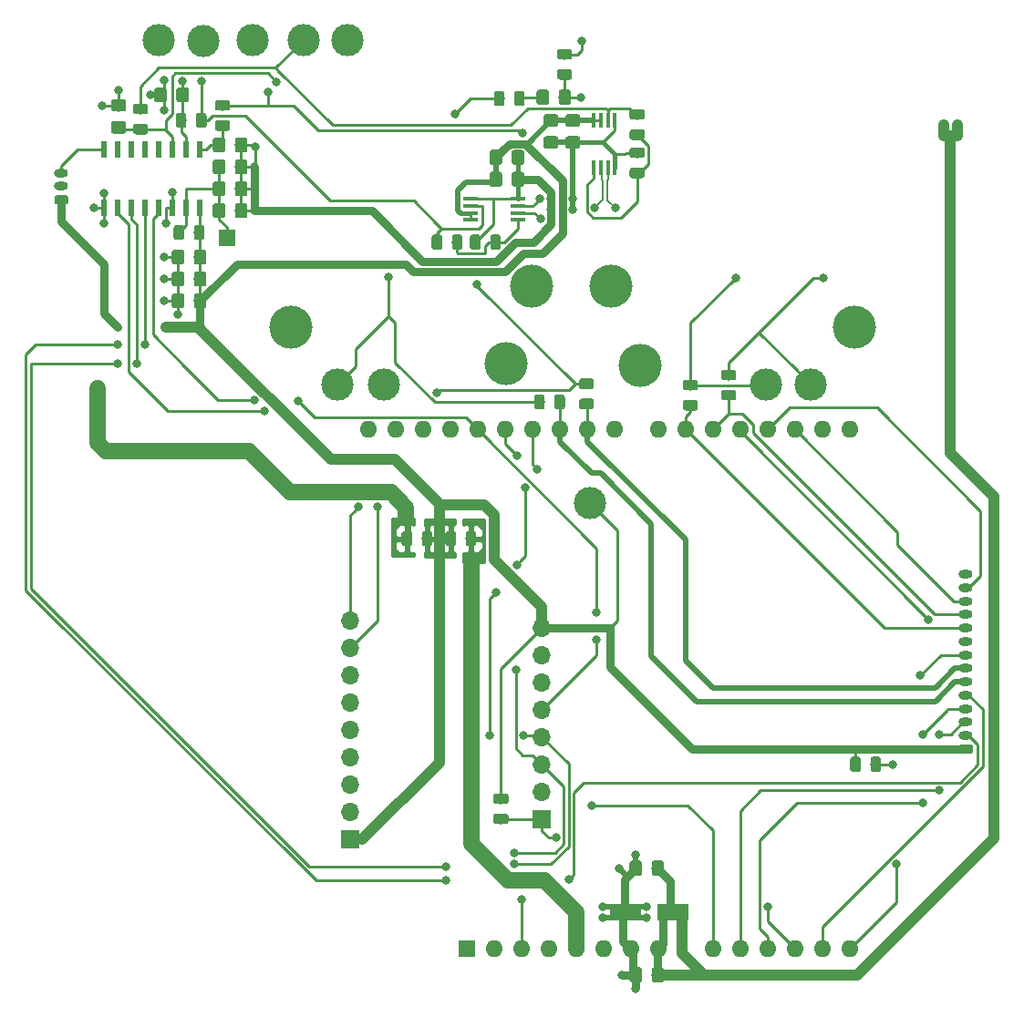
<source format=gbr>
G04 #@! TF.GenerationSoftware,KiCad,Pcbnew,(5.0.1)-3*
G04 #@! TF.CreationDate,2019-01-09T23:58:32-05:00*
G04 #@! TF.ProjectId,SMA_Driver_V1,534D415F4472697665725F56312E6B69,rev?*
G04 #@! TF.SameCoordinates,Original*
G04 #@! TF.FileFunction,Copper,L1,Top,Signal*
G04 #@! TF.FilePolarity,Positive*
%FSLAX46Y46*%
G04 Gerber Fmt 4.6, Leading zero omitted, Abs format (unit mm)*
G04 Created by KiCad (PCBNEW (5.0.1)-3) date 1/9/2019 23:58:32*
%MOMM*%
%LPD*%
G01*
G04 APERTURE LIST*
G04 #@! TA.AperFunction,Conductor*
%ADD10C,0.100000*%
G04 #@! TD*
G04 #@! TA.AperFunction,SMDPad,CuDef*
%ADD11C,0.975000*%
G04 #@! TD*
G04 #@! TA.AperFunction,SMDPad,CuDef*
%ADD12R,3.000000X1.600000*%
G04 #@! TD*
G04 #@! TA.AperFunction,SMDPad,CuDef*
%ADD13C,1.150000*%
G04 #@! TD*
G04 #@! TA.AperFunction,SMDPad,CuDef*
%ADD14R,1.500000X1.500000*%
G04 #@! TD*
G04 #@! TA.AperFunction,ComponentPad*
%ADD15C,3.000000*%
G04 #@! TD*
G04 #@! TA.AperFunction,ComponentPad*
%ADD16C,4.000000*%
G04 #@! TD*
G04 #@! TA.AperFunction,SMDPad,CuDef*
%ADD17R,1.450000X0.450000*%
G04 #@! TD*
G04 #@! TA.AperFunction,ComponentPad*
%ADD18C,0.800000*%
G04 #@! TD*
G04 #@! TA.AperFunction,ComponentPad*
%ADD19O,1.300000X0.800000*%
G04 #@! TD*
G04 #@! TA.AperFunction,SMDPad,CuDef*
%ADD20R,0.450000X1.450000*%
G04 #@! TD*
G04 #@! TA.AperFunction,ComponentPad*
%ADD21O,1.600000X1.600000*%
G04 #@! TD*
G04 #@! TA.AperFunction,ComponentPad*
%ADD22R,1.600000X1.600000*%
G04 #@! TD*
G04 #@! TA.AperFunction,SMDPad,CuDef*
%ADD23R,0.600000X1.550000*%
G04 #@! TD*
G04 #@! TA.AperFunction,ComponentPad*
%ADD24R,1.700000X1.700000*%
G04 #@! TD*
G04 #@! TA.AperFunction,ComponentPad*
%ADD25O,1.700000X1.700000*%
G04 #@! TD*
G04 #@! TA.AperFunction,ViaPad*
%ADD26C,0.800000*%
G04 #@! TD*
G04 #@! TA.AperFunction,Conductor*
%ADD27C,0.250000*%
G04 #@! TD*
G04 #@! TA.AperFunction,Conductor*
%ADD28C,1.500000*%
G04 #@! TD*
G04 #@! TA.AperFunction,Conductor*
%ADD29C,0.750000*%
G04 #@! TD*
G04 #@! TA.AperFunction,Conductor*
%ADD30C,0.450000*%
G04 #@! TD*
G04 #@! TA.AperFunction,Conductor*
%ADD31C,0.500000*%
G04 #@! TD*
G04 #@! TA.AperFunction,Conductor*
%ADD32C,1.000000*%
G04 #@! TD*
G04 #@! TA.AperFunction,Conductor*
%ADD33C,0.200000*%
G04 #@! TD*
G04 #@! TA.AperFunction,Conductor*
%ADD34C,0.254000*%
G04 #@! TD*
G04 APERTURE END LIST*
D10*
G04 #@! TO.N,/Button*
G04 #@! TO.C,R20*
G36*
X81215142Y-70421174D02*
X81238803Y-70424684D01*
X81262007Y-70430496D01*
X81284529Y-70438554D01*
X81306153Y-70448782D01*
X81326670Y-70461079D01*
X81345883Y-70475329D01*
X81363607Y-70491393D01*
X81379671Y-70509117D01*
X81393921Y-70528330D01*
X81406218Y-70548847D01*
X81416446Y-70570471D01*
X81424504Y-70592993D01*
X81430316Y-70616197D01*
X81433826Y-70639858D01*
X81435000Y-70663750D01*
X81435000Y-71576250D01*
X81433826Y-71600142D01*
X81430316Y-71623803D01*
X81424504Y-71647007D01*
X81416446Y-71669529D01*
X81406218Y-71691153D01*
X81393921Y-71711670D01*
X81379671Y-71730883D01*
X81363607Y-71748607D01*
X81345883Y-71764671D01*
X81326670Y-71778921D01*
X81306153Y-71791218D01*
X81284529Y-71801446D01*
X81262007Y-71809504D01*
X81238803Y-71815316D01*
X81215142Y-71818826D01*
X81191250Y-71820000D01*
X80703750Y-71820000D01*
X80679858Y-71818826D01*
X80656197Y-71815316D01*
X80632993Y-71809504D01*
X80610471Y-71801446D01*
X80588847Y-71791218D01*
X80568330Y-71778921D01*
X80549117Y-71764671D01*
X80531393Y-71748607D01*
X80515329Y-71730883D01*
X80501079Y-71711670D01*
X80488782Y-71691153D01*
X80478554Y-71669529D01*
X80470496Y-71647007D01*
X80464684Y-71623803D01*
X80461174Y-71600142D01*
X80460000Y-71576250D01*
X80460000Y-70663750D01*
X80461174Y-70639858D01*
X80464684Y-70616197D01*
X80470496Y-70592993D01*
X80478554Y-70570471D01*
X80488782Y-70548847D01*
X80501079Y-70528330D01*
X80515329Y-70509117D01*
X80531393Y-70491393D01*
X80549117Y-70475329D01*
X80568330Y-70461079D01*
X80588847Y-70448782D01*
X80610471Y-70438554D01*
X80632993Y-70430496D01*
X80656197Y-70424684D01*
X80679858Y-70421174D01*
X80703750Y-70420000D01*
X81191250Y-70420000D01*
X81215142Y-70421174D01*
X81215142Y-70421174D01*
G37*
D11*
G04 #@! TD*
G04 #@! TO.P,R20,1*
G04 #@! TO.N,/Button*
X80947500Y-71120000D03*
D10*
G04 #@! TO.N,+5V*
G04 #@! TO.C,R20*
G36*
X79340142Y-70421174D02*
X79363803Y-70424684D01*
X79387007Y-70430496D01*
X79409529Y-70438554D01*
X79431153Y-70448782D01*
X79451670Y-70461079D01*
X79470883Y-70475329D01*
X79488607Y-70491393D01*
X79504671Y-70509117D01*
X79518921Y-70528330D01*
X79531218Y-70548847D01*
X79541446Y-70570471D01*
X79549504Y-70592993D01*
X79555316Y-70616197D01*
X79558826Y-70639858D01*
X79560000Y-70663750D01*
X79560000Y-71576250D01*
X79558826Y-71600142D01*
X79555316Y-71623803D01*
X79549504Y-71647007D01*
X79541446Y-71669529D01*
X79531218Y-71691153D01*
X79518921Y-71711670D01*
X79504671Y-71730883D01*
X79488607Y-71748607D01*
X79470883Y-71764671D01*
X79451670Y-71778921D01*
X79431153Y-71791218D01*
X79409529Y-71801446D01*
X79387007Y-71809504D01*
X79363803Y-71815316D01*
X79340142Y-71818826D01*
X79316250Y-71820000D01*
X78828750Y-71820000D01*
X78804858Y-71818826D01*
X78781197Y-71815316D01*
X78757993Y-71809504D01*
X78735471Y-71801446D01*
X78713847Y-71791218D01*
X78693330Y-71778921D01*
X78674117Y-71764671D01*
X78656393Y-71748607D01*
X78640329Y-71730883D01*
X78626079Y-71711670D01*
X78613782Y-71691153D01*
X78603554Y-71669529D01*
X78595496Y-71647007D01*
X78589684Y-71623803D01*
X78586174Y-71600142D01*
X78585000Y-71576250D01*
X78585000Y-70663750D01*
X78586174Y-70639858D01*
X78589684Y-70616197D01*
X78595496Y-70592993D01*
X78603554Y-70570471D01*
X78613782Y-70548847D01*
X78626079Y-70528330D01*
X78640329Y-70509117D01*
X78656393Y-70491393D01*
X78674117Y-70475329D01*
X78693330Y-70461079D01*
X78713847Y-70448782D01*
X78735471Y-70438554D01*
X78757993Y-70430496D01*
X78781197Y-70424684D01*
X78804858Y-70421174D01*
X78828750Y-70420000D01*
X79316250Y-70420000D01*
X79340142Y-70421174D01*
X79340142Y-70421174D01*
G37*
D11*
G04 #@! TD*
G04 #@! TO.P,R20,2*
G04 #@! TO.N,+5V*
X79072500Y-71120000D03*
D12*
G04 #@! TO.P,C32,1*
G04 #@! TO.N,+12V*
X62144000Y-84836000D03*
G04 #@! TO.P,C32,2*
G04 #@! TO.N,GND*
X57744000Y-84836000D03*
G04 #@! TD*
D10*
G04 #@! TO.N,+12V*
G04 #@! TO.C,C23*
G36*
X61064505Y-89979204D02*
X61088773Y-89982804D01*
X61112572Y-89988765D01*
X61135671Y-89997030D01*
X61157850Y-90007520D01*
X61178893Y-90020132D01*
X61198599Y-90034747D01*
X61216777Y-90051223D01*
X61233253Y-90069401D01*
X61247868Y-90089107D01*
X61260480Y-90110150D01*
X61270970Y-90132329D01*
X61279235Y-90155428D01*
X61285196Y-90179227D01*
X61288796Y-90203495D01*
X61290000Y-90227999D01*
X61290000Y-91128001D01*
X61288796Y-91152505D01*
X61285196Y-91176773D01*
X61279235Y-91200572D01*
X61270970Y-91223671D01*
X61260480Y-91245850D01*
X61247868Y-91266893D01*
X61233253Y-91286599D01*
X61216777Y-91304777D01*
X61198599Y-91321253D01*
X61178893Y-91335868D01*
X61157850Y-91348480D01*
X61135671Y-91358970D01*
X61112572Y-91367235D01*
X61088773Y-91373196D01*
X61064505Y-91376796D01*
X61040001Y-91378000D01*
X60389999Y-91378000D01*
X60365495Y-91376796D01*
X60341227Y-91373196D01*
X60317428Y-91367235D01*
X60294329Y-91358970D01*
X60272150Y-91348480D01*
X60251107Y-91335868D01*
X60231401Y-91321253D01*
X60213223Y-91304777D01*
X60196747Y-91286599D01*
X60182132Y-91266893D01*
X60169520Y-91245850D01*
X60159030Y-91223671D01*
X60150765Y-91200572D01*
X60144804Y-91176773D01*
X60141204Y-91152505D01*
X60140000Y-91128001D01*
X60140000Y-90227999D01*
X60141204Y-90203495D01*
X60144804Y-90179227D01*
X60150765Y-90155428D01*
X60159030Y-90132329D01*
X60169520Y-90110150D01*
X60182132Y-90089107D01*
X60196747Y-90069401D01*
X60213223Y-90051223D01*
X60231401Y-90034747D01*
X60251107Y-90020132D01*
X60272150Y-90007520D01*
X60294329Y-89997030D01*
X60317428Y-89988765D01*
X60341227Y-89982804D01*
X60365495Y-89979204D01*
X60389999Y-89978000D01*
X61040001Y-89978000D01*
X61064505Y-89979204D01*
X61064505Y-89979204D01*
G37*
D13*
G04 #@! TD*
G04 #@! TO.P,C23,2*
G04 #@! TO.N,+12V*
X60715000Y-90678000D03*
D10*
G04 #@! TO.N,GND*
G04 #@! TO.C,C23*
G36*
X59014505Y-89979204D02*
X59038773Y-89982804D01*
X59062572Y-89988765D01*
X59085671Y-89997030D01*
X59107850Y-90007520D01*
X59128893Y-90020132D01*
X59148599Y-90034747D01*
X59166777Y-90051223D01*
X59183253Y-90069401D01*
X59197868Y-90089107D01*
X59210480Y-90110150D01*
X59220970Y-90132329D01*
X59229235Y-90155428D01*
X59235196Y-90179227D01*
X59238796Y-90203495D01*
X59240000Y-90227999D01*
X59240000Y-91128001D01*
X59238796Y-91152505D01*
X59235196Y-91176773D01*
X59229235Y-91200572D01*
X59220970Y-91223671D01*
X59210480Y-91245850D01*
X59197868Y-91266893D01*
X59183253Y-91286599D01*
X59166777Y-91304777D01*
X59148599Y-91321253D01*
X59128893Y-91335868D01*
X59107850Y-91348480D01*
X59085671Y-91358970D01*
X59062572Y-91367235D01*
X59038773Y-91373196D01*
X59014505Y-91376796D01*
X58990001Y-91378000D01*
X58339999Y-91378000D01*
X58315495Y-91376796D01*
X58291227Y-91373196D01*
X58267428Y-91367235D01*
X58244329Y-91358970D01*
X58222150Y-91348480D01*
X58201107Y-91335868D01*
X58181401Y-91321253D01*
X58163223Y-91304777D01*
X58146747Y-91286599D01*
X58132132Y-91266893D01*
X58119520Y-91245850D01*
X58109030Y-91223671D01*
X58100765Y-91200572D01*
X58094804Y-91176773D01*
X58091204Y-91152505D01*
X58090000Y-91128001D01*
X58090000Y-90227999D01*
X58091204Y-90203495D01*
X58094804Y-90179227D01*
X58100765Y-90155428D01*
X58109030Y-90132329D01*
X58119520Y-90110150D01*
X58132132Y-90089107D01*
X58146747Y-90069401D01*
X58163223Y-90051223D01*
X58181401Y-90034747D01*
X58201107Y-90020132D01*
X58222150Y-90007520D01*
X58244329Y-89997030D01*
X58267428Y-89988765D01*
X58291227Y-89982804D01*
X58315495Y-89979204D01*
X58339999Y-89978000D01*
X58990001Y-89978000D01*
X59014505Y-89979204D01*
X59014505Y-89979204D01*
G37*
D13*
G04 #@! TD*
G04 #@! TO.P,C23,1*
G04 #@! TO.N,GND*
X58665000Y-90678000D03*
D10*
G04 #@! TO.N,+12V*
G04 #@! TO.C,C22*
G36*
X61064505Y-80073204D02*
X61088773Y-80076804D01*
X61112572Y-80082765D01*
X61135671Y-80091030D01*
X61157850Y-80101520D01*
X61178893Y-80114132D01*
X61198599Y-80128747D01*
X61216777Y-80145223D01*
X61233253Y-80163401D01*
X61247868Y-80183107D01*
X61260480Y-80204150D01*
X61270970Y-80226329D01*
X61279235Y-80249428D01*
X61285196Y-80273227D01*
X61288796Y-80297495D01*
X61290000Y-80321999D01*
X61290000Y-81222001D01*
X61288796Y-81246505D01*
X61285196Y-81270773D01*
X61279235Y-81294572D01*
X61270970Y-81317671D01*
X61260480Y-81339850D01*
X61247868Y-81360893D01*
X61233253Y-81380599D01*
X61216777Y-81398777D01*
X61198599Y-81415253D01*
X61178893Y-81429868D01*
X61157850Y-81442480D01*
X61135671Y-81452970D01*
X61112572Y-81461235D01*
X61088773Y-81467196D01*
X61064505Y-81470796D01*
X61040001Y-81472000D01*
X60389999Y-81472000D01*
X60365495Y-81470796D01*
X60341227Y-81467196D01*
X60317428Y-81461235D01*
X60294329Y-81452970D01*
X60272150Y-81442480D01*
X60251107Y-81429868D01*
X60231401Y-81415253D01*
X60213223Y-81398777D01*
X60196747Y-81380599D01*
X60182132Y-81360893D01*
X60169520Y-81339850D01*
X60159030Y-81317671D01*
X60150765Y-81294572D01*
X60144804Y-81270773D01*
X60141204Y-81246505D01*
X60140000Y-81222001D01*
X60140000Y-80321999D01*
X60141204Y-80297495D01*
X60144804Y-80273227D01*
X60150765Y-80249428D01*
X60159030Y-80226329D01*
X60169520Y-80204150D01*
X60182132Y-80183107D01*
X60196747Y-80163401D01*
X60213223Y-80145223D01*
X60231401Y-80128747D01*
X60251107Y-80114132D01*
X60272150Y-80101520D01*
X60294329Y-80091030D01*
X60317428Y-80082765D01*
X60341227Y-80076804D01*
X60365495Y-80073204D01*
X60389999Y-80072000D01*
X61040001Y-80072000D01*
X61064505Y-80073204D01*
X61064505Y-80073204D01*
G37*
D13*
G04 #@! TD*
G04 #@! TO.P,C22,1*
G04 #@! TO.N,+12V*
X60715000Y-80772000D03*
D10*
G04 #@! TO.N,GND*
G04 #@! TO.C,C22*
G36*
X59014505Y-80073204D02*
X59038773Y-80076804D01*
X59062572Y-80082765D01*
X59085671Y-80091030D01*
X59107850Y-80101520D01*
X59128893Y-80114132D01*
X59148599Y-80128747D01*
X59166777Y-80145223D01*
X59183253Y-80163401D01*
X59197868Y-80183107D01*
X59210480Y-80204150D01*
X59220970Y-80226329D01*
X59229235Y-80249428D01*
X59235196Y-80273227D01*
X59238796Y-80297495D01*
X59240000Y-80321999D01*
X59240000Y-81222001D01*
X59238796Y-81246505D01*
X59235196Y-81270773D01*
X59229235Y-81294572D01*
X59220970Y-81317671D01*
X59210480Y-81339850D01*
X59197868Y-81360893D01*
X59183253Y-81380599D01*
X59166777Y-81398777D01*
X59148599Y-81415253D01*
X59128893Y-81429868D01*
X59107850Y-81442480D01*
X59085671Y-81452970D01*
X59062572Y-81461235D01*
X59038773Y-81467196D01*
X59014505Y-81470796D01*
X58990001Y-81472000D01*
X58339999Y-81472000D01*
X58315495Y-81470796D01*
X58291227Y-81467196D01*
X58267428Y-81461235D01*
X58244329Y-81452970D01*
X58222150Y-81442480D01*
X58201107Y-81429868D01*
X58181401Y-81415253D01*
X58163223Y-81398777D01*
X58146747Y-81380599D01*
X58132132Y-81360893D01*
X58119520Y-81339850D01*
X58109030Y-81317671D01*
X58100765Y-81294572D01*
X58094804Y-81270773D01*
X58091204Y-81246505D01*
X58090000Y-81222001D01*
X58090000Y-80321999D01*
X58091204Y-80297495D01*
X58094804Y-80273227D01*
X58100765Y-80249428D01*
X58109030Y-80226329D01*
X58119520Y-80204150D01*
X58132132Y-80183107D01*
X58146747Y-80163401D01*
X58163223Y-80145223D01*
X58181401Y-80128747D01*
X58201107Y-80114132D01*
X58222150Y-80101520D01*
X58244329Y-80091030D01*
X58267428Y-80082765D01*
X58291227Y-80076804D01*
X58315495Y-80073204D01*
X58339999Y-80072000D01*
X58990001Y-80072000D01*
X59014505Y-80073204D01*
X59014505Y-80073204D01*
G37*
D13*
G04 #@! TD*
G04 #@! TO.P,C22,2*
G04 #@! TO.N,GND*
X58665000Y-80772000D03*
D14*
G04 #@! TO.P,TP22,1*
G04 #@! TO.N,Net-(C11-Pad1)*
X20701000Y-22225000D03*
G04 #@! TD*
D15*
G04 #@! TO.P,TP17,1*
G04 #@! TO.N,/G_H2_R*
X70739000Y-35814000D03*
G04 #@! TD*
G04 #@! TO.P,TP7,1*
G04 #@! TO.N,/G_H2_L*
X74930000Y-35814000D03*
G04 #@! TD*
D16*
G04 #@! TO.P,TP11,1*
G04 #@! TO.N,/V_H2_R-*
X59055000Y-34036000D03*
G04 #@! TD*
G04 #@! TO.P,TP10,1*
G04 #@! TO.N,/I_SEN-*
X56388000Y-26670000D03*
G04 #@! TD*
G04 #@! TO.P,TP8,1*
G04 #@! TO.N,/V_H2_L-*
X78994000Y-30480000D03*
G04 #@! TD*
D15*
G04 #@! TO.P,TP4,1*
G04 #@! TO.N,/G_H1_R*
X35306000Y-35814000D03*
G04 #@! TD*
G04 #@! TO.P,TP6,1*
G04 #@! TO.N,/G_H1_L*
X30988000Y-35814000D03*
G04 #@! TD*
D16*
G04 #@! TO.P,TP15,1*
G04 #@! TO.N,/V_H1_L-*
X26670000Y-30480000D03*
G04 #@! TD*
G04 #@! TO.P,TP16,1*
G04 #@! TO.N,/I_SEN1-*
X49022000Y-26670000D03*
G04 #@! TD*
G04 #@! TO.P,TP18,1*
G04 #@! TO.N,/V_H1_R-*
X46609000Y-33909000D03*
G04 #@! TD*
D10*
G04 #@! TO.N,/VDRV_SEN*
G04 #@! TO.C,C4*
G36*
X20330305Y-12890204D02*
X20354573Y-12893804D01*
X20378372Y-12899765D01*
X20401471Y-12908030D01*
X20423650Y-12918520D01*
X20444693Y-12931132D01*
X20464399Y-12945747D01*
X20482577Y-12962223D01*
X20499053Y-12980401D01*
X20513668Y-13000107D01*
X20526280Y-13021150D01*
X20536770Y-13043329D01*
X20545035Y-13066428D01*
X20550996Y-13090227D01*
X20554596Y-13114495D01*
X20555800Y-13138999D01*
X20555800Y-14039001D01*
X20554596Y-14063505D01*
X20550996Y-14087773D01*
X20545035Y-14111572D01*
X20536770Y-14134671D01*
X20526280Y-14156850D01*
X20513668Y-14177893D01*
X20499053Y-14197599D01*
X20482577Y-14215777D01*
X20464399Y-14232253D01*
X20444693Y-14246868D01*
X20423650Y-14259480D01*
X20401471Y-14269970D01*
X20378372Y-14278235D01*
X20354573Y-14284196D01*
X20330305Y-14287796D01*
X20305801Y-14289000D01*
X19655799Y-14289000D01*
X19631295Y-14287796D01*
X19607027Y-14284196D01*
X19583228Y-14278235D01*
X19560129Y-14269970D01*
X19537950Y-14259480D01*
X19516907Y-14246868D01*
X19497201Y-14232253D01*
X19479023Y-14215777D01*
X19462547Y-14197599D01*
X19447932Y-14177893D01*
X19435320Y-14156850D01*
X19424830Y-14134671D01*
X19416565Y-14111572D01*
X19410604Y-14087773D01*
X19407004Y-14063505D01*
X19405800Y-14039001D01*
X19405800Y-13138999D01*
X19407004Y-13114495D01*
X19410604Y-13090227D01*
X19416565Y-13066428D01*
X19424830Y-13043329D01*
X19435320Y-13021150D01*
X19447932Y-13000107D01*
X19462547Y-12980401D01*
X19479023Y-12962223D01*
X19497201Y-12945747D01*
X19516907Y-12931132D01*
X19537950Y-12918520D01*
X19560129Y-12908030D01*
X19583228Y-12899765D01*
X19607027Y-12893804D01*
X19631295Y-12890204D01*
X19655799Y-12889000D01*
X20305801Y-12889000D01*
X20330305Y-12890204D01*
X20330305Y-12890204D01*
G37*
D13*
G04 #@! TD*
G04 #@! TO.P,C4,1*
G04 #@! TO.N,/VDRV_SEN*
X19980800Y-13589000D03*
D10*
G04 #@! TO.N,GND*
G04 #@! TO.C,C4*
G36*
X22380305Y-12890204D02*
X22404573Y-12893804D01*
X22428372Y-12899765D01*
X22451471Y-12908030D01*
X22473650Y-12918520D01*
X22494693Y-12931132D01*
X22514399Y-12945747D01*
X22532577Y-12962223D01*
X22549053Y-12980401D01*
X22563668Y-13000107D01*
X22576280Y-13021150D01*
X22586770Y-13043329D01*
X22595035Y-13066428D01*
X22600996Y-13090227D01*
X22604596Y-13114495D01*
X22605800Y-13138999D01*
X22605800Y-14039001D01*
X22604596Y-14063505D01*
X22600996Y-14087773D01*
X22595035Y-14111572D01*
X22586770Y-14134671D01*
X22576280Y-14156850D01*
X22563668Y-14177893D01*
X22549053Y-14197599D01*
X22532577Y-14215777D01*
X22514399Y-14232253D01*
X22494693Y-14246868D01*
X22473650Y-14259480D01*
X22451471Y-14269970D01*
X22428372Y-14278235D01*
X22404573Y-14284196D01*
X22380305Y-14287796D01*
X22355801Y-14289000D01*
X21705799Y-14289000D01*
X21681295Y-14287796D01*
X21657027Y-14284196D01*
X21633228Y-14278235D01*
X21610129Y-14269970D01*
X21587950Y-14259480D01*
X21566907Y-14246868D01*
X21547201Y-14232253D01*
X21529023Y-14215777D01*
X21512547Y-14197599D01*
X21497932Y-14177893D01*
X21485320Y-14156850D01*
X21474830Y-14134671D01*
X21466565Y-14111572D01*
X21460604Y-14087773D01*
X21457004Y-14063505D01*
X21455800Y-14039001D01*
X21455800Y-13138999D01*
X21457004Y-13114495D01*
X21460604Y-13090227D01*
X21466565Y-13066428D01*
X21474830Y-13043329D01*
X21485320Y-13021150D01*
X21497932Y-13000107D01*
X21512547Y-12980401D01*
X21529023Y-12962223D01*
X21547201Y-12945747D01*
X21566907Y-12931132D01*
X21587950Y-12918520D01*
X21610129Y-12908030D01*
X21633228Y-12899765D01*
X21657027Y-12893804D01*
X21681295Y-12890204D01*
X21705799Y-12889000D01*
X22355801Y-12889000D01*
X22380305Y-12890204D01*
X22380305Y-12890204D01*
G37*
D13*
G04 #@! TD*
G04 #@! TO.P,C4,2*
G04 #@! TO.N,GND*
X22030800Y-13589000D03*
D17*
G04 #@! TO.P,U2,1*
G04 #@! TO.N,Net-(R10-Pad2)*
X47742200Y-20558400D03*
G04 #@! TO.P,U2,2*
G04 #@! TO.N,/I_SEN1-*
X47742200Y-19908400D03*
G04 #@! TO.P,U2,3*
G04 #@! TO.N,/I_SEN+*
X47742200Y-19258400D03*
G04 #@! TO.P,U2,4*
G04 #@! TO.N,GND*
X47742200Y-18608400D03*
G04 #@! TO.P,U2,5*
X43342200Y-18608400D03*
G04 #@! TO.P,U2,6*
G04 #@! TO.N,/I_SEN_Amp_1*
X43342200Y-19258400D03*
G04 #@! TO.P,U2,7*
G04 #@! TO.N,+5V*
X43342200Y-19908400D03*
G04 #@! TO.P,U2,8*
X43342200Y-20558400D03*
G04 #@! TD*
D10*
G04 #@! TO.N,/I_SEN_Amp_1*
G04 #@! TO.C,R10*
G36*
X40478142Y-21907174D02*
X40501803Y-21910684D01*
X40525007Y-21916496D01*
X40547529Y-21924554D01*
X40569153Y-21934782D01*
X40589670Y-21947079D01*
X40608883Y-21961329D01*
X40626607Y-21977393D01*
X40642671Y-21995117D01*
X40656921Y-22014330D01*
X40669218Y-22034847D01*
X40679446Y-22056471D01*
X40687504Y-22078993D01*
X40693316Y-22102197D01*
X40696826Y-22125858D01*
X40698000Y-22149750D01*
X40698000Y-23062250D01*
X40696826Y-23086142D01*
X40693316Y-23109803D01*
X40687504Y-23133007D01*
X40679446Y-23155529D01*
X40669218Y-23177153D01*
X40656921Y-23197670D01*
X40642671Y-23216883D01*
X40626607Y-23234607D01*
X40608883Y-23250671D01*
X40589670Y-23264921D01*
X40569153Y-23277218D01*
X40547529Y-23287446D01*
X40525007Y-23295504D01*
X40501803Y-23301316D01*
X40478142Y-23304826D01*
X40454250Y-23306000D01*
X39966750Y-23306000D01*
X39942858Y-23304826D01*
X39919197Y-23301316D01*
X39895993Y-23295504D01*
X39873471Y-23287446D01*
X39851847Y-23277218D01*
X39831330Y-23264921D01*
X39812117Y-23250671D01*
X39794393Y-23234607D01*
X39778329Y-23216883D01*
X39764079Y-23197670D01*
X39751782Y-23177153D01*
X39741554Y-23155529D01*
X39733496Y-23133007D01*
X39727684Y-23109803D01*
X39724174Y-23086142D01*
X39723000Y-23062250D01*
X39723000Y-22149750D01*
X39724174Y-22125858D01*
X39727684Y-22102197D01*
X39733496Y-22078993D01*
X39741554Y-22056471D01*
X39751782Y-22034847D01*
X39764079Y-22014330D01*
X39778329Y-21995117D01*
X39794393Y-21977393D01*
X39812117Y-21961329D01*
X39831330Y-21947079D01*
X39851847Y-21934782D01*
X39873471Y-21924554D01*
X39895993Y-21916496D01*
X39919197Y-21910684D01*
X39942858Y-21907174D01*
X39966750Y-21906000D01*
X40454250Y-21906000D01*
X40478142Y-21907174D01*
X40478142Y-21907174D01*
G37*
D11*
G04 #@! TD*
G04 #@! TO.P,R10,1*
G04 #@! TO.N,/I_SEN_Amp_1*
X40210500Y-22606000D03*
D10*
G04 #@! TO.N,Net-(R10-Pad2)*
G04 #@! TO.C,R10*
G36*
X42353142Y-21907174D02*
X42376803Y-21910684D01*
X42400007Y-21916496D01*
X42422529Y-21924554D01*
X42444153Y-21934782D01*
X42464670Y-21947079D01*
X42483883Y-21961329D01*
X42501607Y-21977393D01*
X42517671Y-21995117D01*
X42531921Y-22014330D01*
X42544218Y-22034847D01*
X42554446Y-22056471D01*
X42562504Y-22078993D01*
X42568316Y-22102197D01*
X42571826Y-22125858D01*
X42573000Y-22149750D01*
X42573000Y-23062250D01*
X42571826Y-23086142D01*
X42568316Y-23109803D01*
X42562504Y-23133007D01*
X42554446Y-23155529D01*
X42544218Y-23177153D01*
X42531921Y-23197670D01*
X42517671Y-23216883D01*
X42501607Y-23234607D01*
X42483883Y-23250671D01*
X42464670Y-23264921D01*
X42444153Y-23277218D01*
X42422529Y-23287446D01*
X42400007Y-23295504D01*
X42376803Y-23301316D01*
X42353142Y-23304826D01*
X42329250Y-23306000D01*
X41841750Y-23306000D01*
X41817858Y-23304826D01*
X41794197Y-23301316D01*
X41770993Y-23295504D01*
X41748471Y-23287446D01*
X41726847Y-23277218D01*
X41706330Y-23264921D01*
X41687117Y-23250671D01*
X41669393Y-23234607D01*
X41653329Y-23216883D01*
X41639079Y-23197670D01*
X41626782Y-23177153D01*
X41616554Y-23155529D01*
X41608496Y-23133007D01*
X41602684Y-23109803D01*
X41599174Y-23086142D01*
X41598000Y-23062250D01*
X41598000Y-22149750D01*
X41599174Y-22125858D01*
X41602684Y-22102197D01*
X41608496Y-22078993D01*
X41616554Y-22056471D01*
X41626782Y-22034847D01*
X41639079Y-22014330D01*
X41653329Y-21995117D01*
X41669393Y-21977393D01*
X41687117Y-21961329D01*
X41706330Y-21947079D01*
X41726847Y-21934782D01*
X41748471Y-21924554D01*
X41770993Y-21916496D01*
X41794197Y-21910684D01*
X41817858Y-21907174D01*
X41841750Y-21906000D01*
X42329250Y-21906000D01*
X42353142Y-21907174D01*
X42353142Y-21907174D01*
G37*
D11*
G04 #@! TD*
G04 #@! TO.P,R10,2*
G04 #@! TO.N,Net-(R10-Pad2)*
X42085500Y-22606000D03*
D10*
G04 #@! TO.N,GND*
G04 #@! TO.C,R14*
G36*
X59281142Y-13816174D02*
X59304803Y-13819684D01*
X59328007Y-13825496D01*
X59350529Y-13833554D01*
X59372153Y-13843782D01*
X59392670Y-13856079D01*
X59411883Y-13870329D01*
X59429607Y-13886393D01*
X59445671Y-13904117D01*
X59459921Y-13923330D01*
X59472218Y-13943847D01*
X59482446Y-13965471D01*
X59490504Y-13987993D01*
X59496316Y-14011197D01*
X59499826Y-14034858D01*
X59501000Y-14058750D01*
X59501000Y-14546250D01*
X59499826Y-14570142D01*
X59496316Y-14593803D01*
X59490504Y-14617007D01*
X59482446Y-14639529D01*
X59472218Y-14661153D01*
X59459921Y-14681670D01*
X59445671Y-14700883D01*
X59429607Y-14718607D01*
X59411883Y-14734671D01*
X59392670Y-14748921D01*
X59372153Y-14761218D01*
X59350529Y-14771446D01*
X59328007Y-14779504D01*
X59304803Y-14785316D01*
X59281142Y-14788826D01*
X59257250Y-14790000D01*
X58344750Y-14790000D01*
X58320858Y-14788826D01*
X58297197Y-14785316D01*
X58273993Y-14779504D01*
X58251471Y-14771446D01*
X58229847Y-14761218D01*
X58209330Y-14748921D01*
X58190117Y-14734671D01*
X58172393Y-14718607D01*
X58156329Y-14700883D01*
X58142079Y-14681670D01*
X58129782Y-14661153D01*
X58119554Y-14639529D01*
X58111496Y-14617007D01*
X58105684Y-14593803D01*
X58102174Y-14570142D01*
X58101000Y-14546250D01*
X58101000Y-14058750D01*
X58102174Y-14034858D01*
X58105684Y-14011197D01*
X58111496Y-13987993D01*
X58119554Y-13965471D01*
X58129782Y-13943847D01*
X58142079Y-13923330D01*
X58156329Y-13904117D01*
X58172393Y-13886393D01*
X58190117Y-13870329D01*
X58209330Y-13856079D01*
X58229847Y-13843782D01*
X58251471Y-13833554D01*
X58273993Y-13825496D01*
X58297197Y-13819684D01*
X58320858Y-13816174D01*
X58344750Y-13815000D01*
X59257250Y-13815000D01*
X59281142Y-13816174D01*
X59281142Y-13816174D01*
G37*
D11*
G04 #@! TD*
G04 #@! TO.P,R14,2*
G04 #@! TO.N,GND*
X58801000Y-14302500D03*
D10*
G04 #@! TO.N,Net-(R13-Pad2)*
G04 #@! TO.C,R14*
G36*
X59281142Y-15691174D02*
X59304803Y-15694684D01*
X59328007Y-15700496D01*
X59350529Y-15708554D01*
X59372153Y-15718782D01*
X59392670Y-15731079D01*
X59411883Y-15745329D01*
X59429607Y-15761393D01*
X59445671Y-15779117D01*
X59459921Y-15798330D01*
X59472218Y-15818847D01*
X59482446Y-15840471D01*
X59490504Y-15862993D01*
X59496316Y-15886197D01*
X59499826Y-15909858D01*
X59501000Y-15933750D01*
X59501000Y-16421250D01*
X59499826Y-16445142D01*
X59496316Y-16468803D01*
X59490504Y-16492007D01*
X59482446Y-16514529D01*
X59472218Y-16536153D01*
X59459921Y-16556670D01*
X59445671Y-16575883D01*
X59429607Y-16593607D01*
X59411883Y-16609671D01*
X59392670Y-16623921D01*
X59372153Y-16636218D01*
X59350529Y-16646446D01*
X59328007Y-16654504D01*
X59304803Y-16660316D01*
X59281142Y-16663826D01*
X59257250Y-16665000D01*
X58344750Y-16665000D01*
X58320858Y-16663826D01*
X58297197Y-16660316D01*
X58273993Y-16654504D01*
X58251471Y-16646446D01*
X58229847Y-16636218D01*
X58209330Y-16623921D01*
X58190117Y-16609671D01*
X58172393Y-16593607D01*
X58156329Y-16575883D01*
X58142079Y-16556670D01*
X58129782Y-16536153D01*
X58119554Y-16514529D01*
X58111496Y-16492007D01*
X58105684Y-16468803D01*
X58102174Y-16445142D01*
X58101000Y-16421250D01*
X58101000Y-15933750D01*
X58102174Y-15909858D01*
X58105684Y-15886197D01*
X58111496Y-15862993D01*
X58119554Y-15840471D01*
X58129782Y-15818847D01*
X58142079Y-15798330D01*
X58156329Y-15779117D01*
X58172393Y-15761393D01*
X58190117Y-15745329D01*
X58209330Y-15731079D01*
X58229847Y-15718782D01*
X58251471Y-15708554D01*
X58273993Y-15700496D01*
X58297197Y-15694684D01*
X58320858Y-15691174D01*
X58344750Y-15690000D01*
X59257250Y-15690000D01*
X59281142Y-15691174D01*
X59281142Y-15691174D01*
G37*
D11*
G04 #@! TD*
G04 #@! TO.P,R14,1*
G04 #@! TO.N,Net-(R13-Pad2)*
X58801000Y-16177500D03*
D10*
G04 #@! TO.N,Net-(R10-Pad2)*
G04 #@! TO.C,R11*
G36*
X45909142Y-21907174D02*
X45932803Y-21910684D01*
X45956007Y-21916496D01*
X45978529Y-21924554D01*
X46000153Y-21934782D01*
X46020670Y-21947079D01*
X46039883Y-21961329D01*
X46057607Y-21977393D01*
X46073671Y-21995117D01*
X46087921Y-22014330D01*
X46100218Y-22034847D01*
X46110446Y-22056471D01*
X46118504Y-22078993D01*
X46124316Y-22102197D01*
X46127826Y-22125858D01*
X46129000Y-22149750D01*
X46129000Y-23062250D01*
X46127826Y-23086142D01*
X46124316Y-23109803D01*
X46118504Y-23133007D01*
X46110446Y-23155529D01*
X46100218Y-23177153D01*
X46087921Y-23197670D01*
X46073671Y-23216883D01*
X46057607Y-23234607D01*
X46039883Y-23250671D01*
X46020670Y-23264921D01*
X46000153Y-23277218D01*
X45978529Y-23287446D01*
X45956007Y-23295504D01*
X45932803Y-23301316D01*
X45909142Y-23304826D01*
X45885250Y-23306000D01*
X45397750Y-23306000D01*
X45373858Y-23304826D01*
X45350197Y-23301316D01*
X45326993Y-23295504D01*
X45304471Y-23287446D01*
X45282847Y-23277218D01*
X45262330Y-23264921D01*
X45243117Y-23250671D01*
X45225393Y-23234607D01*
X45209329Y-23216883D01*
X45195079Y-23197670D01*
X45182782Y-23177153D01*
X45172554Y-23155529D01*
X45164496Y-23133007D01*
X45158684Y-23109803D01*
X45155174Y-23086142D01*
X45154000Y-23062250D01*
X45154000Y-22149750D01*
X45155174Y-22125858D01*
X45158684Y-22102197D01*
X45164496Y-22078993D01*
X45172554Y-22056471D01*
X45182782Y-22034847D01*
X45195079Y-22014330D01*
X45209329Y-21995117D01*
X45225393Y-21977393D01*
X45243117Y-21961329D01*
X45262330Y-21947079D01*
X45282847Y-21934782D01*
X45304471Y-21924554D01*
X45326993Y-21916496D01*
X45350197Y-21910684D01*
X45373858Y-21907174D01*
X45397750Y-21906000D01*
X45885250Y-21906000D01*
X45909142Y-21907174D01*
X45909142Y-21907174D01*
G37*
D11*
G04 #@! TD*
G04 #@! TO.P,R11,1*
G04 #@! TO.N,Net-(R10-Pad2)*
X45641500Y-22606000D03*
D10*
G04 #@! TO.N,GND*
G04 #@! TO.C,R11*
G36*
X44034142Y-21907174D02*
X44057803Y-21910684D01*
X44081007Y-21916496D01*
X44103529Y-21924554D01*
X44125153Y-21934782D01*
X44145670Y-21947079D01*
X44164883Y-21961329D01*
X44182607Y-21977393D01*
X44198671Y-21995117D01*
X44212921Y-22014330D01*
X44225218Y-22034847D01*
X44235446Y-22056471D01*
X44243504Y-22078993D01*
X44249316Y-22102197D01*
X44252826Y-22125858D01*
X44254000Y-22149750D01*
X44254000Y-23062250D01*
X44252826Y-23086142D01*
X44249316Y-23109803D01*
X44243504Y-23133007D01*
X44235446Y-23155529D01*
X44225218Y-23177153D01*
X44212921Y-23197670D01*
X44198671Y-23216883D01*
X44182607Y-23234607D01*
X44164883Y-23250671D01*
X44145670Y-23264921D01*
X44125153Y-23277218D01*
X44103529Y-23287446D01*
X44081007Y-23295504D01*
X44057803Y-23301316D01*
X44034142Y-23304826D01*
X44010250Y-23306000D01*
X43522750Y-23306000D01*
X43498858Y-23304826D01*
X43475197Y-23301316D01*
X43451993Y-23295504D01*
X43429471Y-23287446D01*
X43407847Y-23277218D01*
X43387330Y-23264921D01*
X43368117Y-23250671D01*
X43350393Y-23234607D01*
X43334329Y-23216883D01*
X43320079Y-23197670D01*
X43307782Y-23177153D01*
X43297554Y-23155529D01*
X43289496Y-23133007D01*
X43283684Y-23109803D01*
X43280174Y-23086142D01*
X43279000Y-23062250D01*
X43279000Y-22149750D01*
X43280174Y-22125858D01*
X43283684Y-22102197D01*
X43289496Y-22078993D01*
X43297554Y-22056471D01*
X43307782Y-22034847D01*
X43320079Y-22014330D01*
X43334329Y-21995117D01*
X43350393Y-21977393D01*
X43368117Y-21961329D01*
X43387330Y-21947079D01*
X43407847Y-21934782D01*
X43429471Y-21924554D01*
X43451993Y-21916496D01*
X43475197Y-21910684D01*
X43498858Y-21907174D01*
X43522750Y-21906000D01*
X44010250Y-21906000D01*
X44034142Y-21907174D01*
X44034142Y-21907174D01*
G37*
D11*
G04 #@! TD*
G04 #@! TO.P,R11,2*
G04 #@! TO.N,GND*
X43766500Y-22606000D03*
D10*
G04 #@! TO.N,+5V*
G04 #@! TO.C,C29*
G36*
X53306505Y-10720204D02*
X53330773Y-10723804D01*
X53354572Y-10729765D01*
X53377671Y-10738030D01*
X53399850Y-10748520D01*
X53420893Y-10761132D01*
X53440599Y-10775747D01*
X53458777Y-10792223D01*
X53475253Y-10810401D01*
X53489868Y-10830107D01*
X53502480Y-10851150D01*
X53512970Y-10873329D01*
X53521235Y-10896428D01*
X53527196Y-10920227D01*
X53530796Y-10944495D01*
X53532000Y-10968999D01*
X53532000Y-11619001D01*
X53530796Y-11643505D01*
X53527196Y-11667773D01*
X53521235Y-11691572D01*
X53512970Y-11714671D01*
X53502480Y-11736850D01*
X53489868Y-11757893D01*
X53475253Y-11777599D01*
X53458777Y-11795777D01*
X53440599Y-11812253D01*
X53420893Y-11826868D01*
X53399850Y-11839480D01*
X53377671Y-11849970D01*
X53354572Y-11858235D01*
X53330773Y-11864196D01*
X53306505Y-11867796D01*
X53282001Y-11869000D01*
X52381999Y-11869000D01*
X52357495Y-11867796D01*
X52333227Y-11864196D01*
X52309428Y-11858235D01*
X52286329Y-11849970D01*
X52264150Y-11839480D01*
X52243107Y-11826868D01*
X52223401Y-11812253D01*
X52205223Y-11795777D01*
X52188747Y-11777599D01*
X52174132Y-11757893D01*
X52161520Y-11736850D01*
X52151030Y-11714671D01*
X52142765Y-11691572D01*
X52136804Y-11667773D01*
X52133204Y-11643505D01*
X52132000Y-11619001D01*
X52132000Y-10968999D01*
X52133204Y-10944495D01*
X52136804Y-10920227D01*
X52142765Y-10896428D01*
X52151030Y-10873329D01*
X52161520Y-10851150D01*
X52174132Y-10830107D01*
X52188747Y-10810401D01*
X52205223Y-10792223D01*
X52223401Y-10775747D01*
X52243107Y-10761132D01*
X52264150Y-10748520D01*
X52286329Y-10738030D01*
X52309428Y-10729765D01*
X52333227Y-10723804D01*
X52357495Y-10720204D01*
X52381999Y-10719000D01*
X53282001Y-10719000D01*
X53306505Y-10720204D01*
X53306505Y-10720204D01*
G37*
D13*
G04 #@! TD*
G04 #@! TO.P,C29,1*
G04 #@! TO.N,+5V*
X52832000Y-11294000D03*
D10*
G04 #@! TO.N,GND*
G04 #@! TO.C,C29*
G36*
X53306505Y-12770204D02*
X53330773Y-12773804D01*
X53354572Y-12779765D01*
X53377671Y-12788030D01*
X53399850Y-12798520D01*
X53420893Y-12811132D01*
X53440599Y-12825747D01*
X53458777Y-12842223D01*
X53475253Y-12860401D01*
X53489868Y-12880107D01*
X53502480Y-12901150D01*
X53512970Y-12923329D01*
X53521235Y-12946428D01*
X53527196Y-12970227D01*
X53530796Y-12994495D01*
X53532000Y-13018999D01*
X53532000Y-13669001D01*
X53530796Y-13693505D01*
X53527196Y-13717773D01*
X53521235Y-13741572D01*
X53512970Y-13764671D01*
X53502480Y-13786850D01*
X53489868Y-13807893D01*
X53475253Y-13827599D01*
X53458777Y-13845777D01*
X53440599Y-13862253D01*
X53420893Y-13876868D01*
X53399850Y-13889480D01*
X53377671Y-13899970D01*
X53354572Y-13908235D01*
X53330773Y-13914196D01*
X53306505Y-13917796D01*
X53282001Y-13919000D01*
X52381999Y-13919000D01*
X52357495Y-13917796D01*
X52333227Y-13914196D01*
X52309428Y-13908235D01*
X52286329Y-13899970D01*
X52264150Y-13889480D01*
X52243107Y-13876868D01*
X52223401Y-13862253D01*
X52205223Y-13845777D01*
X52188747Y-13827599D01*
X52174132Y-13807893D01*
X52161520Y-13786850D01*
X52151030Y-13764671D01*
X52142765Y-13741572D01*
X52136804Y-13717773D01*
X52133204Y-13693505D01*
X52132000Y-13669001D01*
X52132000Y-13018999D01*
X52133204Y-12994495D01*
X52136804Y-12970227D01*
X52142765Y-12946428D01*
X52151030Y-12923329D01*
X52161520Y-12901150D01*
X52174132Y-12880107D01*
X52188747Y-12860401D01*
X52205223Y-12842223D01*
X52223401Y-12825747D01*
X52243107Y-12811132D01*
X52264150Y-12798520D01*
X52286329Y-12788030D01*
X52309428Y-12779765D01*
X52333227Y-12773804D01*
X52357495Y-12770204D01*
X52381999Y-12769000D01*
X53282001Y-12769000D01*
X53306505Y-12770204D01*
X53306505Y-12770204D01*
G37*
D13*
G04 #@! TD*
G04 #@! TO.P,C29,2*
G04 #@! TO.N,GND*
X52832000Y-13344000D03*
D10*
G04 #@! TO.N,GND*
G04 #@! TO.C,C30*
G36*
X51274505Y-12770204D02*
X51298773Y-12773804D01*
X51322572Y-12779765D01*
X51345671Y-12788030D01*
X51367850Y-12798520D01*
X51388893Y-12811132D01*
X51408599Y-12825747D01*
X51426777Y-12842223D01*
X51443253Y-12860401D01*
X51457868Y-12880107D01*
X51470480Y-12901150D01*
X51480970Y-12923329D01*
X51489235Y-12946428D01*
X51495196Y-12970227D01*
X51498796Y-12994495D01*
X51500000Y-13018999D01*
X51500000Y-13669001D01*
X51498796Y-13693505D01*
X51495196Y-13717773D01*
X51489235Y-13741572D01*
X51480970Y-13764671D01*
X51470480Y-13786850D01*
X51457868Y-13807893D01*
X51443253Y-13827599D01*
X51426777Y-13845777D01*
X51408599Y-13862253D01*
X51388893Y-13876868D01*
X51367850Y-13889480D01*
X51345671Y-13899970D01*
X51322572Y-13908235D01*
X51298773Y-13914196D01*
X51274505Y-13917796D01*
X51250001Y-13919000D01*
X50349999Y-13919000D01*
X50325495Y-13917796D01*
X50301227Y-13914196D01*
X50277428Y-13908235D01*
X50254329Y-13899970D01*
X50232150Y-13889480D01*
X50211107Y-13876868D01*
X50191401Y-13862253D01*
X50173223Y-13845777D01*
X50156747Y-13827599D01*
X50142132Y-13807893D01*
X50129520Y-13786850D01*
X50119030Y-13764671D01*
X50110765Y-13741572D01*
X50104804Y-13717773D01*
X50101204Y-13693505D01*
X50100000Y-13669001D01*
X50100000Y-13018999D01*
X50101204Y-12994495D01*
X50104804Y-12970227D01*
X50110765Y-12946428D01*
X50119030Y-12923329D01*
X50129520Y-12901150D01*
X50142132Y-12880107D01*
X50156747Y-12860401D01*
X50173223Y-12842223D01*
X50191401Y-12825747D01*
X50211107Y-12811132D01*
X50232150Y-12798520D01*
X50254329Y-12788030D01*
X50277428Y-12779765D01*
X50301227Y-12773804D01*
X50325495Y-12770204D01*
X50349999Y-12769000D01*
X51250001Y-12769000D01*
X51274505Y-12770204D01*
X51274505Y-12770204D01*
G37*
D13*
G04 #@! TD*
G04 #@! TO.P,C30,2*
G04 #@! TO.N,GND*
X50800000Y-13344000D03*
D10*
G04 #@! TO.N,+5V*
G04 #@! TO.C,C30*
G36*
X51274505Y-10720204D02*
X51298773Y-10723804D01*
X51322572Y-10729765D01*
X51345671Y-10738030D01*
X51367850Y-10748520D01*
X51388893Y-10761132D01*
X51408599Y-10775747D01*
X51426777Y-10792223D01*
X51443253Y-10810401D01*
X51457868Y-10830107D01*
X51470480Y-10851150D01*
X51480970Y-10873329D01*
X51489235Y-10896428D01*
X51495196Y-10920227D01*
X51498796Y-10944495D01*
X51500000Y-10968999D01*
X51500000Y-11619001D01*
X51498796Y-11643505D01*
X51495196Y-11667773D01*
X51489235Y-11691572D01*
X51480970Y-11714671D01*
X51470480Y-11736850D01*
X51457868Y-11757893D01*
X51443253Y-11777599D01*
X51426777Y-11795777D01*
X51408599Y-11812253D01*
X51388893Y-11826868D01*
X51367850Y-11839480D01*
X51345671Y-11849970D01*
X51322572Y-11858235D01*
X51298773Y-11864196D01*
X51274505Y-11867796D01*
X51250001Y-11869000D01*
X50349999Y-11869000D01*
X50325495Y-11867796D01*
X50301227Y-11864196D01*
X50277428Y-11858235D01*
X50254329Y-11849970D01*
X50232150Y-11839480D01*
X50211107Y-11826868D01*
X50191401Y-11812253D01*
X50173223Y-11795777D01*
X50156747Y-11777599D01*
X50142132Y-11757893D01*
X50129520Y-11736850D01*
X50119030Y-11714671D01*
X50110765Y-11691572D01*
X50104804Y-11667773D01*
X50101204Y-11643505D01*
X50100000Y-11619001D01*
X50100000Y-10968999D01*
X50101204Y-10944495D01*
X50104804Y-10920227D01*
X50110765Y-10896428D01*
X50119030Y-10873329D01*
X50129520Y-10851150D01*
X50142132Y-10830107D01*
X50156747Y-10810401D01*
X50173223Y-10792223D01*
X50191401Y-10775747D01*
X50211107Y-10761132D01*
X50232150Y-10748520D01*
X50254329Y-10738030D01*
X50277428Y-10729765D01*
X50301227Y-10723804D01*
X50325495Y-10720204D01*
X50349999Y-10719000D01*
X51250001Y-10719000D01*
X51274505Y-10720204D01*
X51274505Y-10720204D01*
G37*
D13*
G04 #@! TD*
G04 #@! TO.P,C30,1*
G04 #@! TO.N,+5V*
X50800000Y-11294000D03*
D10*
G04 #@! TO.N,/V_SHUNT_2*
G04 #@! TO.C,C31*
G36*
X11142505Y-11373204D02*
X11166773Y-11376804D01*
X11190572Y-11382765D01*
X11213671Y-11391030D01*
X11235850Y-11401520D01*
X11256893Y-11414132D01*
X11276599Y-11428747D01*
X11294777Y-11445223D01*
X11311253Y-11463401D01*
X11325868Y-11483107D01*
X11338480Y-11504150D01*
X11348970Y-11526329D01*
X11357235Y-11549428D01*
X11363196Y-11573227D01*
X11366796Y-11597495D01*
X11368000Y-11621999D01*
X11368000Y-12272001D01*
X11366796Y-12296505D01*
X11363196Y-12320773D01*
X11357235Y-12344572D01*
X11348970Y-12367671D01*
X11338480Y-12389850D01*
X11325868Y-12410893D01*
X11311253Y-12430599D01*
X11294777Y-12448777D01*
X11276599Y-12465253D01*
X11256893Y-12479868D01*
X11235850Y-12492480D01*
X11213671Y-12502970D01*
X11190572Y-12511235D01*
X11166773Y-12517196D01*
X11142505Y-12520796D01*
X11118001Y-12522000D01*
X10217999Y-12522000D01*
X10193495Y-12520796D01*
X10169227Y-12517196D01*
X10145428Y-12511235D01*
X10122329Y-12502970D01*
X10100150Y-12492480D01*
X10079107Y-12479868D01*
X10059401Y-12465253D01*
X10041223Y-12448777D01*
X10024747Y-12430599D01*
X10010132Y-12410893D01*
X9997520Y-12389850D01*
X9987030Y-12367671D01*
X9978765Y-12344572D01*
X9972804Y-12320773D01*
X9969204Y-12296505D01*
X9968000Y-12272001D01*
X9968000Y-11621999D01*
X9969204Y-11597495D01*
X9972804Y-11573227D01*
X9978765Y-11549428D01*
X9987030Y-11526329D01*
X9997520Y-11504150D01*
X10010132Y-11483107D01*
X10024747Y-11463401D01*
X10041223Y-11445223D01*
X10059401Y-11428747D01*
X10079107Y-11414132D01*
X10100150Y-11401520D01*
X10122329Y-11391030D01*
X10145428Y-11382765D01*
X10169227Y-11376804D01*
X10193495Y-11373204D01*
X10217999Y-11372000D01*
X11118001Y-11372000D01*
X11142505Y-11373204D01*
X11142505Y-11373204D01*
G37*
D13*
G04 #@! TD*
G04 #@! TO.P,C31,1*
G04 #@! TO.N,/V_SHUNT_2*
X10668000Y-11947000D03*
D10*
G04 #@! TO.N,GND*
G04 #@! TO.C,C31*
G36*
X11142505Y-9323204D02*
X11166773Y-9326804D01*
X11190572Y-9332765D01*
X11213671Y-9341030D01*
X11235850Y-9351520D01*
X11256893Y-9364132D01*
X11276599Y-9378747D01*
X11294777Y-9395223D01*
X11311253Y-9413401D01*
X11325868Y-9433107D01*
X11338480Y-9454150D01*
X11348970Y-9476329D01*
X11357235Y-9499428D01*
X11363196Y-9523227D01*
X11366796Y-9547495D01*
X11368000Y-9571999D01*
X11368000Y-10222001D01*
X11366796Y-10246505D01*
X11363196Y-10270773D01*
X11357235Y-10294572D01*
X11348970Y-10317671D01*
X11338480Y-10339850D01*
X11325868Y-10360893D01*
X11311253Y-10380599D01*
X11294777Y-10398777D01*
X11276599Y-10415253D01*
X11256893Y-10429868D01*
X11235850Y-10442480D01*
X11213671Y-10452970D01*
X11190572Y-10461235D01*
X11166773Y-10467196D01*
X11142505Y-10470796D01*
X11118001Y-10472000D01*
X10217999Y-10472000D01*
X10193495Y-10470796D01*
X10169227Y-10467196D01*
X10145428Y-10461235D01*
X10122329Y-10452970D01*
X10100150Y-10442480D01*
X10079107Y-10429868D01*
X10059401Y-10415253D01*
X10041223Y-10398777D01*
X10024747Y-10380599D01*
X10010132Y-10360893D01*
X9997520Y-10339850D01*
X9987030Y-10317671D01*
X9978765Y-10294572D01*
X9972804Y-10270773D01*
X9969204Y-10246505D01*
X9968000Y-10222001D01*
X9968000Y-9571999D01*
X9969204Y-9547495D01*
X9972804Y-9523227D01*
X9978765Y-9499428D01*
X9987030Y-9476329D01*
X9997520Y-9454150D01*
X10010132Y-9433107D01*
X10024747Y-9413401D01*
X10041223Y-9395223D01*
X10059401Y-9378747D01*
X10079107Y-9364132D01*
X10100150Y-9351520D01*
X10122329Y-9341030D01*
X10145428Y-9332765D01*
X10169227Y-9326804D01*
X10193495Y-9323204D01*
X10217999Y-9322000D01*
X11118001Y-9322000D01*
X11142505Y-9323204D01*
X11142505Y-9323204D01*
G37*
D13*
G04 #@! TD*
G04 #@! TO.P,C31,2*
G04 #@! TO.N,GND*
X10668000Y-9897000D03*
D10*
G04 #@! TO.N,+5V*
G04 #@! TO.C,J2*
G36*
X5803603Y-18269963D02*
X5823018Y-18272843D01*
X5842057Y-18277612D01*
X5860537Y-18284224D01*
X5878279Y-18292616D01*
X5895114Y-18302706D01*
X5910879Y-18314398D01*
X5925421Y-18327579D01*
X5938602Y-18342121D01*
X5950294Y-18357886D01*
X5960384Y-18374721D01*
X5968776Y-18392463D01*
X5975388Y-18410943D01*
X5980157Y-18429982D01*
X5983037Y-18449397D01*
X5984000Y-18469000D01*
X5984000Y-18869000D01*
X5983037Y-18888603D01*
X5980157Y-18908018D01*
X5975388Y-18927057D01*
X5968776Y-18945537D01*
X5960384Y-18963279D01*
X5950294Y-18980114D01*
X5938602Y-18995879D01*
X5925421Y-19010421D01*
X5910879Y-19023602D01*
X5895114Y-19035294D01*
X5878279Y-19045384D01*
X5860537Y-19053776D01*
X5842057Y-19060388D01*
X5823018Y-19065157D01*
X5803603Y-19068037D01*
X5784000Y-19069000D01*
X4884000Y-19069000D01*
X4864397Y-19068037D01*
X4844982Y-19065157D01*
X4825943Y-19060388D01*
X4807463Y-19053776D01*
X4789721Y-19045384D01*
X4772886Y-19035294D01*
X4757121Y-19023602D01*
X4742579Y-19010421D01*
X4729398Y-18995879D01*
X4717706Y-18980114D01*
X4707616Y-18963279D01*
X4699224Y-18945537D01*
X4692612Y-18927057D01*
X4687843Y-18908018D01*
X4684963Y-18888603D01*
X4684000Y-18869000D01*
X4684000Y-18469000D01*
X4684963Y-18449397D01*
X4687843Y-18429982D01*
X4692612Y-18410943D01*
X4699224Y-18392463D01*
X4707616Y-18374721D01*
X4717706Y-18357886D01*
X4729398Y-18342121D01*
X4742579Y-18327579D01*
X4757121Y-18314398D01*
X4772886Y-18302706D01*
X4789721Y-18292616D01*
X4807463Y-18284224D01*
X4825943Y-18277612D01*
X4844982Y-18272843D01*
X4864397Y-18269963D01*
X4884000Y-18269000D01*
X5784000Y-18269000D01*
X5803603Y-18269963D01*
X5803603Y-18269963D01*
G37*
D18*
G04 #@! TD*
G04 #@! TO.P,J2,1*
G04 #@! TO.N,+5V*
X5334000Y-18669000D03*
D19*
G04 #@! TO.P,J2,2*
G04 #@! TO.N,GND*
X5334000Y-17419000D03*
G04 #@! TO.P,J2,3*
G04 #@! TO.N,/Enc_Vout*
X5334000Y-16169000D03*
G04 #@! TD*
D10*
G04 #@! TO.N,+5V*
G04 #@! TO.C,J1*
G36*
X89801403Y-69303963D02*
X89820818Y-69306843D01*
X89839857Y-69311612D01*
X89858337Y-69318224D01*
X89876079Y-69326616D01*
X89892914Y-69336706D01*
X89908679Y-69348398D01*
X89923221Y-69361579D01*
X89936402Y-69376121D01*
X89948094Y-69391886D01*
X89958184Y-69408721D01*
X89966576Y-69426463D01*
X89973188Y-69444943D01*
X89977957Y-69463982D01*
X89980837Y-69483397D01*
X89981800Y-69503000D01*
X89981800Y-69903000D01*
X89980837Y-69922603D01*
X89977957Y-69942018D01*
X89973188Y-69961057D01*
X89966576Y-69979537D01*
X89958184Y-69997279D01*
X89948094Y-70014114D01*
X89936402Y-70029879D01*
X89923221Y-70044421D01*
X89908679Y-70057602D01*
X89892914Y-70069294D01*
X89876079Y-70079384D01*
X89858337Y-70087776D01*
X89839857Y-70094388D01*
X89820818Y-70099157D01*
X89801403Y-70102037D01*
X89781800Y-70103000D01*
X88881800Y-70103000D01*
X88862197Y-70102037D01*
X88842782Y-70099157D01*
X88823743Y-70094388D01*
X88805263Y-70087776D01*
X88787521Y-70079384D01*
X88770686Y-70069294D01*
X88754921Y-70057602D01*
X88740379Y-70044421D01*
X88727198Y-70029879D01*
X88715506Y-70014114D01*
X88705416Y-69997279D01*
X88697024Y-69979537D01*
X88690412Y-69961057D01*
X88685643Y-69942018D01*
X88682763Y-69922603D01*
X88681800Y-69903000D01*
X88681800Y-69503000D01*
X88682763Y-69483397D01*
X88685643Y-69463982D01*
X88690412Y-69444943D01*
X88697024Y-69426463D01*
X88705416Y-69408721D01*
X88715506Y-69391886D01*
X88727198Y-69376121D01*
X88740379Y-69361579D01*
X88754921Y-69348398D01*
X88770686Y-69336706D01*
X88787521Y-69326616D01*
X88805263Y-69318224D01*
X88823743Y-69311612D01*
X88842782Y-69306843D01*
X88862197Y-69303963D01*
X88881800Y-69303000D01*
X89781800Y-69303000D01*
X89801403Y-69303963D01*
X89801403Y-69303963D01*
G37*
D18*
G04 #@! TD*
G04 #@! TO.P,J1,1*
G04 #@! TO.N,+5V*
X89331800Y-69703000D03*
D19*
G04 #@! TO.P,J1,2*
G04 #@! TO.N,/MCU_RES*
X89331800Y-68453000D03*
G04 #@! TO.P,J1,3*
G04 #@! TO.N,/POT_1*
X89331800Y-67203000D03*
G04 #@! TO.P,J1,4*
G04 #@! TO.N,/POT_2*
X89331800Y-65953000D03*
G04 #@! TO.P,J1,5*
G04 #@! TO.N,/LED_STAT_O*
X89331800Y-64703000D03*
G04 #@! TO.P,J1,6*
G04 #@! TO.N,/SMA_H1_L*
X89331800Y-63453000D03*
G04 #@! TO.P,J1,7*
G04 #@! TO.N,/SMA_H1_R*
X89331800Y-62203000D03*
G04 #@! TO.P,J1,8*
G04 #@! TO.N,/Button*
X89331800Y-60953000D03*
G04 #@! TO.P,J1,9*
G04 #@! TO.N,/LED_STAT_B2*
X89331800Y-59703000D03*
G04 #@! TO.P,J1,10*
G04 #@! TO.N,/SMA_H2_R*
X89331800Y-58453000D03*
G04 #@! TO.P,J1,11*
G04 #@! TO.N,/SMA_H2_L*
X89331800Y-57203000D03*
G04 #@! TO.P,J1,12*
G04 #@! TO.N,/LED_STAT_P*
X89331800Y-55953000D03*
G04 #@! TO.P,J1,13*
G04 #@! TO.N,/LED_STAT_B1*
X89331800Y-54703000D03*
G04 #@! TO.P,J1,14*
G04 #@! TO.N,GND*
X89331800Y-53453000D03*
G04 #@! TD*
D20*
G04 #@! TO.P,U5,1*
G04 #@! TO.N,Net-(R13-Pad2)*
X54778000Y-15662000D03*
G04 #@! TO.P,U5,2*
G04 #@! TO.N,/I_SEN-*
X55428000Y-15662000D03*
G04 #@! TO.P,U5,3*
G04 #@! TO.N,/I_SEN+*
X56078000Y-15662000D03*
G04 #@! TO.P,U5,4*
G04 #@! TO.N,GND*
X56728000Y-15662000D03*
G04 #@! TO.P,U5,5*
X56728000Y-11262000D03*
G04 #@! TO.P,U5,6*
G04 #@! TO.N,/I_SEN_Amp_2*
X56078000Y-11262000D03*
G04 #@! TO.P,U5,7*
G04 #@! TO.N,+5V*
X55428000Y-11262000D03*
G04 #@! TO.P,U5,8*
X54778000Y-11262000D03*
G04 #@! TD*
D10*
G04 #@! TO.N,/V_SHUNT_2*
G04 #@! TO.C,R15*
G36*
X13180142Y-11627174D02*
X13203803Y-11630684D01*
X13227007Y-11636496D01*
X13249529Y-11644554D01*
X13271153Y-11654782D01*
X13291670Y-11667079D01*
X13310883Y-11681329D01*
X13328607Y-11697393D01*
X13344671Y-11715117D01*
X13358921Y-11734330D01*
X13371218Y-11754847D01*
X13381446Y-11776471D01*
X13389504Y-11798993D01*
X13395316Y-11822197D01*
X13398826Y-11845858D01*
X13400000Y-11869750D01*
X13400000Y-12357250D01*
X13398826Y-12381142D01*
X13395316Y-12404803D01*
X13389504Y-12428007D01*
X13381446Y-12450529D01*
X13371218Y-12472153D01*
X13358921Y-12492670D01*
X13344671Y-12511883D01*
X13328607Y-12529607D01*
X13310883Y-12545671D01*
X13291670Y-12559921D01*
X13271153Y-12572218D01*
X13249529Y-12582446D01*
X13227007Y-12590504D01*
X13203803Y-12596316D01*
X13180142Y-12599826D01*
X13156250Y-12601000D01*
X12243750Y-12601000D01*
X12219858Y-12599826D01*
X12196197Y-12596316D01*
X12172993Y-12590504D01*
X12150471Y-12582446D01*
X12128847Y-12572218D01*
X12108330Y-12559921D01*
X12089117Y-12545671D01*
X12071393Y-12529607D01*
X12055329Y-12511883D01*
X12041079Y-12492670D01*
X12028782Y-12472153D01*
X12018554Y-12450529D01*
X12010496Y-12428007D01*
X12004684Y-12404803D01*
X12001174Y-12381142D01*
X12000000Y-12357250D01*
X12000000Y-11869750D01*
X12001174Y-11845858D01*
X12004684Y-11822197D01*
X12010496Y-11798993D01*
X12018554Y-11776471D01*
X12028782Y-11754847D01*
X12041079Y-11734330D01*
X12055329Y-11715117D01*
X12071393Y-11697393D01*
X12089117Y-11681329D01*
X12108330Y-11667079D01*
X12128847Y-11654782D01*
X12150471Y-11644554D01*
X12172993Y-11636496D01*
X12196197Y-11630684D01*
X12219858Y-11627174D01*
X12243750Y-11626000D01*
X13156250Y-11626000D01*
X13180142Y-11627174D01*
X13180142Y-11627174D01*
G37*
D11*
G04 #@! TD*
G04 #@! TO.P,R15,1*
G04 #@! TO.N,/V_SHUNT_2*
X12700000Y-12113500D03*
D10*
G04 #@! TO.N,/I_SEN_Amp_2*
G04 #@! TO.C,R15*
G36*
X13180142Y-9752174D02*
X13203803Y-9755684D01*
X13227007Y-9761496D01*
X13249529Y-9769554D01*
X13271153Y-9779782D01*
X13291670Y-9792079D01*
X13310883Y-9806329D01*
X13328607Y-9822393D01*
X13344671Y-9840117D01*
X13358921Y-9859330D01*
X13371218Y-9879847D01*
X13381446Y-9901471D01*
X13389504Y-9923993D01*
X13395316Y-9947197D01*
X13398826Y-9970858D01*
X13400000Y-9994750D01*
X13400000Y-10482250D01*
X13398826Y-10506142D01*
X13395316Y-10529803D01*
X13389504Y-10553007D01*
X13381446Y-10575529D01*
X13371218Y-10597153D01*
X13358921Y-10617670D01*
X13344671Y-10636883D01*
X13328607Y-10654607D01*
X13310883Y-10670671D01*
X13291670Y-10684921D01*
X13271153Y-10697218D01*
X13249529Y-10707446D01*
X13227007Y-10715504D01*
X13203803Y-10721316D01*
X13180142Y-10724826D01*
X13156250Y-10726000D01*
X12243750Y-10726000D01*
X12219858Y-10724826D01*
X12196197Y-10721316D01*
X12172993Y-10715504D01*
X12150471Y-10707446D01*
X12128847Y-10697218D01*
X12108330Y-10684921D01*
X12089117Y-10670671D01*
X12071393Y-10654607D01*
X12055329Y-10636883D01*
X12041079Y-10617670D01*
X12028782Y-10597153D01*
X12018554Y-10575529D01*
X12010496Y-10553007D01*
X12004684Y-10529803D01*
X12001174Y-10506142D01*
X12000000Y-10482250D01*
X12000000Y-9994750D01*
X12001174Y-9970858D01*
X12004684Y-9947197D01*
X12010496Y-9923993D01*
X12018554Y-9901471D01*
X12028782Y-9879847D01*
X12041079Y-9859330D01*
X12055329Y-9840117D01*
X12071393Y-9822393D01*
X12089117Y-9806329D01*
X12108330Y-9792079D01*
X12128847Y-9779782D01*
X12150471Y-9769554D01*
X12172993Y-9761496D01*
X12196197Y-9755684D01*
X12219858Y-9752174D01*
X12243750Y-9751000D01*
X13156250Y-9751000D01*
X13180142Y-9752174D01*
X13180142Y-9752174D01*
G37*
D11*
G04 #@! TD*
G04 #@! TO.P,R15,2*
G04 #@! TO.N,/I_SEN_Amp_2*
X12700000Y-10238500D03*
D10*
G04 #@! TO.N,+5V*
G04 #@! TO.C,R19*
G36*
X39559142Y-49466174D02*
X39582803Y-49469684D01*
X39606007Y-49475496D01*
X39628529Y-49483554D01*
X39650153Y-49493782D01*
X39670670Y-49506079D01*
X39689883Y-49520329D01*
X39707607Y-49536393D01*
X39723671Y-49554117D01*
X39737921Y-49573330D01*
X39750218Y-49593847D01*
X39760446Y-49615471D01*
X39768504Y-49637993D01*
X39774316Y-49661197D01*
X39777826Y-49684858D01*
X39779000Y-49708750D01*
X39779000Y-50621250D01*
X39777826Y-50645142D01*
X39774316Y-50668803D01*
X39768504Y-50692007D01*
X39760446Y-50714529D01*
X39750218Y-50736153D01*
X39737921Y-50756670D01*
X39723671Y-50775883D01*
X39707607Y-50793607D01*
X39689883Y-50809671D01*
X39670670Y-50823921D01*
X39650153Y-50836218D01*
X39628529Y-50846446D01*
X39606007Y-50854504D01*
X39582803Y-50860316D01*
X39559142Y-50863826D01*
X39535250Y-50865000D01*
X39047750Y-50865000D01*
X39023858Y-50863826D01*
X39000197Y-50860316D01*
X38976993Y-50854504D01*
X38954471Y-50846446D01*
X38932847Y-50836218D01*
X38912330Y-50823921D01*
X38893117Y-50809671D01*
X38875393Y-50793607D01*
X38859329Y-50775883D01*
X38845079Y-50756670D01*
X38832782Y-50736153D01*
X38822554Y-50714529D01*
X38814496Y-50692007D01*
X38808684Y-50668803D01*
X38805174Y-50645142D01*
X38804000Y-50621250D01*
X38804000Y-49708750D01*
X38805174Y-49684858D01*
X38808684Y-49661197D01*
X38814496Y-49637993D01*
X38822554Y-49615471D01*
X38832782Y-49593847D01*
X38845079Y-49573330D01*
X38859329Y-49554117D01*
X38875393Y-49536393D01*
X38893117Y-49520329D01*
X38912330Y-49506079D01*
X38932847Y-49493782D01*
X38954471Y-49483554D01*
X38976993Y-49475496D01*
X39000197Y-49469684D01*
X39023858Y-49466174D01*
X39047750Y-49465000D01*
X39535250Y-49465000D01*
X39559142Y-49466174D01*
X39559142Y-49466174D01*
G37*
D11*
G04 #@! TD*
G04 #@! TO.P,R19,2*
G04 #@! TO.N,+5V*
X39291500Y-50165000D03*
D10*
G04 #@! TO.N,+5VP*
G04 #@! TO.C,R19*
G36*
X37684142Y-49466174D02*
X37707803Y-49469684D01*
X37731007Y-49475496D01*
X37753529Y-49483554D01*
X37775153Y-49493782D01*
X37795670Y-49506079D01*
X37814883Y-49520329D01*
X37832607Y-49536393D01*
X37848671Y-49554117D01*
X37862921Y-49573330D01*
X37875218Y-49593847D01*
X37885446Y-49615471D01*
X37893504Y-49637993D01*
X37899316Y-49661197D01*
X37902826Y-49684858D01*
X37904000Y-49708750D01*
X37904000Y-50621250D01*
X37902826Y-50645142D01*
X37899316Y-50668803D01*
X37893504Y-50692007D01*
X37885446Y-50714529D01*
X37875218Y-50736153D01*
X37862921Y-50756670D01*
X37848671Y-50775883D01*
X37832607Y-50793607D01*
X37814883Y-50809671D01*
X37795670Y-50823921D01*
X37775153Y-50836218D01*
X37753529Y-50846446D01*
X37731007Y-50854504D01*
X37707803Y-50860316D01*
X37684142Y-50863826D01*
X37660250Y-50865000D01*
X37172750Y-50865000D01*
X37148858Y-50863826D01*
X37125197Y-50860316D01*
X37101993Y-50854504D01*
X37079471Y-50846446D01*
X37057847Y-50836218D01*
X37037330Y-50823921D01*
X37018117Y-50809671D01*
X37000393Y-50793607D01*
X36984329Y-50775883D01*
X36970079Y-50756670D01*
X36957782Y-50736153D01*
X36947554Y-50714529D01*
X36939496Y-50692007D01*
X36933684Y-50668803D01*
X36930174Y-50645142D01*
X36929000Y-50621250D01*
X36929000Y-49708750D01*
X36930174Y-49684858D01*
X36933684Y-49661197D01*
X36939496Y-49637993D01*
X36947554Y-49615471D01*
X36957782Y-49593847D01*
X36970079Y-49573330D01*
X36984329Y-49554117D01*
X37000393Y-49536393D01*
X37018117Y-49520329D01*
X37037330Y-49506079D01*
X37057847Y-49493782D01*
X37079471Y-49483554D01*
X37101993Y-49475496D01*
X37125197Y-49469684D01*
X37148858Y-49466174D01*
X37172750Y-49465000D01*
X37660250Y-49465000D01*
X37684142Y-49466174D01*
X37684142Y-49466174D01*
G37*
D11*
G04 #@! TD*
G04 #@! TO.P,R19,1*
G04 #@! TO.N,+5VP*
X37416500Y-50165000D03*
D10*
G04 #@! TO.N,+5V*
G04 #@! TO.C,R16*
G36*
X41748142Y-49466174D02*
X41771803Y-49469684D01*
X41795007Y-49475496D01*
X41817529Y-49483554D01*
X41839153Y-49493782D01*
X41859670Y-49506079D01*
X41878883Y-49520329D01*
X41896607Y-49536393D01*
X41912671Y-49554117D01*
X41926921Y-49573330D01*
X41939218Y-49593847D01*
X41949446Y-49615471D01*
X41957504Y-49637993D01*
X41963316Y-49661197D01*
X41966826Y-49684858D01*
X41968000Y-49708750D01*
X41968000Y-50621250D01*
X41966826Y-50645142D01*
X41963316Y-50668803D01*
X41957504Y-50692007D01*
X41949446Y-50714529D01*
X41939218Y-50736153D01*
X41926921Y-50756670D01*
X41912671Y-50775883D01*
X41896607Y-50793607D01*
X41878883Y-50809671D01*
X41859670Y-50823921D01*
X41839153Y-50836218D01*
X41817529Y-50846446D01*
X41795007Y-50854504D01*
X41771803Y-50860316D01*
X41748142Y-50863826D01*
X41724250Y-50865000D01*
X41236750Y-50865000D01*
X41212858Y-50863826D01*
X41189197Y-50860316D01*
X41165993Y-50854504D01*
X41143471Y-50846446D01*
X41121847Y-50836218D01*
X41101330Y-50823921D01*
X41082117Y-50809671D01*
X41064393Y-50793607D01*
X41048329Y-50775883D01*
X41034079Y-50756670D01*
X41021782Y-50736153D01*
X41011554Y-50714529D01*
X41003496Y-50692007D01*
X40997684Y-50668803D01*
X40994174Y-50645142D01*
X40993000Y-50621250D01*
X40993000Y-49708750D01*
X40994174Y-49684858D01*
X40997684Y-49661197D01*
X41003496Y-49637993D01*
X41011554Y-49615471D01*
X41021782Y-49593847D01*
X41034079Y-49573330D01*
X41048329Y-49554117D01*
X41064393Y-49536393D01*
X41082117Y-49520329D01*
X41101330Y-49506079D01*
X41121847Y-49493782D01*
X41143471Y-49483554D01*
X41165993Y-49475496D01*
X41189197Y-49469684D01*
X41212858Y-49466174D01*
X41236750Y-49465000D01*
X41724250Y-49465000D01*
X41748142Y-49466174D01*
X41748142Y-49466174D01*
G37*
D11*
G04 #@! TD*
G04 #@! TO.P,R16,1*
G04 #@! TO.N,+5V*
X41480500Y-50165000D03*
D10*
G04 #@! TO.N,/5V_Arduino*
G04 #@! TO.C,R16*
G36*
X43623142Y-49466174D02*
X43646803Y-49469684D01*
X43670007Y-49475496D01*
X43692529Y-49483554D01*
X43714153Y-49493782D01*
X43734670Y-49506079D01*
X43753883Y-49520329D01*
X43771607Y-49536393D01*
X43787671Y-49554117D01*
X43801921Y-49573330D01*
X43814218Y-49593847D01*
X43824446Y-49615471D01*
X43832504Y-49637993D01*
X43838316Y-49661197D01*
X43841826Y-49684858D01*
X43843000Y-49708750D01*
X43843000Y-50621250D01*
X43841826Y-50645142D01*
X43838316Y-50668803D01*
X43832504Y-50692007D01*
X43824446Y-50714529D01*
X43814218Y-50736153D01*
X43801921Y-50756670D01*
X43787671Y-50775883D01*
X43771607Y-50793607D01*
X43753883Y-50809671D01*
X43734670Y-50823921D01*
X43714153Y-50836218D01*
X43692529Y-50846446D01*
X43670007Y-50854504D01*
X43646803Y-50860316D01*
X43623142Y-50863826D01*
X43599250Y-50865000D01*
X43111750Y-50865000D01*
X43087858Y-50863826D01*
X43064197Y-50860316D01*
X43040993Y-50854504D01*
X43018471Y-50846446D01*
X42996847Y-50836218D01*
X42976330Y-50823921D01*
X42957117Y-50809671D01*
X42939393Y-50793607D01*
X42923329Y-50775883D01*
X42909079Y-50756670D01*
X42896782Y-50736153D01*
X42886554Y-50714529D01*
X42878496Y-50692007D01*
X42872684Y-50668803D01*
X42869174Y-50645142D01*
X42868000Y-50621250D01*
X42868000Y-49708750D01*
X42869174Y-49684858D01*
X42872684Y-49661197D01*
X42878496Y-49637993D01*
X42886554Y-49615471D01*
X42896782Y-49593847D01*
X42909079Y-49573330D01*
X42923329Y-49554117D01*
X42939393Y-49536393D01*
X42957117Y-49520329D01*
X42976330Y-49506079D01*
X42996847Y-49493782D01*
X43018471Y-49483554D01*
X43040993Y-49475496D01*
X43064197Y-49469684D01*
X43087858Y-49466174D01*
X43111750Y-49465000D01*
X43599250Y-49465000D01*
X43623142Y-49466174D01*
X43623142Y-49466174D01*
G37*
D11*
G04 #@! TD*
G04 #@! TO.P,R16,2*
G04 #@! TO.N,/5V_Arduino*
X43355500Y-50165000D03*
D10*
G04 #@! TO.N,/I_SEN_Amp_2*
G04 #@! TO.C,R13*
G36*
X59281142Y-10260174D02*
X59304803Y-10263684D01*
X59328007Y-10269496D01*
X59350529Y-10277554D01*
X59372153Y-10287782D01*
X59392670Y-10300079D01*
X59411883Y-10314329D01*
X59429607Y-10330393D01*
X59445671Y-10348117D01*
X59459921Y-10367330D01*
X59472218Y-10387847D01*
X59482446Y-10409471D01*
X59490504Y-10431993D01*
X59496316Y-10455197D01*
X59499826Y-10478858D01*
X59501000Y-10502750D01*
X59501000Y-10990250D01*
X59499826Y-11014142D01*
X59496316Y-11037803D01*
X59490504Y-11061007D01*
X59482446Y-11083529D01*
X59472218Y-11105153D01*
X59459921Y-11125670D01*
X59445671Y-11144883D01*
X59429607Y-11162607D01*
X59411883Y-11178671D01*
X59392670Y-11192921D01*
X59372153Y-11205218D01*
X59350529Y-11215446D01*
X59328007Y-11223504D01*
X59304803Y-11229316D01*
X59281142Y-11232826D01*
X59257250Y-11234000D01*
X58344750Y-11234000D01*
X58320858Y-11232826D01*
X58297197Y-11229316D01*
X58273993Y-11223504D01*
X58251471Y-11215446D01*
X58229847Y-11205218D01*
X58209330Y-11192921D01*
X58190117Y-11178671D01*
X58172393Y-11162607D01*
X58156329Y-11144883D01*
X58142079Y-11125670D01*
X58129782Y-11105153D01*
X58119554Y-11083529D01*
X58111496Y-11061007D01*
X58105684Y-11037803D01*
X58102174Y-11014142D01*
X58101000Y-10990250D01*
X58101000Y-10502750D01*
X58102174Y-10478858D01*
X58105684Y-10455197D01*
X58111496Y-10431993D01*
X58119554Y-10409471D01*
X58129782Y-10387847D01*
X58142079Y-10367330D01*
X58156329Y-10348117D01*
X58172393Y-10330393D01*
X58190117Y-10314329D01*
X58209330Y-10300079D01*
X58229847Y-10287782D01*
X58251471Y-10277554D01*
X58273993Y-10269496D01*
X58297197Y-10263684D01*
X58320858Y-10260174D01*
X58344750Y-10259000D01*
X59257250Y-10259000D01*
X59281142Y-10260174D01*
X59281142Y-10260174D01*
G37*
D11*
G04 #@! TD*
G04 #@! TO.P,R13,1*
G04 #@! TO.N,/I_SEN_Amp_2*
X58801000Y-10746500D03*
D10*
G04 #@! TO.N,Net-(R13-Pad2)*
G04 #@! TO.C,R13*
G36*
X59281142Y-12135174D02*
X59304803Y-12138684D01*
X59328007Y-12144496D01*
X59350529Y-12152554D01*
X59372153Y-12162782D01*
X59392670Y-12175079D01*
X59411883Y-12189329D01*
X59429607Y-12205393D01*
X59445671Y-12223117D01*
X59459921Y-12242330D01*
X59472218Y-12262847D01*
X59482446Y-12284471D01*
X59490504Y-12306993D01*
X59496316Y-12330197D01*
X59499826Y-12353858D01*
X59501000Y-12377750D01*
X59501000Y-12865250D01*
X59499826Y-12889142D01*
X59496316Y-12912803D01*
X59490504Y-12936007D01*
X59482446Y-12958529D01*
X59472218Y-12980153D01*
X59459921Y-13000670D01*
X59445671Y-13019883D01*
X59429607Y-13037607D01*
X59411883Y-13053671D01*
X59392670Y-13067921D01*
X59372153Y-13080218D01*
X59350529Y-13090446D01*
X59328007Y-13098504D01*
X59304803Y-13104316D01*
X59281142Y-13107826D01*
X59257250Y-13109000D01*
X58344750Y-13109000D01*
X58320858Y-13107826D01*
X58297197Y-13104316D01*
X58273993Y-13098504D01*
X58251471Y-13090446D01*
X58229847Y-13080218D01*
X58209330Y-13067921D01*
X58190117Y-13053671D01*
X58172393Y-13037607D01*
X58156329Y-13019883D01*
X58142079Y-13000670D01*
X58129782Y-12980153D01*
X58119554Y-12958529D01*
X58111496Y-12936007D01*
X58105684Y-12912803D01*
X58102174Y-12889142D01*
X58101000Y-12865250D01*
X58101000Y-12377750D01*
X58102174Y-12353858D01*
X58105684Y-12330197D01*
X58111496Y-12306993D01*
X58119554Y-12284471D01*
X58129782Y-12262847D01*
X58142079Y-12242330D01*
X58156329Y-12223117D01*
X58172393Y-12205393D01*
X58190117Y-12189329D01*
X58209330Y-12175079D01*
X58229847Y-12162782D01*
X58251471Y-12152554D01*
X58273993Y-12144496D01*
X58297197Y-12138684D01*
X58320858Y-12135174D01*
X58344750Y-12134000D01*
X59257250Y-12134000D01*
X59281142Y-12135174D01*
X59281142Y-12135174D01*
G37*
D11*
G04 #@! TD*
G04 #@! TO.P,R13,2*
G04 #@! TO.N,Net-(R13-Pad2)*
X58801000Y-12621500D03*
D10*
G04 #@! TO.N,/SMA_H2_L*
G04 #@! TO.C,R1*
G36*
X67790142Y-36343674D02*
X67813803Y-36347184D01*
X67837007Y-36352996D01*
X67859529Y-36361054D01*
X67881153Y-36371282D01*
X67901670Y-36383579D01*
X67920883Y-36397829D01*
X67938607Y-36413893D01*
X67954671Y-36431617D01*
X67968921Y-36450830D01*
X67981218Y-36471347D01*
X67991446Y-36492971D01*
X67999504Y-36515493D01*
X68005316Y-36538697D01*
X68008826Y-36562358D01*
X68010000Y-36586250D01*
X68010000Y-37073750D01*
X68008826Y-37097642D01*
X68005316Y-37121303D01*
X67999504Y-37144507D01*
X67991446Y-37167029D01*
X67981218Y-37188653D01*
X67968921Y-37209170D01*
X67954671Y-37228383D01*
X67938607Y-37246107D01*
X67920883Y-37262171D01*
X67901670Y-37276421D01*
X67881153Y-37288718D01*
X67859529Y-37298946D01*
X67837007Y-37307004D01*
X67813803Y-37312816D01*
X67790142Y-37316326D01*
X67766250Y-37317500D01*
X66853750Y-37317500D01*
X66829858Y-37316326D01*
X66806197Y-37312816D01*
X66782993Y-37307004D01*
X66760471Y-37298946D01*
X66738847Y-37288718D01*
X66718330Y-37276421D01*
X66699117Y-37262171D01*
X66681393Y-37246107D01*
X66665329Y-37228383D01*
X66651079Y-37209170D01*
X66638782Y-37188653D01*
X66628554Y-37167029D01*
X66620496Y-37144507D01*
X66614684Y-37121303D01*
X66611174Y-37097642D01*
X66610000Y-37073750D01*
X66610000Y-36586250D01*
X66611174Y-36562358D01*
X66614684Y-36538697D01*
X66620496Y-36515493D01*
X66628554Y-36492971D01*
X66638782Y-36471347D01*
X66651079Y-36450830D01*
X66665329Y-36431617D01*
X66681393Y-36413893D01*
X66699117Y-36397829D01*
X66718330Y-36383579D01*
X66738847Y-36371282D01*
X66760471Y-36361054D01*
X66782993Y-36352996D01*
X66806197Y-36347184D01*
X66829858Y-36343674D01*
X66853750Y-36342500D01*
X67766250Y-36342500D01*
X67790142Y-36343674D01*
X67790142Y-36343674D01*
G37*
D11*
G04 #@! TD*
G04 #@! TO.P,R1,2*
G04 #@! TO.N,/SMA_H2_L*
X67310000Y-36830000D03*
D10*
G04 #@! TO.N,/G_H2_L*
G04 #@! TO.C,R1*
G36*
X67790142Y-34468674D02*
X67813803Y-34472184D01*
X67837007Y-34477996D01*
X67859529Y-34486054D01*
X67881153Y-34496282D01*
X67901670Y-34508579D01*
X67920883Y-34522829D01*
X67938607Y-34538893D01*
X67954671Y-34556617D01*
X67968921Y-34575830D01*
X67981218Y-34596347D01*
X67991446Y-34617971D01*
X67999504Y-34640493D01*
X68005316Y-34663697D01*
X68008826Y-34687358D01*
X68010000Y-34711250D01*
X68010000Y-35198750D01*
X68008826Y-35222642D01*
X68005316Y-35246303D01*
X67999504Y-35269507D01*
X67991446Y-35292029D01*
X67981218Y-35313653D01*
X67968921Y-35334170D01*
X67954671Y-35353383D01*
X67938607Y-35371107D01*
X67920883Y-35387171D01*
X67901670Y-35401421D01*
X67881153Y-35413718D01*
X67859529Y-35423946D01*
X67837007Y-35432004D01*
X67813803Y-35437816D01*
X67790142Y-35441326D01*
X67766250Y-35442500D01*
X66853750Y-35442500D01*
X66829858Y-35441326D01*
X66806197Y-35437816D01*
X66782993Y-35432004D01*
X66760471Y-35423946D01*
X66738847Y-35413718D01*
X66718330Y-35401421D01*
X66699117Y-35387171D01*
X66681393Y-35371107D01*
X66665329Y-35353383D01*
X66651079Y-35334170D01*
X66638782Y-35313653D01*
X66628554Y-35292029D01*
X66620496Y-35269507D01*
X66614684Y-35246303D01*
X66611174Y-35222642D01*
X66610000Y-35198750D01*
X66610000Y-34711250D01*
X66611174Y-34687358D01*
X66614684Y-34663697D01*
X66620496Y-34640493D01*
X66628554Y-34617971D01*
X66638782Y-34596347D01*
X66651079Y-34575830D01*
X66665329Y-34556617D01*
X66681393Y-34538893D01*
X66699117Y-34522829D01*
X66718330Y-34508579D01*
X66738847Y-34496282D01*
X66760471Y-34486054D01*
X66782993Y-34477996D01*
X66806197Y-34472184D01*
X66829858Y-34468674D01*
X66853750Y-34467500D01*
X67766250Y-34467500D01*
X67790142Y-34468674D01*
X67790142Y-34468674D01*
G37*
D11*
G04 #@! TD*
G04 #@! TO.P,R1,1*
G04 #@! TO.N,/G_H2_L*
X67310000Y-34955000D03*
D10*
G04 #@! TO.N,/SMA_H2_R*
G04 #@! TO.C,R9*
G36*
X64234142Y-37281174D02*
X64257803Y-37284684D01*
X64281007Y-37290496D01*
X64303529Y-37298554D01*
X64325153Y-37308782D01*
X64345670Y-37321079D01*
X64364883Y-37335329D01*
X64382607Y-37351393D01*
X64398671Y-37369117D01*
X64412921Y-37388330D01*
X64425218Y-37408847D01*
X64435446Y-37430471D01*
X64443504Y-37452993D01*
X64449316Y-37476197D01*
X64452826Y-37499858D01*
X64454000Y-37523750D01*
X64454000Y-38011250D01*
X64452826Y-38035142D01*
X64449316Y-38058803D01*
X64443504Y-38082007D01*
X64435446Y-38104529D01*
X64425218Y-38126153D01*
X64412921Y-38146670D01*
X64398671Y-38165883D01*
X64382607Y-38183607D01*
X64364883Y-38199671D01*
X64345670Y-38213921D01*
X64325153Y-38226218D01*
X64303529Y-38236446D01*
X64281007Y-38244504D01*
X64257803Y-38250316D01*
X64234142Y-38253826D01*
X64210250Y-38255000D01*
X63297750Y-38255000D01*
X63273858Y-38253826D01*
X63250197Y-38250316D01*
X63226993Y-38244504D01*
X63204471Y-38236446D01*
X63182847Y-38226218D01*
X63162330Y-38213921D01*
X63143117Y-38199671D01*
X63125393Y-38183607D01*
X63109329Y-38165883D01*
X63095079Y-38146670D01*
X63082782Y-38126153D01*
X63072554Y-38104529D01*
X63064496Y-38082007D01*
X63058684Y-38058803D01*
X63055174Y-38035142D01*
X63054000Y-38011250D01*
X63054000Y-37523750D01*
X63055174Y-37499858D01*
X63058684Y-37476197D01*
X63064496Y-37452993D01*
X63072554Y-37430471D01*
X63082782Y-37408847D01*
X63095079Y-37388330D01*
X63109329Y-37369117D01*
X63125393Y-37351393D01*
X63143117Y-37335329D01*
X63162330Y-37321079D01*
X63182847Y-37308782D01*
X63204471Y-37298554D01*
X63226993Y-37290496D01*
X63250197Y-37284684D01*
X63273858Y-37281174D01*
X63297750Y-37280000D01*
X64210250Y-37280000D01*
X64234142Y-37281174D01*
X64234142Y-37281174D01*
G37*
D11*
G04 #@! TD*
G04 #@! TO.P,R9,1*
G04 #@! TO.N,/SMA_H2_R*
X63754000Y-37767500D03*
D10*
G04 #@! TO.N,/G_H2_R*
G04 #@! TO.C,R9*
G36*
X64234142Y-35406174D02*
X64257803Y-35409684D01*
X64281007Y-35415496D01*
X64303529Y-35423554D01*
X64325153Y-35433782D01*
X64345670Y-35446079D01*
X64364883Y-35460329D01*
X64382607Y-35476393D01*
X64398671Y-35494117D01*
X64412921Y-35513330D01*
X64425218Y-35533847D01*
X64435446Y-35555471D01*
X64443504Y-35577993D01*
X64449316Y-35601197D01*
X64452826Y-35624858D01*
X64454000Y-35648750D01*
X64454000Y-36136250D01*
X64452826Y-36160142D01*
X64449316Y-36183803D01*
X64443504Y-36207007D01*
X64435446Y-36229529D01*
X64425218Y-36251153D01*
X64412921Y-36271670D01*
X64398671Y-36290883D01*
X64382607Y-36308607D01*
X64364883Y-36324671D01*
X64345670Y-36338921D01*
X64325153Y-36351218D01*
X64303529Y-36361446D01*
X64281007Y-36369504D01*
X64257803Y-36375316D01*
X64234142Y-36378826D01*
X64210250Y-36380000D01*
X63297750Y-36380000D01*
X63273858Y-36378826D01*
X63250197Y-36375316D01*
X63226993Y-36369504D01*
X63204471Y-36361446D01*
X63182847Y-36351218D01*
X63162330Y-36338921D01*
X63143117Y-36324671D01*
X63125393Y-36308607D01*
X63109329Y-36290883D01*
X63095079Y-36271670D01*
X63082782Y-36251153D01*
X63072554Y-36229529D01*
X63064496Y-36207007D01*
X63058684Y-36183803D01*
X63055174Y-36160142D01*
X63054000Y-36136250D01*
X63054000Y-35648750D01*
X63055174Y-35624858D01*
X63058684Y-35601197D01*
X63064496Y-35577993D01*
X63072554Y-35555471D01*
X63082782Y-35533847D01*
X63095079Y-35513330D01*
X63109329Y-35494117D01*
X63125393Y-35476393D01*
X63143117Y-35460329D01*
X63162330Y-35446079D01*
X63182847Y-35433782D01*
X63204471Y-35423554D01*
X63226993Y-35415496D01*
X63250197Y-35409684D01*
X63273858Y-35406174D01*
X63297750Y-35405000D01*
X64210250Y-35405000D01*
X64234142Y-35406174D01*
X64234142Y-35406174D01*
G37*
D11*
G04 #@! TD*
G04 #@! TO.P,R9,2*
G04 #@! TO.N,/G_H2_R*
X63754000Y-35892500D03*
D15*
G04 #@! TO.P,TP21,1*
G04 #@! TO.N,/V_SHUNT_2*
X31877000Y-3810000D03*
G04 #@! TD*
G04 #@! TO.P,TP20,1*
G04 #@! TO.N,/I_SEN_Amp_2*
X27813000Y-3810000D03*
G04 #@! TD*
D21*
G04 #@! TO.P,A1,32*
G04 #@! TO.N,/Accel_SCL*
X33836800Y-40005000D03*
G04 #@! TO.P,A1,31*
G04 #@! TO.N,/Accel_SDA*
X36376800Y-40005000D03*
D22*
G04 #@! TO.P,A1,1*
G04 #@! TO.N,Net-(A1-Pad1)*
X42976800Y-88265000D03*
D21*
G04 #@! TO.P,A1,17*
G04 #@! TO.N,/LED_STAT_P*
X73456800Y-40005000D03*
G04 #@! TO.P,A1,2*
G04 #@! TO.N,Net-(A1-Pad2)*
X45516800Y-88265000D03*
G04 #@! TO.P,A1,18*
G04 #@! TO.N,/LED_STAT_B1*
X70916800Y-40005000D03*
G04 #@! TO.P,A1,3*
G04 #@! TO.N,/MCU_RES*
X48056800Y-88265000D03*
G04 #@! TO.P,A1,19*
G04 #@! TO.N,/LED_STAT_B2*
X68376800Y-40005000D03*
G04 #@! TO.P,A1,4*
G04 #@! TO.N,/3V3*
X50596800Y-88265000D03*
G04 #@! TO.P,A1,20*
G04 #@! TO.N,/SMA_H2_L*
X65836800Y-40005000D03*
G04 #@! TO.P,A1,5*
G04 #@! TO.N,/5V_Arduino*
X53136800Y-88265000D03*
G04 #@! TO.P,A1,21*
G04 #@! TO.N,/SMA_H2_R*
X63296800Y-40005000D03*
G04 #@! TO.P,A1,6*
G04 #@! TO.N,GND*
X55676800Y-88265000D03*
G04 #@! TO.P,A1,22*
G04 #@! TO.N,/ADC_CS*
X60756800Y-40005000D03*
G04 #@! TO.P,A1,7*
G04 #@! TO.N,GND*
X58216800Y-88265000D03*
G04 #@! TO.P,A1,23*
G04 #@! TO.N,Net-(A1-Pad23)*
X56696800Y-40005000D03*
G04 #@! TO.P,A1,8*
G04 #@! TO.N,+12V*
X60756800Y-88265000D03*
G04 #@! TO.P,A1,24*
G04 #@! TO.N,/SMA_H1_R*
X54156800Y-40005000D03*
G04 #@! TO.P,A1,9*
G04 #@! TO.N,/SD_CS*
X65836800Y-88265000D03*
G04 #@! TO.P,A1,25*
G04 #@! TO.N,/SMA_H1_L*
X51616800Y-40005000D03*
G04 #@! TO.P,A1,10*
G04 #@! TO.N,/POT_1*
X68376800Y-88265000D03*
G04 #@! TO.P,A1,26*
G04 #@! TO.N,/SPI_MOSI*
X49076800Y-40005000D03*
G04 #@! TO.P,A1,11*
G04 #@! TO.N,/POT_2*
X70916800Y-88265000D03*
G04 #@! TO.P,A1,27*
G04 #@! TO.N,/SPI_MISO*
X46536800Y-40005000D03*
G04 #@! TO.P,A1,12*
G04 #@! TO.N,/SD_CD*
X73456800Y-88265000D03*
G04 #@! TO.P,A1,28*
G04 #@! TO.N,/SPI_CLK*
X43996800Y-40005000D03*
G04 #@! TO.P,A1,13*
G04 #@! TO.N,/LED_STAT_O*
X75996800Y-88265000D03*
G04 #@! TO.P,A1,29*
G04 #@! TO.N,GND*
X41456800Y-40005000D03*
G04 #@! TO.P,A1,14*
G04 #@! TO.N,/Button*
X78536800Y-88265000D03*
G04 #@! TO.P,A1,30*
G04 #@! TO.N,Net-(A1-Pad30)*
X38916800Y-40005000D03*
G04 #@! TO.P,A1,15*
G04 #@! TO.N,Net-(A1-Pad15)*
X78536800Y-40005000D03*
G04 #@! TO.P,A1,16*
G04 #@! TO.N,Net-(A1-Pad16)*
X75996800Y-40005000D03*
G04 #@! TD*
D10*
G04 #@! TO.N,GND*
G04 #@! TO.C,C11*
G36*
X22380305Y-16954204D02*
X22404573Y-16957804D01*
X22428372Y-16963765D01*
X22451471Y-16972030D01*
X22473650Y-16982520D01*
X22494693Y-16995132D01*
X22514399Y-17009747D01*
X22532577Y-17026223D01*
X22549053Y-17044401D01*
X22563668Y-17064107D01*
X22576280Y-17085150D01*
X22586770Y-17107329D01*
X22595035Y-17130428D01*
X22600996Y-17154227D01*
X22604596Y-17178495D01*
X22605800Y-17202999D01*
X22605800Y-18103001D01*
X22604596Y-18127505D01*
X22600996Y-18151773D01*
X22595035Y-18175572D01*
X22586770Y-18198671D01*
X22576280Y-18220850D01*
X22563668Y-18241893D01*
X22549053Y-18261599D01*
X22532577Y-18279777D01*
X22514399Y-18296253D01*
X22494693Y-18310868D01*
X22473650Y-18323480D01*
X22451471Y-18333970D01*
X22428372Y-18342235D01*
X22404573Y-18348196D01*
X22380305Y-18351796D01*
X22355801Y-18353000D01*
X21705799Y-18353000D01*
X21681295Y-18351796D01*
X21657027Y-18348196D01*
X21633228Y-18342235D01*
X21610129Y-18333970D01*
X21587950Y-18323480D01*
X21566907Y-18310868D01*
X21547201Y-18296253D01*
X21529023Y-18279777D01*
X21512547Y-18261599D01*
X21497932Y-18241893D01*
X21485320Y-18220850D01*
X21474830Y-18198671D01*
X21466565Y-18175572D01*
X21460604Y-18151773D01*
X21457004Y-18127505D01*
X21455800Y-18103001D01*
X21455800Y-17202999D01*
X21457004Y-17178495D01*
X21460604Y-17154227D01*
X21466565Y-17130428D01*
X21474830Y-17107329D01*
X21485320Y-17085150D01*
X21497932Y-17064107D01*
X21512547Y-17044401D01*
X21529023Y-17026223D01*
X21547201Y-17009747D01*
X21566907Y-16995132D01*
X21587950Y-16982520D01*
X21610129Y-16972030D01*
X21633228Y-16963765D01*
X21657027Y-16957804D01*
X21681295Y-16954204D01*
X21705799Y-16953000D01*
X22355801Y-16953000D01*
X22380305Y-16954204D01*
X22380305Y-16954204D01*
G37*
D13*
G04 #@! TD*
G04 #@! TO.P,C11,2*
G04 #@! TO.N,GND*
X22030800Y-17653000D03*
D10*
G04 #@! TO.N,Net-(C11-Pad1)*
G04 #@! TO.C,C11*
G36*
X20330305Y-16954204D02*
X20354573Y-16957804D01*
X20378372Y-16963765D01*
X20401471Y-16972030D01*
X20423650Y-16982520D01*
X20444693Y-16995132D01*
X20464399Y-17009747D01*
X20482577Y-17026223D01*
X20499053Y-17044401D01*
X20513668Y-17064107D01*
X20526280Y-17085150D01*
X20536770Y-17107329D01*
X20545035Y-17130428D01*
X20550996Y-17154227D01*
X20554596Y-17178495D01*
X20555800Y-17202999D01*
X20555800Y-18103001D01*
X20554596Y-18127505D01*
X20550996Y-18151773D01*
X20545035Y-18175572D01*
X20536770Y-18198671D01*
X20526280Y-18220850D01*
X20513668Y-18241893D01*
X20499053Y-18261599D01*
X20482577Y-18279777D01*
X20464399Y-18296253D01*
X20444693Y-18310868D01*
X20423650Y-18323480D01*
X20401471Y-18333970D01*
X20378372Y-18342235D01*
X20354573Y-18348196D01*
X20330305Y-18351796D01*
X20305801Y-18353000D01*
X19655799Y-18353000D01*
X19631295Y-18351796D01*
X19607027Y-18348196D01*
X19583228Y-18342235D01*
X19560129Y-18333970D01*
X19537950Y-18323480D01*
X19516907Y-18310868D01*
X19497201Y-18296253D01*
X19479023Y-18279777D01*
X19462547Y-18261599D01*
X19447932Y-18241893D01*
X19435320Y-18220850D01*
X19424830Y-18198671D01*
X19416565Y-18175572D01*
X19410604Y-18151773D01*
X19407004Y-18127505D01*
X19405800Y-18103001D01*
X19405800Y-17202999D01*
X19407004Y-17178495D01*
X19410604Y-17154227D01*
X19416565Y-17130428D01*
X19424830Y-17107329D01*
X19435320Y-17085150D01*
X19447932Y-17064107D01*
X19462547Y-17044401D01*
X19479023Y-17026223D01*
X19497201Y-17009747D01*
X19516907Y-16995132D01*
X19537950Y-16982520D01*
X19560129Y-16972030D01*
X19583228Y-16963765D01*
X19607027Y-16957804D01*
X19631295Y-16954204D01*
X19655799Y-16953000D01*
X20305801Y-16953000D01*
X20330305Y-16954204D01*
X20330305Y-16954204D01*
G37*
D13*
G04 #@! TD*
G04 #@! TO.P,C11,1*
G04 #@! TO.N,Net-(C11-Pad1)*
X19980800Y-17653000D03*
D10*
G04 #@! TO.N,+5V*
G04 #@! TO.C,C28*
G36*
X18570305Y-27368204D02*
X18594573Y-27371804D01*
X18618372Y-27377765D01*
X18641471Y-27386030D01*
X18663650Y-27396520D01*
X18684693Y-27409132D01*
X18704399Y-27423747D01*
X18722577Y-27440223D01*
X18739053Y-27458401D01*
X18753668Y-27478107D01*
X18766280Y-27499150D01*
X18776770Y-27521329D01*
X18785035Y-27544428D01*
X18790996Y-27568227D01*
X18794596Y-27592495D01*
X18795800Y-27616999D01*
X18795800Y-28517001D01*
X18794596Y-28541505D01*
X18790996Y-28565773D01*
X18785035Y-28589572D01*
X18776770Y-28612671D01*
X18766280Y-28634850D01*
X18753668Y-28655893D01*
X18739053Y-28675599D01*
X18722577Y-28693777D01*
X18704399Y-28710253D01*
X18684693Y-28724868D01*
X18663650Y-28737480D01*
X18641471Y-28747970D01*
X18618372Y-28756235D01*
X18594573Y-28762196D01*
X18570305Y-28765796D01*
X18545801Y-28767000D01*
X17895799Y-28767000D01*
X17871295Y-28765796D01*
X17847027Y-28762196D01*
X17823228Y-28756235D01*
X17800129Y-28747970D01*
X17777950Y-28737480D01*
X17756907Y-28724868D01*
X17737201Y-28710253D01*
X17719023Y-28693777D01*
X17702547Y-28675599D01*
X17687932Y-28655893D01*
X17675320Y-28634850D01*
X17664830Y-28612671D01*
X17656565Y-28589572D01*
X17650604Y-28565773D01*
X17647004Y-28541505D01*
X17645800Y-28517001D01*
X17645800Y-27616999D01*
X17647004Y-27592495D01*
X17650604Y-27568227D01*
X17656565Y-27544428D01*
X17664830Y-27521329D01*
X17675320Y-27499150D01*
X17687932Y-27478107D01*
X17702547Y-27458401D01*
X17719023Y-27440223D01*
X17737201Y-27423747D01*
X17756907Y-27409132D01*
X17777950Y-27396520D01*
X17800129Y-27386030D01*
X17823228Y-27377765D01*
X17847027Y-27371804D01*
X17871295Y-27368204D01*
X17895799Y-27367000D01*
X18545801Y-27367000D01*
X18570305Y-27368204D01*
X18570305Y-27368204D01*
G37*
D13*
G04 #@! TD*
G04 #@! TO.P,C28,1*
G04 #@! TO.N,+5V*
X18220800Y-28067000D03*
D10*
G04 #@! TO.N,GND*
G04 #@! TO.C,C28*
G36*
X16520305Y-27368204D02*
X16544573Y-27371804D01*
X16568372Y-27377765D01*
X16591471Y-27386030D01*
X16613650Y-27396520D01*
X16634693Y-27409132D01*
X16654399Y-27423747D01*
X16672577Y-27440223D01*
X16689053Y-27458401D01*
X16703668Y-27478107D01*
X16716280Y-27499150D01*
X16726770Y-27521329D01*
X16735035Y-27544428D01*
X16740996Y-27568227D01*
X16744596Y-27592495D01*
X16745800Y-27616999D01*
X16745800Y-28517001D01*
X16744596Y-28541505D01*
X16740996Y-28565773D01*
X16735035Y-28589572D01*
X16726770Y-28612671D01*
X16716280Y-28634850D01*
X16703668Y-28655893D01*
X16689053Y-28675599D01*
X16672577Y-28693777D01*
X16654399Y-28710253D01*
X16634693Y-28724868D01*
X16613650Y-28737480D01*
X16591471Y-28747970D01*
X16568372Y-28756235D01*
X16544573Y-28762196D01*
X16520305Y-28765796D01*
X16495801Y-28767000D01*
X15845799Y-28767000D01*
X15821295Y-28765796D01*
X15797027Y-28762196D01*
X15773228Y-28756235D01*
X15750129Y-28747970D01*
X15727950Y-28737480D01*
X15706907Y-28724868D01*
X15687201Y-28710253D01*
X15669023Y-28693777D01*
X15652547Y-28675599D01*
X15637932Y-28655893D01*
X15625320Y-28634850D01*
X15614830Y-28612671D01*
X15606565Y-28589572D01*
X15600604Y-28565773D01*
X15597004Y-28541505D01*
X15595800Y-28517001D01*
X15595800Y-27616999D01*
X15597004Y-27592495D01*
X15600604Y-27568227D01*
X15606565Y-27544428D01*
X15614830Y-27521329D01*
X15625320Y-27499150D01*
X15637932Y-27478107D01*
X15652547Y-27458401D01*
X15669023Y-27440223D01*
X15687201Y-27423747D01*
X15706907Y-27409132D01*
X15727950Y-27396520D01*
X15750129Y-27386030D01*
X15773228Y-27377765D01*
X15797027Y-27371804D01*
X15821295Y-27368204D01*
X15845799Y-27367000D01*
X16495801Y-27367000D01*
X16520305Y-27368204D01*
X16520305Y-27368204D01*
G37*
D13*
G04 #@! TD*
G04 #@! TO.P,C28,2*
G04 #@! TO.N,GND*
X16170800Y-28067000D03*
D10*
G04 #@! TO.N,/Vreg_TRIM*
G04 #@! TO.C,C5*
G36*
X52428505Y-8445204D02*
X52452773Y-8448804D01*
X52476572Y-8454765D01*
X52499671Y-8463030D01*
X52521850Y-8473520D01*
X52542893Y-8486132D01*
X52562599Y-8500747D01*
X52580777Y-8517223D01*
X52597253Y-8535401D01*
X52611868Y-8555107D01*
X52624480Y-8576150D01*
X52634970Y-8598329D01*
X52643235Y-8621428D01*
X52649196Y-8645227D01*
X52652796Y-8669495D01*
X52654000Y-8693999D01*
X52654000Y-9594001D01*
X52652796Y-9618505D01*
X52649196Y-9642773D01*
X52643235Y-9666572D01*
X52634970Y-9689671D01*
X52624480Y-9711850D01*
X52611868Y-9732893D01*
X52597253Y-9752599D01*
X52580777Y-9770777D01*
X52562599Y-9787253D01*
X52542893Y-9801868D01*
X52521850Y-9814480D01*
X52499671Y-9824970D01*
X52476572Y-9833235D01*
X52452773Y-9839196D01*
X52428505Y-9842796D01*
X52404001Y-9844000D01*
X51753999Y-9844000D01*
X51729495Y-9842796D01*
X51705227Y-9839196D01*
X51681428Y-9833235D01*
X51658329Y-9824970D01*
X51636150Y-9814480D01*
X51615107Y-9801868D01*
X51595401Y-9787253D01*
X51577223Y-9770777D01*
X51560747Y-9752599D01*
X51546132Y-9732893D01*
X51533520Y-9711850D01*
X51523030Y-9689671D01*
X51514765Y-9666572D01*
X51508804Y-9642773D01*
X51505204Y-9618505D01*
X51504000Y-9594001D01*
X51504000Y-8693999D01*
X51505204Y-8669495D01*
X51508804Y-8645227D01*
X51514765Y-8621428D01*
X51523030Y-8598329D01*
X51533520Y-8576150D01*
X51546132Y-8555107D01*
X51560747Y-8535401D01*
X51577223Y-8517223D01*
X51595401Y-8500747D01*
X51615107Y-8486132D01*
X51636150Y-8473520D01*
X51658329Y-8463030D01*
X51681428Y-8454765D01*
X51705227Y-8448804D01*
X51729495Y-8445204D01*
X51753999Y-8444000D01*
X52404001Y-8444000D01*
X52428505Y-8445204D01*
X52428505Y-8445204D01*
G37*
D13*
G04 #@! TD*
G04 #@! TO.P,C5,2*
G04 #@! TO.N,/Vreg_TRIM*
X52079000Y-9144000D03*
D10*
G04 #@! TO.N,Net-(C5-Pad1)*
G04 #@! TO.C,C5*
G36*
X50378505Y-8445204D02*
X50402773Y-8448804D01*
X50426572Y-8454765D01*
X50449671Y-8463030D01*
X50471850Y-8473520D01*
X50492893Y-8486132D01*
X50512599Y-8500747D01*
X50530777Y-8517223D01*
X50547253Y-8535401D01*
X50561868Y-8555107D01*
X50574480Y-8576150D01*
X50584970Y-8598329D01*
X50593235Y-8621428D01*
X50599196Y-8645227D01*
X50602796Y-8669495D01*
X50604000Y-8693999D01*
X50604000Y-9594001D01*
X50602796Y-9618505D01*
X50599196Y-9642773D01*
X50593235Y-9666572D01*
X50584970Y-9689671D01*
X50574480Y-9711850D01*
X50561868Y-9732893D01*
X50547253Y-9752599D01*
X50530777Y-9770777D01*
X50512599Y-9787253D01*
X50492893Y-9801868D01*
X50471850Y-9814480D01*
X50449671Y-9824970D01*
X50426572Y-9833235D01*
X50402773Y-9839196D01*
X50378505Y-9842796D01*
X50354001Y-9844000D01*
X49703999Y-9844000D01*
X49679495Y-9842796D01*
X49655227Y-9839196D01*
X49631428Y-9833235D01*
X49608329Y-9824970D01*
X49586150Y-9814480D01*
X49565107Y-9801868D01*
X49545401Y-9787253D01*
X49527223Y-9770777D01*
X49510747Y-9752599D01*
X49496132Y-9732893D01*
X49483520Y-9711850D01*
X49473030Y-9689671D01*
X49464765Y-9666572D01*
X49458804Y-9642773D01*
X49455204Y-9618505D01*
X49454000Y-9594001D01*
X49454000Y-8693999D01*
X49455204Y-8669495D01*
X49458804Y-8645227D01*
X49464765Y-8621428D01*
X49473030Y-8598329D01*
X49483520Y-8576150D01*
X49496132Y-8555107D01*
X49510747Y-8535401D01*
X49527223Y-8517223D01*
X49545401Y-8500747D01*
X49565107Y-8486132D01*
X49586150Y-8473520D01*
X49608329Y-8463030D01*
X49631428Y-8454765D01*
X49655227Y-8448804D01*
X49679495Y-8445204D01*
X49703999Y-8444000D01*
X50354001Y-8444000D01*
X50378505Y-8445204D01*
X50378505Y-8445204D01*
G37*
D13*
G04 #@! TD*
G04 #@! TO.P,C5,1*
G04 #@! TO.N,Net-(C5-Pad1)*
X50029000Y-9144000D03*
D10*
G04 #@! TO.N,+5V*
G04 #@! TO.C,C10*
G36*
X46035105Y-16065204D02*
X46059373Y-16068804D01*
X46083172Y-16074765D01*
X46106271Y-16083030D01*
X46128450Y-16093520D01*
X46149493Y-16106132D01*
X46169199Y-16120747D01*
X46187377Y-16137223D01*
X46203853Y-16155401D01*
X46218468Y-16175107D01*
X46231080Y-16196150D01*
X46241570Y-16218329D01*
X46249835Y-16241428D01*
X46255796Y-16265227D01*
X46259396Y-16289495D01*
X46260600Y-16313999D01*
X46260600Y-17214001D01*
X46259396Y-17238505D01*
X46255796Y-17262773D01*
X46249835Y-17286572D01*
X46241570Y-17309671D01*
X46231080Y-17331850D01*
X46218468Y-17352893D01*
X46203853Y-17372599D01*
X46187377Y-17390777D01*
X46169199Y-17407253D01*
X46149493Y-17421868D01*
X46128450Y-17434480D01*
X46106271Y-17444970D01*
X46083172Y-17453235D01*
X46059373Y-17459196D01*
X46035105Y-17462796D01*
X46010601Y-17464000D01*
X45360599Y-17464000D01*
X45336095Y-17462796D01*
X45311827Y-17459196D01*
X45288028Y-17453235D01*
X45264929Y-17444970D01*
X45242750Y-17434480D01*
X45221707Y-17421868D01*
X45202001Y-17407253D01*
X45183823Y-17390777D01*
X45167347Y-17372599D01*
X45152732Y-17352893D01*
X45140120Y-17331850D01*
X45129630Y-17309671D01*
X45121365Y-17286572D01*
X45115404Y-17262773D01*
X45111804Y-17238505D01*
X45110600Y-17214001D01*
X45110600Y-16313999D01*
X45111804Y-16289495D01*
X45115404Y-16265227D01*
X45121365Y-16241428D01*
X45129630Y-16218329D01*
X45140120Y-16196150D01*
X45152732Y-16175107D01*
X45167347Y-16155401D01*
X45183823Y-16137223D01*
X45202001Y-16120747D01*
X45221707Y-16106132D01*
X45242750Y-16093520D01*
X45264929Y-16083030D01*
X45288028Y-16074765D01*
X45311827Y-16068804D01*
X45336095Y-16065204D01*
X45360599Y-16064000D01*
X46010601Y-16064000D01*
X46035105Y-16065204D01*
X46035105Y-16065204D01*
G37*
D13*
G04 #@! TD*
G04 #@! TO.P,C10,1*
G04 #@! TO.N,+5V*
X45685600Y-16764000D03*
D10*
G04 #@! TO.N,GND*
G04 #@! TO.C,C10*
G36*
X48085105Y-16065204D02*
X48109373Y-16068804D01*
X48133172Y-16074765D01*
X48156271Y-16083030D01*
X48178450Y-16093520D01*
X48199493Y-16106132D01*
X48219199Y-16120747D01*
X48237377Y-16137223D01*
X48253853Y-16155401D01*
X48268468Y-16175107D01*
X48281080Y-16196150D01*
X48291570Y-16218329D01*
X48299835Y-16241428D01*
X48305796Y-16265227D01*
X48309396Y-16289495D01*
X48310600Y-16313999D01*
X48310600Y-17214001D01*
X48309396Y-17238505D01*
X48305796Y-17262773D01*
X48299835Y-17286572D01*
X48291570Y-17309671D01*
X48281080Y-17331850D01*
X48268468Y-17352893D01*
X48253853Y-17372599D01*
X48237377Y-17390777D01*
X48219199Y-17407253D01*
X48199493Y-17421868D01*
X48178450Y-17434480D01*
X48156271Y-17444970D01*
X48133172Y-17453235D01*
X48109373Y-17459196D01*
X48085105Y-17462796D01*
X48060601Y-17464000D01*
X47410599Y-17464000D01*
X47386095Y-17462796D01*
X47361827Y-17459196D01*
X47338028Y-17453235D01*
X47314929Y-17444970D01*
X47292750Y-17434480D01*
X47271707Y-17421868D01*
X47252001Y-17407253D01*
X47233823Y-17390777D01*
X47217347Y-17372599D01*
X47202732Y-17352893D01*
X47190120Y-17331850D01*
X47179630Y-17309671D01*
X47171365Y-17286572D01*
X47165404Y-17262773D01*
X47161804Y-17238505D01*
X47160600Y-17214001D01*
X47160600Y-16313999D01*
X47161804Y-16289495D01*
X47165404Y-16265227D01*
X47171365Y-16241428D01*
X47179630Y-16218329D01*
X47190120Y-16196150D01*
X47202732Y-16175107D01*
X47217347Y-16155401D01*
X47233823Y-16137223D01*
X47252001Y-16120747D01*
X47271707Y-16106132D01*
X47292750Y-16093520D01*
X47314929Y-16083030D01*
X47338028Y-16074765D01*
X47361827Y-16068804D01*
X47386095Y-16065204D01*
X47410599Y-16064000D01*
X48060601Y-16064000D01*
X48085105Y-16065204D01*
X48085105Y-16065204D01*
G37*
D13*
G04 #@! TD*
G04 #@! TO.P,C10,2*
G04 #@! TO.N,GND*
X47735600Y-16764000D03*
D10*
G04 #@! TO.N,GND*
G04 #@! TO.C,C12*
G36*
X48085105Y-14033204D02*
X48109373Y-14036804D01*
X48133172Y-14042765D01*
X48156271Y-14051030D01*
X48178450Y-14061520D01*
X48199493Y-14074132D01*
X48219199Y-14088747D01*
X48237377Y-14105223D01*
X48253853Y-14123401D01*
X48268468Y-14143107D01*
X48281080Y-14164150D01*
X48291570Y-14186329D01*
X48299835Y-14209428D01*
X48305796Y-14233227D01*
X48309396Y-14257495D01*
X48310600Y-14281999D01*
X48310600Y-15182001D01*
X48309396Y-15206505D01*
X48305796Y-15230773D01*
X48299835Y-15254572D01*
X48291570Y-15277671D01*
X48281080Y-15299850D01*
X48268468Y-15320893D01*
X48253853Y-15340599D01*
X48237377Y-15358777D01*
X48219199Y-15375253D01*
X48199493Y-15389868D01*
X48178450Y-15402480D01*
X48156271Y-15412970D01*
X48133172Y-15421235D01*
X48109373Y-15427196D01*
X48085105Y-15430796D01*
X48060601Y-15432000D01*
X47410599Y-15432000D01*
X47386095Y-15430796D01*
X47361827Y-15427196D01*
X47338028Y-15421235D01*
X47314929Y-15412970D01*
X47292750Y-15402480D01*
X47271707Y-15389868D01*
X47252001Y-15375253D01*
X47233823Y-15358777D01*
X47217347Y-15340599D01*
X47202732Y-15320893D01*
X47190120Y-15299850D01*
X47179630Y-15277671D01*
X47171365Y-15254572D01*
X47165404Y-15230773D01*
X47161804Y-15206505D01*
X47160600Y-15182001D01*
X47160600Y-14281999D01*
X47161804Y-14257495D01*
X47165404Y-14233227D01*
X47171365Y-14209428D01*
X47179630Y-14186329D01*
X47190120Y-14164150D01*
X47202732Y-14143107D01*
X47217347Y-14123401D01*
X47233823Y-14105223D01*
X47252001Y-14088747D01*
X47271707Y-14074132D01*
X47292750Y-14061520D01*
X47314929Y-14051030D01*
X47338028Y-14042765D01*
X47361827Y-14036804D01*
X47386095Y-14033204D01*
X47410599Y-14032000D01*
X48060601Y-14032000D01*
X48085105Y-14033204D01*
X48085105Y-14033204D01*
G37*
D13*
G04 #@! TD*
G04 #@! TO.P,C12,2*
G04 #@! TO.N,GND*
X47735600Y-14732000D03*
D10*
G04 #@! TO.N,+5V*
G04 #@! TO.C,C12*
G36*
X46035105Y-14033204D02*
X46059373Y-14036804D01*
X46083172Y-14042765D01*
X46106271Y-14051030D01*
X46128450Y-14061520D01*
X46149493Y-14074132D01*
X46169199Y-14088747D01*
X46187377Y-14105223D01*
X46203853Y-14123401D01*
X46218468Y-14143107D01*
X46231080Y-14164150D01*
X46241570Y-14186329D01*
X46249835Y-14209428D01*
X46255796Y-14233227D01*
X46259396Y-14257495D01*
X46260600Y-14281999D01*
X46260600Y-15182001D01*
X46259396Y-15206505D01*
X46255796Y-15230773D01*
X46249835Y-15254572D01*
X46241570Y-15277671D01*
X46231080Y-15299850D01*
X46218468Y-15320893D01*
X46203853Y-15340599D01*
X46187377Y-15358777D01*
X46169199Y-15375253D01*
X46149493Y-15389868D01*
X46128450Y-15402480D01*
X46106271Y-15412970D01*
X46083172Y-15421235D01*
X46059373Y-15427196D01*
X46035105Y-15430796D01*
X46010601Y-15432000D01*
X45360599Y-15432000D01*
X45336095Y-15430796D01*
X45311827Y-15427196D01*
X45288028Y-15421235D01*
X45264929Y-15412970D01*
X45242750Y-15402480D01*
X45221707Y-15389868D01*
X45202001Y-15375253D01*
X45183823Y-15358777D01*
X45167347Y-15340599D01*
X45152732Y-15320893D01*
X45140120Y-15299850D01*
X45129630Y-15277671D01*
X45121365Y-15254572D01*
X45115404Y-15230773D01*
X45111804Y-15206505D01*
X45110600Y-15182001D01*
X45110600Y-14281999D01*
X45111804Y-14257495D01*
X45115404Y-14233227D01*
X45121365Y-14209428D01*
X45129630Y-14186329D01*
X45140120Y-14164150D01*
X45152732Y-14143107D01*
X45167347Y-14123401D01*
X45183823Y-14105223D01*
X45202001Y-14088747D01*
X45221707Y-14074132D01*
X45242750Y-14061520D01*
X45264929Y-14051030D01*
X45288028Y-14042765D01*
X45311827Y-14036804D01*
X45336095Y-14033204D01*
X45360599Y-14032000D01*
X46010601Y-14032000D01*
X46035105Y-14033204D01*
X46035105Y-14033204D01*
G37*
D13*
G04 #@! TD*
G04 #@! TO.P,C12,1*
G04 #@! TO.N,+5V*
X45685600Y-14732000D03*
D10*
G04 #@! TO.N,GND*
G04 #@! TO.C,C16*
G36*
X14894705Y-8229304D02*
X14918973Y-8232904D01*
X14942772Y-8238865D01*
X14965871Y-8247130D01*
X14988050Y-8257620D01*
X15009093Y-8270232D01*
X15028799Y-8284847D01*
X15046977Y-8301323D01*
X15063453Y-8319501D01*
X15078068Y-8339207D01*
X15090680Y-8360250D01*
X15101170Y-8382429D01*
X15109435Y-8405528D01*
X15115396Y-8429327D01*
X15118996Y-8453595D01*
X15120200Y-8478099D01*
X15120200Y-9378101D01*
X15118996Y-9402605D01*
X15115396Y-9426873D01*
X15109435Y-9450672D01*
X15101170Y-9473771D01*
X15090680Y-9495950D01*
X15078068Y-9516993D01*
X15063453Y-9536699D01*
X15046977Y-9554877D01*
X15028799Y-9571353D01*
X15009093Y-9585968D01*
X14988050Y-9598580D01*
X14965871Y-9609070D01*
X14942772Y-9617335D01*
X14918973Y-9623296D01*
X14894705Y-9626896D01*
X14870201Y-9628100D01*
X14220199Y-9628100D01*
X14195695Y-9626896D01*
X14171427Y-9623296D01*
X14147628Y-9617335D01*
X14124529Y-9609070D01*
X14102350Y-9598580D01*
X14081307Y-9585968D01*
X14061601Y-9571353D01*
X14043423Y-9554877D01*
X14026947Y-9536699D01*
X14012332Y-9516993D01*
X13999720Y-9495950D01*
X13989230Y-9473771D01*
X13980965Y-9450672D01*
X13975004Y-9426873D01*
X13971404Y-9402605D01*
X13970200Y-9378101D01*
X13970200Y-8478099D01*
X13971404Y-8453595D01*
X13975004Y-8429327D01*
X13980965Y-8405528D01*
X13989230Y-8382429D01*
X13999720Y-8360250D01*
X14012332Y-8339207D01*
X14026947Y-8319501D01*
X14043423Y-8301323D01*
X14061601Y-8284847D01*
X14081307Y-8270232D01*
X14102350Y-8257620D01*
X14124529Y-8247130D01*
X14147628Y-8238865D01*
X14171427Y-8232904D01*
X14195695Y-8229304D01*
X14220199Y-8228100D01*
X14870201Y-8228100D01*
X14894705Y-8229304D01*
X14894705Y-8229304D01*
G37*
D13*
G04 #@! TD*
G04 #@! TO.P,C16,2*
G04 #@! TO.N,GND*
X14545200Y-8928100D03*
D10*
G04 #@! TO.N,/V_SHUNT_1*
G04 #@! TO.C,C16*
G36*
X16944705Y-8229304D02*
X16968973Y-8232904D01*
X16992772Y-8238865D01*
X17015871Y-8247130D01*
X17038050Y-8257620D01*
X17059093Y-8270232D01*
X17078799Y-8284847D01*
X17096977Y-8301323D01*
X17113453Y-8319501D01*
X17128068Y-8339207D01*
X17140680Y-8360250D01*
X17151170Y-8382429D01*
X17159435Y-8405528D01*
X17165396Y-8429327D01*
X17168996Y-8453595D01*
X17170200Y-8478099D01*
X17170200Y-9378101D01*
X17168996Y-9402605D01*
X17165396Y-9426873D01*
X17159435Y-9450672D01*
X17151170Y-9473771D01*
X17140680Y-9495950D01*
X17128068Y-9516993D01*
X17113453Y-9536699D01*
X17096977Y-9554877D01*
X17078799Y-9571353D01*
X17059093Y-9585968D01*
X17038050Y-9598580D01*
X17015871Y-9609070D01*
X16992772Y-9617335D01*
X16968973Y-9623296D01*
X16944705Y-9626896D01*
X16920201Y-9628100D01*
X16270199Y-9628100D01*
X16245695Y-9626896D01*
X16221427Y-9623296D01*
X16197628Y-9617335D01*
X16174529Y-9609070D01*
X16152350Y-9598580D01*
X16131307Y-9585968D01*
X16111601Y-9571353D01*
X16093423Y-9554877D01*
X16076947Y-9536699D01*
X16062332Y-9516993D01*
X16049720Y-9495950D01*
X16039230Y-9473771D01*
X16030965Y-9450672D01*
X16025004Y-9426873D01*
X16021404Y-9402605D01*
X16020200Y-9378101D01*
X16020200Y-8478099D01*
X16021404Y-8453595D01*
X16025004Y-8429327D01*
X16030965Y-8405528D01*
X16039230Y-8382429D01*
X16049720Y-8360250D01*
X16062332Y-8339207D01*
X16076947Y-8319501D01*
X16093423Y-8301323D01*
X16111601Y-8284847D01*
X16131307Y-8270232D01*
X16152350Y-8257620D01*
X16174529Y-8247130D01*
X16197628Y-8238865D01*
X16221427Y-8232904D01*
X16245695Y-8229304D01*
X16270199Y-8228100D01*
X16920201Y-8228100D01*
X16944705Y-8229304D01*
X16944705Y-8229304D01*
G37*
D13*
G04 #@! TD*
G04 #@! TO.P,C16,1*
G04 #@! TO.N,/V_SHUNT_1*
X16595200Y-8928100D03*
D10*
G04 #@! TO.N,Net-(C11-Pad1)*
G04 #@! TO.C,C24*
G36*
X20330305Y-18986204D02*
X20354573Y-18989804D01*
X20378372Y-18995765D01*
X20401471Y-19004030D01*
X20423650Y-19014520D01*
X20444693Y-19027132D01*
X20464399Y-19041747D01*
X20482577Y-19058223D01*
X20499053Y-19076401D01*
X20513668Y-19096107D01*
X20526280Y-19117150D01*
X20536770Y-19139329D01*
X20545035Y-19162428D01*
X20550996Y-19186227D01*
X20554596Y-19210495D01*
X20555800Y-19234999D01*
X20555800Y-20135001D01*
X20554596Y-20159505D01*
X20550996Y-20183773D01*
X20545035Y-20207572D01*
X20536770Y-20230671D01*
X20526280Y-20252850D01*
X20513668Y-20273893D01*
X20499053Y-20293599D01*
X20482577Y-20311777D01*
X20464399Y-20328253D01*
X20444693Y-20342868D01*
X20423650Y-20355480D01*
X20401471Y-20365970D01*
X20378372Y-20374235D01*
X20354573Y-20380196D01*
X20330305Y-20383796D01*
X20305801Y-20385000D01*
X19655799Y-20385000D01*
X19631295Y-20383796D01*
X19607027Y-20380196D01*
X19583228Y-20374235D01*
X19560129Y-20365970D01*
X19537950Y-20355480D01*
X19516907Y-20342868D01*
X19497201Y-20328253D01*
X19479023Y-20311777D01*
X19462547Y-20293599D01*
X19447932Y-20273893D01*
X19435320Y-20252850D01*
X19424830Y-20230671D01*
X19416565Y-20207572D01*
X19410604Y-20183773D01*
X19407004Y-20159505D01*
X19405800Y-20135001D01*
X19405800Y-19234999D01*
X19407004Y-19210495D01*
X19410604Y-19186227D01*
X19416565Y-19162428D01*
X19424830Y-19139329D01*
X19435320Y-19117150D01*
X19447932Y-19096107D01*
X19462547Y-19076401D01*
X19479023Y-19058223D01*
X19497201Y-19041747D01*
X19516907Y-19027132D01*
X19537950Y-19014520D01*
X19560129Y-19004030D01*
X19583228Y-18995765D01*
X19607027Y-18989804D01*
X19631295Y-18986204D01*
X19655799Y-18985000D01*
X20305801Y-18985000D01*
X20330305Y-18986204D01*
X20330305Y-18986204D01*
G37*
D13*
G04 #@! TD*
G04 #@! TO.P,C24,1*
G04 #@! TO.N,Net-(C11-Pad1)*
X19980800Y-19685000D03*
D10*
G04 #@! TO.N,GND*
G04 #@! TO.C,C24*
G36*
X22380305Y-18986204D02*
X22404573Y-18989804D01*
X22428372Y-18995765D01*
X22451471Y-19004030D01*
X22473650Y-19014520D01*
X22494693Y-19027132D01*
X22514399Y-19041747D01*
X22532577Y-19058223D01*
X22549053Y-19076401D01*
X22563668Y-19096107D01*
X22576280Y-19117150D01*
X22586770Y-19139329D01*
X22595035Y-19162428D01*
X22600996Y-19186227D01*
X22604596Y-19210495D01*
X22605800Y-19234999D01*
X22605800Y-20135001D01*
X22604596Y-20159505D01*
X22600996Y-20183773D01*
X22595035Y-20207572D01*
X22586770Y-20230671D01*
X22576280Y-20252850D01*
X22563668Y-20273893D01*
X22549053Y-20293599D01*
X22532577Y-20311777D01*
X22514399Y-20328253D01*
X22494693Y-20342868D01*
X22473650Y-20355480D01*
X22451471Y-20365970D01*
X22428372Y-20374235D01*
X22404573Y-20380196D01*
X22380305Y-20383796D01*
X22355801Y-20385000D01*
X21705799Y-20385000D01*
X21681295Y-20383796D01*
X21657027Y-20380196D01*
X21633228Y-20374235D01*
X21610129Y-20365970D01*
X21587950Y-20355480D01*
X21566907Y-20342868D01*
X21547201Y-20328253D01*
X21529023Y-20311777D01*
X21512547Y-20293599D01*
X21497932Y-20273893D01*
X21485320Y-20252850D01*
X21474830Y-20230671D01*
X21466565Y-20207572D01*
X21460604Y-20183773D01*
X21457004Y-20159505D01*
X21455800Y-20135001D01*
X21455800Y-19234999D01*
X21457004Y-19210495D01*
X21460604Y-19186227D01*
X21466565Y-19162428D01*
X21474830Y-19139329D01*
X21485320Y-19117150D01*
X21497932Y-19096107D01*
X21512547Y-19076401D01*
X21529023Y-19058223D01*
X21547201Y-19041747D01*
X21566907Y-19027132D01*
X21587950Y-19014520D01*
X21610129Y-19004030D01*
X21633228Y-18995765D01*
X21657027Y-18989804D01*
X21681295Y-18986204D01*
X21705799Y-18985000D01*
X22355801Y-18985000D01*
X22380305Y-18986204D01*
X22380305Y-18986204D01*
G37*
D13*
G04 #@! TD*
G04 #@! TO.P,C24,2*
G04 #@! TO.N,GND*
X22030800Y-19685000D03*
D10*
G04 #@! TO.N,GND*
G04 #@! TO.C,C25*
G36*
X22380305Y-14922204D02*
X22404573Y-14925804D01*
X22428372Y-14931765D01*
X22451471Y-14940030D01*
X22473650Y-14950520D01*
X22494693Y-14963132D01*
X22514399Y-14977747D01*
X22532577Y-14994223D01*
X22549053Y-15012401D01*
X22563668Y-15032107D01*
X22576280Y-15053150D01*
X22586770Y-15075329D01*
X22595035Y-15098428D01*
X22600996Y-15122227D01*
X22604596Y-15146495D01*
X22605800Y-15170999D01*
X22605800Y-16071001D01*
X22604596Y-16095505D01*
X22600996Y-16119773D01*
X22595035Y-16143572D01*
X22586770Y-16166671D01*
X22576280Y-16188850D01*
X22563668Y-16209893D01*
X22549053Y-16229599D01*
X22532577Y-16247777D01*
X22514399Y-16264253D01*
X22494693Y-16278868D01*
X22473650Y-16291480D01*
X22451471Y-16301970D01*
X22428372Y-16310235D01*
X22404573Y-16316196D01*
X22380305Y-16319796D01*
X22355801Y-16321000D01*
X21705799Y-16321000D01*
X21681295Y-16319796D01*
X21657027Y-16316196D01*
X21633228Y-16310235D01*
X21610129Y-16301970D01*
X21587950Y-16291480D01*
X21566907Y-16278868D01*
X21547201Y-16264253D01*
X21529023Y-16247777D01*
X21512547Y-16229599D01*
X21497932Y-16209893D01*
X21485320Y-16188850D01*
X21474830Y-16166671D01*
X21466565Y-16143572D01*
X21460604Y-16119773D01*
X21457004Y-16095505D01*
X21455800Y-16071001D01*
X21455800Y-15170999D01*
X21457004Y-15146495D01*
X21460604Y-15122227D01*
X21466565Y-15098428D01*
X21474830Y-15075329D01*
X21485320Y-15053150D01*
X21497932Y-15032107D01*
X21512547Y-15012401D01*
X21529023Y-14994223D01*
X21547201Y-14977747D01*
X21566907Y-14963132D01*
X21587950Y-14950520D01*
X21610129Y-14940030D01*
X21633228Y-14931765D01*
X21657027Y-14925804D01*
X21681295Y-14922204D01*
X21705799Y-14921000D01*
X22355801Y-14921000D01*
X22380305Y-14922204D01*
X22380305Y-14922204D01*
G37*
D13*
G04 #@! TD*
G04 #@! TO.P,C25,2*
G04 #@! TO.N,GND*
X22030800Y-15621000D03*
D10*
G04 #@! TO.N,Net-(C11-Pad1)*
G04 #@! TO.C,C25*
G36*
X20330305Y-14922204D02*
X20354573Y-14925804D01*
X20378372Y-14931765D01*
X20401471Y-14940030D01*
X20423650Y-14950520D01*
X20444693Y-14963132D01*
X20464399Y-14977747D01*
X20482577Y-14994223D01*
X20499053Y-15012401D01*
X20513668Y-15032107D01*
X20526280Y-15053150D01*
X20536770Y-15075329D01*
X20545035Y-15098428D01*
X20550996Y-15122227D01*
X20554596Y-15146495D01*
X20555800Y-15170999D01*
X20555800Y-16071001D01*
X20554596Y-16095505D01*
X20550996Y-16119773D01*
X20545035Y-16143572D01*
X20536770Y-16166671D01*
X20526280Y-16188850D01*
X20513668Y-16209893D01*
X20499053Y-16229599D01*
X20482577Y-16247777D01*
X20464399Y-16264253D01*
X20444693Y-16278868D01*
X20423650Y-16291480D01*
X20401471Y-16301970D01*
X20378372Y-16310235D01*
X20354573Y-16316196D01*
X20330305Y-16319796D01*
X20305801Y-16321000D01*
X19655799Y-16321000D01*
X19631295Y-16319796D01*
X19607027Y-16316196D01*
X19583228Y-16310235D01*
X19560129Y-16301970D01*
X19537950Y-16291480D01*
X19516907Y-16278868D01*
X19497201Y-16264253D01*
X19479023Y-16247777D01*
X19462547Y-16229599D01*
X19447932Y-16209893D01*
X19435320Y-16188850D01*
X19424830Y-16166671D01*
X19416565Y-16143572D01*
X19410604Y-16119773D01*
X19407004Y-16095505D01*
X19405800Y-16071001D01*
X19405800Y-15170999D01*
X19407004Y-15146495D01*
X19410604Y-15122227D01*
X19416565Y-15098428D01*
X19424830Y-15075329D01*
X19435320Y-15053150D01*
X19447932Y-15032107D01*
X19462547Y-15012401D01*
X19479023Y-14994223D01*
X19497201Y-14977747D01*
X19516907Y-14963132D01*
X19537950Y-14950520D01*
X19560129Y-14940030D01*
X19583228Y-14931765D01*
X19607027Y-14925804D01*
X19631295Y-14922204D01*
X19655799Y-14921000D01*
X20305801Y-14921000D01*
X20330305Y-14922204D01*
X20330305Y-14922204D01*
G37*
D13*
G04 #@! TD*
G04 #@! TO.P,C25,1*
G04 #@! TO.N,Net-(C11-Pad1)*
X19980800Y-15621000D03*
D10*
G04 #@! TO.N,GND*
G04 #@! TO.C,C26*
G36*
X16520305Y-25336204D02*
X16544573Y-25339804D01*
X16568372Y-25345765D01*
X16591471Y-25354030D01*
X16613650Y-25364520D01*
X16634693Y-25377132D01*
X16654399Y-25391747D01*
X16672577Y-25408223D01*
X16689053Y-25426401D01*
X16703668Y-25446107D01*
X16716280Y-25467150D01*
X16726770Y-25489329D01*
X16735035Y-25512428D01*
X16740996Y-25536227D01*
X16744596Y-25560495D01*
X16745800Y-25584999D01*
X16745800Y-26485001D01*
X16744596Y-26509505D01*
X16740996Y-26533773D01*
X16735035Y-26557572D01*
X16726770Y-26580671D01*
X16716280Y-26602850D01*
X16703668Y-26623893D01*
X16689053Y-26643599D01*
X16672577Y-26661777D01*
X16654399Y-26678253D01*
X16634693Y-26692868D01*
X16613650Y-26705480D01*
X16591471Y-26715970D01*
X16568372Y-26724235D01*
X16544573Y-26730196D01*
X16520305Y-26733796D01*
X16495801Y-26735000D01*
X15845799Y-26735000D01*
X15821295Y-26733796D01*
X15797027Y-26730196D01*
X15773228Y-26724235D01*
X15750129Y-26715970D01*
X15727950Y-26705480D01*
X15706907Y-26692868D01*
X15687201Y-26678253D01*
X15669023Y-26661777D01*
X15652547Y-26643599D01*
X15637932Y-26623893D01*
X15625320Y-26602850D01*
X15614830Y-26580671D01*
X15606565Y-26557572D01*
X15600604Y-26533773D01*
X15597004Y-26509505D01*
X15595800Y-26485001D01*
X15595800Y-25584999D01*
X15597004Y-25560495D01*
X15600604Y-25536227D01*
X15606565Y-25512428D01*
X15614830Y-25489329D01*
X15625320Y-25467150D01*
X15637932Y-25446107D01*
X15652547Y-25426401D01*
X15669023Y-25408223D01*
X15687201Y-25391747D01*
X15706907Y-25377132D01*
X15727950Y-25364520D01*
X15750129Y-25354030D01*
X15773228Y-25345765D01*
X15797027Y-25339804D01*
X15821295Y-25336204D01*
X15845799Y-25335000D01*
X16495801Y-25335000D01*
X16520305Y-25336204D01*
X16520305Y-25336204D01*
G37*
D13*
G04 #@! TD*
G04 #@! TO.P,C26,2*
G04 #@! TO.N,GND*
X16170800Y-26035000D03*
D10*
G04 #@! TO.N,+5V*
G04 #@! TO.C,C26*
G36*
X18570305Y-25336204D02*
X18594573Y-25339804D01*
X18618372Y-25345765D01*
X18641471Y-25354030D01*
X18663650Y-25364520D01*
X18684693Y-25377132D01*
X18704399Y-25391747D01*
X18722577Y-25408223D01*
X18739053Y-25426401D01*
X18753668Y-25446107D01*
X18766280Y-25467150D01*
X18776770Y-25489329D01*
X18785035Y-25512428D01*
X18790996Y-25536227D01*
X18794596Y-25560495D01*
X18795800Y-25584999D01*
X18795800Y-26485001D01*
X18794596Y-26509505D01*
X18790996Y-26533773D01*
X18785035Y-26557572D01*
X18776770Y-26580671D01*
X18766280Y-26602850D01*
X18753668Y-26623893D01*
X18739053Y-26643599D01*
X18722577Y-26661777D01*
X18704399Y-26678253D01*
X18684693Y-26692868D01*
X18663650Y-26705480D01*
X18641471Y-26715970D01*
X18618372Y-26724235D01*
X18594573Y-26730196D01*
X18570305Y-26733796D01*
X18545801Y-26735000D01*
X17895799Y-26735000D01*
X17871295Y-26733796D01*
X17847027Y-26730196D01*
X17823228Y-26724235D01*
X17800129Y-26715970D01*
X17777950Y-26705480D01*
X17756907Y-26692868D01*
X17737201Y-26678253D01*
X17719023Y-26661777D01*
X17702547Y-26643599D01*
X17687932Y-26623893D01*
X17675320Y-26602850D01*
X17664830Y-26580671D01*
X17656565Y-26557572D01*
X17650604Y-26533773D01*
X17647004Y-26509505D01*
X17645800Y-26485001D01*
X17645800Y-25584999D01*
X17647004Y-25560495D01*
X17650604Y-25536227D01*
X17656565Y-25512428D01*
X17664830Y-25489329D01*
X17675320Y-25467150D01*
X17687932Y-25446107D01*
X17702547Y-25426401D01*
X17719023Y-25408223D01*
X17737201Y-25391747D01*
X17756907Y-25377132D01*
X17777950Y-25364520D01*
X17800129Y-25354030D01*
X17823228Y-25345765D01*
X17847027Y-25339804D01*
X17871295Y-25336204D01*
X17895799Y-25335000D01*
X18545801Y-25335000D01*
X18570305Y-25336204D01*
X18570305Y-25336204D01*
G37*
D13*
G04 #@! TD*
G04 #@! TO.P,C26,1*
G04 #@! TO.N,+5V*
X18220800Y-26035000D03*
D10*
G04 #@! TO.N,+5V*
G04 #@! TO.C,C27*
G36*
X18570305Y-23304204D02*
X18594573Y-23307804D01*
X18618372Y-23313765D01*
X18641471Y-23322030D01*
X18663650Y-23332520D01*
X18684693Y-23345132D01*
X18704399Y-23359747D01*
X18722577Y-23376223D01*
X18739053Y-23394401D01*
X18753668Y-23414107D01*
X18766280Y-23435150D01*
X18776770Y-23457329D01*
X18785035Y-23480428D01*
X18790996Y-23504227D01*
X18794596Y-23528495D01*
X18795800Y-23552999D01*
X18795800Y-24453001D01*
X18794596Y-24477505D01*
X18790996Y-24501773D01*
X18785035Y-24525572D01*
X18776770Y-24548671D01*
X18766280Y-24570850D01*
X18753668Y-24591893D01*
X18739053Y-24611599D01*
X18722577Y-24629777D01*
X18704399Y-24646253D01*
X18684693Y-24660868D01*
X18663650Y-24673480D01*
X18641471Y-24683970D01*
X18618372Y-24692235D01*
X18594573Y-24698196D01*
X18570305Y-24701796D01*
X18545801Y-24703000D01*
X17895799Y-24703000D01*
X17871295Y-24701796D01*
X17847027Y-24698196D01*
X17823228Y-24692235D01*
X17800129Y-24683970D01*
X17777950Y-24673480D01*
X17756907Y-24660868D01*
X17737201Y-24646253D01*
X17719023Y-24629777D01*
X17702547Y-24611599D01*
X17687932Y-24591893D01*
X17675320Y-24570850D01*
X17664830Y-24548671D01*
X17656565Y-24525572D01*
X17650604Y-24501773D01*
X17647004Y-24477505D01*
X17645800Y-24453001D01*
X17645800Y-23552999D01*
X17647004Y-23528495D01*
X17650604Y-23504227D01*
X17656565Y-23480428D01*
X17664830Y-23457329D01*
X17675320Y-23435150D01*
X17687932Y-23414107D01*
X17702547Y-23394401D01*
X17719023Y-23376223D01*
X17737201Y-23359747D01*
X17756907Y-23345132D01*
X17777950Y-23332520D01*
X17800129Y-23322030D01*
X17823228Y-23313765D01*
X17847027Y-23307804D01*
X17871295Y-23304204D01*
X17895799Y-23303000D01*
X18545801Y-23303000D01*
X18570305Y-23304204D01*
X18570305Y-23304204D01*
G37*
D13*
G04 #@! TD*
G04 #@! TO.P,C27,1*
G04 #@! TO.N,+5V*
X18220800Y-24003000D03*
D10*
G04 #@! TO.N,GND*
G04 #@! TO.C,C27*
G36*
X16520305Y-23304204D02*
X16544573Y-23307804D01*
X16568372Y-23313765D01*
X16591471Y-23322030D01*
X16613650Y-23332520D01*
X16634693Y-23345132D01*
X16654399Y-23359747D01*
X16672577Y-23376223D01*
X16689053Y-23394401D01*
X16703668Y-23414107D01*
X16716280Y-23435150D01*
X16726770Y-23457329D01*
X16735035Y-23480428D01*
X16740996Y-23504227D01*
X16744596Y-23528495D01*
X16745800Y-23552999D01*
X16745800Y-24453001D01*
X16744596Y-24477505D01*
X16740996Y-24501773D01*
X16735035Y-24525572D01*
X16726770Y-24548671D01*
X16716280Y-24570850D01*
X16703668Y-24591893D01*
X16689053Y-24611599D01*
X16672577Y-24629777D01*
X16654399Y-24646253D01*
X16634693Y-24660868D01*
X16613650Y-24673480D01*
X16591471Y-24683970D01*
X16568372Y-24692235D01*
X16544573Y-24698196D01*
X16520305Y-24701796D01*
X16495801Y-24703000D01*
X15845799Y-24703000D01*
X15821295Y-24701796D01*
X15797027Y-24698196D01*
X15773228Y-24692235D01*
X15750129Y-24683970D01*
X15727950Y-24673480D01*
X15706907Y-24660868D01*
X15687201Y-24646253D01*
X15669023Y-24629777D01*
X15652547Y-24611599D01*
X15637932Y-24591893D01*
X15625320Y-24570850D01*
X15614830Y-24548671D01*
X15606565Y-24525572D01*
X15600604Y-24501773D01*
X15597004Y-24477505D01*
X15595800Y-24453001D01*
X15595800Y-23552999D01*
X15597004Y-23528495D01*
X15600604Y-23504227D01*
X15606565Y-23480428D01*
X15614830Y-23457329D01*
X15625320Y-23435150D01*
X15637932Y-23414107D01*
X15652547Y-23394401D01*
X15669023Y-23376223D01*
X15687201Y-23359747D01*
X15706907Y-23345132D01*
X15727950Y-23332520D01*
X15750129Y-23322030D01*
X15773228Y-23313765D01*
X15797027Y-23307804D01*
X15821295Y-23304204D01*
X15845799Y-23303000D01*
X16495801Y-23303000D01*
X16520305Y-23304204D01*
X16520305Y-23304204D01*
G37*
D13*
G04 #@! TD*
G04 #@! TO.P,C27,2*
G04 #@! TO.N,GND*
X16170800Y-24003000D03*
D10*
G04 #@! TO.N,/SMA_H1_L*
G04 #@! TO.C,R3*
G36*
X51878142Y-36766174D02*
X51901803Y-36769684D01*
X51925007Y-36775496D01*
X51947529Y-36783554D01*
X51969153Y-36793782D01*
X51989670Y-36806079D01*
X52008883Y-36820329D01*
X52026607Y-36836393D01*
X52042671Y-36854117D01*
X52056921Y-36873330D01*
X52069218Y-36893847D01*
X52079446Y-36915471D01*
X52087504Y-36937993D01*
X52093316Y-36961197D01*
X52096826Y-36984858D01*
X52098000Y-37008750D01*
X52098000Y-37921250D01*
X52096826Y-37945142D01*
X52093316Y-37968803D01*
X52087504Y-37992007D01*
X52079446Y-38014529D01*
X52069218Y-38036153D01*
X52056921Y-38056670D01*
X52042671Y-38075883D01*
X52026607Y-38093607D01*
X52008883Y-38109671D01*
X51989670Y-38123921D01*
X51969153Y-38136218D01*
X51947529Y-38146446D01*
X51925007Y-38154504D01*
X51901803Y-38160316D01*
X51878142Y-38163826D01*
X51854250Y-38165000D01*
X51366750Y-38165000D01*
X51342858Y-38163826D01*
X51319197Y-38160316D01*
X51295993Y-38154504D01*
X51273471Y-38146446D01*
X51251847Y-38136218D01*
X51231330Y-38123921D01*
X51212117Y-38109671D01*
X51194393Y-38093607D01*
X51178329Y-38075883D01*
X51164079Y-38056670D01*
X51151782Y-38036153D01*
X51141554Y-38014529D01*
X51133496Y-37992007D01*
X51127684Y-37968803D01*
X51124174Y-37945142D01*
X51123000Y-37921250D01*
X51123000Y-37008750D01*
X51124174Y-36984858D01*
X51127684Y-36961197D01*
X51133496Y-36937993D01*
X51141554Y-36915471D01*
X51151782Y-36893847D01*
X51164079Y-36873330D01*
X51178329Y-36854117D01*
X51194393Y-36836393D01*
X51212117Y-36820329D01*
X51231330Y-36806079D01*
X51251847Y-36793782D01*
X51273471Y-36783554D01*
X51295993Y-36775496D01*
X51319197Y-36769684D01*
X51342858Y-36766174D01*
X51366750Y-36765000D01*
X51854250Y-36765000D01*
X51878142Y-36766174D01*
X51878142Y-36766174D01*
G37*
D11*
G04 #@! TD*
G04 #@! TO.P,R3,2*
G04 #@! TO.N,/SMA_H1_L*
X51610500Y-37465000D03*
D10*
G04 #@! TO.N,/G_H1_L*
G04 #@! TO.C,R3*
G36*
X50003142Y-36766174D02*
X50026803Y-36769684D01*
X50050007Y-36775496D01*
X50072529Y-36783554D01*
X50094153Y-36793782D01*
X50114670Y-36806079D01*
X50133883Y-36820329D01*
X50151607Y-36836393D01*
X50167671Y-36854117D01*
X50181921Y-36873330D01*
X50194218Y-36893847D01*
X50204446Y-36915471D01*
X50212504Y-36937993D01*
X50218316Y-36961197D01*
X50221826Y-36984858D01*
X50223000Y-37008750D01*
X50223000Y-37921250D01*
X50221826Y-37945142D01*
X50218316Y-37968803D01*
X50212504Y-37992007D01*
X50204446Y-38014529D01*
X50194218Y-38036153D01*
X50181921Y-38056670D01*
X50167671Y-38075883D01*
X50151607Y-38093607D01*
X50133883Y-38109671D01*
X50114670Y-38123921D01*
X50094153Y-38136218D01*
X50072529Y-38146446D01*
X50050007Y-38154504D01*
X50026803Y-38160316D01*
X50003142Y-38163826D01*
X49979250Y-38165000D01*
X49491750Y-38165000D01*
X49467858Y-38163826D01*
X49444197Y-38160316D01*
X49420993Y-38154504D01*
X49398471Y-38146446D01*
X49376847Y-38136218D01*
X49356330Y-38123921D01*
X49337117Y-38109671D01*
X49319393Y-38093607D01*
X49303329Y-38075883D01*
X49289079Y-38056670D01*
X49276782Y-38036153D01*
X49266554Y-38014529D01*
X49258496Y-37992007D01*
X49252684Y-37968803D01*
X49249174Y-37945142D01*
X49248000Y-37921250D01*
X49248000Y-37008750D01*
X49249174Y-36984858D01*
X49252684Y-36961197D01*
X49258496Y-36937993D01*
X49266554Y-36915471D01*
X49276782Y-36893847D01*
X49289079Y-36873330D01*
X49303329Y-36854117D01*
X49319393Y-36836393D01*
X49337117Y-36820329D01*
X49356330Y-36806079D01*
X49376847Y-36793782D01*
X49398471Y-36783554D01*
X49420993Y-36775496D01*
X49444197Y-36769684D01*
X49467858Y-36766174D01*
X49491750Y-36765000D01*
X49979250Y-36765000D01*
X50003142Y-36766174D01*
X50003142Y-36766174D01*
G37*
D11*
G04 #@! TD*
G04 #@! TO.P,R3,1*
G04 #@! TO.N,/G_H1_L*
X49735500Y-37465000D03*
D10*
G04 #@! TO.N,/I_SEN+*
G04 #@! TO.C,R5*
G36*
X20774742Y-9421974D02*
X20798403Y-9425484D01*
X20821607Y-9431296D01*
X20844129Y-9439354D01*
X20865753Y-9449582D01*
X20886270Y-9461879D01*
X20905483Y-9476129D01*
X20923207Y-9492193D01*
X20939271Y-9509917D01*
X20953521Y-9529130D01*
X20965818Y-9549647D01*
X20976046Y-9571271D01*
X20984104Y-9593793D01*
X20989916Y-9616997D01*
X20993426Y-9640658D01*
X20994600Y-9664550D01*
X20994600Y-10152050D01*
X20993426Y-10175942D01*
X20989916Y-10199603D01*
X20984104Y-10222807D01*
X20976046Y-10245329D01*
X20965818Y-10266953D01*
X20953521Y-10287470D01*
X20939271Y-10306683D01*
X20923207Y-10324407D01*
X20905483Y-10340471D01*
X20886270Y-10354721D01*
X20865753Y-10367018D01*
X20844129Y-10377246D01*
X20821607Y-10385304D01*
X20798403Y-10391116D01*
X20774742Y-10394626D01*
X20750850Y-10395800D01*
X19838350Y-10395800D01*
X19814458Y-10394626D01*
X19790797Y-10391116D01*
X19767593Y-10385304D01*
X19745071Y-10377246D01*
X19723447Y-10367018D01*
X19702930Y-10354721D01*
X19683717Y-10340471D01*
X19665993Y-10324407D01*
X19649929Y-10306683D01*
X19635679Y-10287470D01*
X19623382Y-10266953D01*
X19613154Y-10245329D01*
X19605096Y-10222807D01*
X19599284Y-10199603D01*
X19595774Y-10175942D01*
X19594600Y-10152050D01*
X19594600Y-9664550D01*
X19595774Y-9640658D01*
X19599284Y-9616997D01*
X19605096Y-9593793D01*
X19613154Y-9571271D01*
X19623382Y-9549647D01*
X19635679Y-9529130D01*
X19649929Y-9509917D01*
X19665993Y-9492193D01*
X19683717Y-9476129D01*
X19702930Y-9461879D01*
X19723447Y-9449582D01*
X19745071Y-9439354D01*
X19767593Y-9431296D01*
X19790797Y-9425484D01*
X19814458Y-9421974D01*
X19838350Y-9420800D01*
X20750850Y-9420800D01*
X20774742Y-9421974D01*
X20774742Y-9421974D01*
G37*
D11*
G04 #@! TD*
G04 #@! TO.P,R5,2*
G04 #@! TO.N,/I_SEN+*
X20294600Y-9908300D03*
D10*
G04 #@! TO.N,/VDRV_SEN*
G04 #@! TO.C,R5*
G36*
X20774742Y-11296974D02*
X20798403Y-11300484D01*
X20821607Y-11306296D01*
X20844129Y-11314354D01*
X20865753Y-11324582D01*
X20886270Y-11336879D01*
X20905483Y-11351129D01*
X20923207Y-11367193D01*
X20939271Y-11384917D01*
X20953521Y-11404130D01*
X20965818Y-11424647D01*
X20976046Y-11446271D01*
X20984104Y-11468793D01*
X20989916Y-11491997D01*
X20993426Y-11515658D01*
X20994600Y-11539550D01*
X20994600Y-12027050D01*
X20993426Y-12050942D01*
X20989916Y-12074603D01*
X20984104Y-12097807D01*
X20976046Y-12120329D01*
X20965818Y-12141953D01*
X20953521Y-12162470D01*
X20939271Y-12181683D01*
X20923207Y-12199407D01*
X20905483Y-12215471D01*
X20886270Y-12229721D01*
X20865753Y-12242018D01*
X20844129Y-12252246D01*
X20821607Y-12260304D01*
X20798403Y-12266116D01*
X20774742Y-12269626D01*
X20750850Y-12270800D01*
X19838350Y-12270800D01*
X19814458Y-12269626D01*
X19790797Y-12266116D01*
X19767593Y-12260304D01*
X19745071Y-12252246D01*
X19723447Y-12242018D01*
X19702930Y-12229721D01*
X19683717Y-12215471D01*
X19665993Y-12199407D01*
X19649929Y-12181683D01*
X19635679Y-12162470D01*
X19623382Y-12141953D01*
X19613154Y-12120329D01*
X19605096Y-12097807D01*
X19599284Y-12074603D01*
X19595774Y-12050942D01*
X19594600Y-12027050D01*
X19594600Y-11539550D01*
X19595774Y-11515658D01*
X19599284Y-11491997D01*
X19605096Y-11468793D01*
X19613154Y-11446271D01*
X19623382Y-11424647D01*
X19635679Y-11404130D01*
X19649929Y-11384917D01*
X19665993Y-11367193D01*
X19683717Y-11351129D01*
X19702930Y-11336879D01*
X19723447Y-11324582D01*
X19745071Y-11314354D01*
X19767593Y-11306296D01*
X19790797Y-11300484D01*
X19814458Y-11296974D01*
X19838350Y-11295800D01*
X20750850Y-11295800D01*
X20774742Y-11296974D01*
X20774742Y-11296974D01*
G37*
D11*
G04 #@! TD*
G04 #@! TO.P,R5,1*
G04 #@! TO.N,/VDRV_SEN*
X20294600Y-11783300D03*
D10*
G04 #@! TO.N,Net-(C5-Pad1)*
G04 #@! TO.C,R6*
G36*
X48146642Y-8572174D02*
X48170303Y-8575684D01*
X48193507Y-8581496D01*
X48216029Y-8589554D01*
X48237653Y-8599782D01*
X48258170Y-8612079D01*
X48277383Y-8626329D01*
X48295107Y-8642393D01*
X48311171Y-8660117D01*
X48325421Y-8679330D01*
X48337718Y-8699847D01*
X48347946Y-8721471D01*
X48356004Y-8743993D01*
X48361816Y-8767197D01*
X48365326Y-8790858D01*
X48366500Y-8814750D01*
X48366500Y-9727250D01*
X48365326Y-9751142D01*
X48361816Y-9774803D01*
X48356004Y-9798007D01*
X48347946Y-9820529D01*
X48337718Y-9842153D01*
X48325421Y-9862670D01*
X48311171Y-9881883D01*
X48295107Y-9899607D01*
X48277383Y-9915671D01*
X48258170Y-9929921D01*
X48237653Y-9942218D01*
X48216029Y-9952446D01*
X48193507Y-9960504D01*
X48170303Y-9966316D01*
X48146642Y-9969826D01*
X48122750Y-9971000D01*
X47635250Y-9971000D01*
X47611358Y-9969826D01*
X47587697Y-9966316D01*
X47564493Y-9960504D01*
X47541971Y-9952446D01*
X47520347Y-9942218D01*
X47499830Y-9929921D01*
X47480617Y-9915671D01*
X47462893Y-9899607D01*
X47446829Y-9881883D01*
X47432579Y-9862670D01*
X47420282Y-9842153D01*
X47410054Y-9820529D01*
X47401996Y-9798007D01*
X47396184Y-9774803D01*
X47392674Y-9751142D01*
X47391500Y-9727250D01*
X47391500Y-8814750D01*
X47392674Y-8790858D01*
X47396184Y-8767197D01*
X47401996Y-8743993D01*
X47410054Y-8721471D01*
X47420282Y-8699847D01*
X47432579Y-8679330D01*
X47446829Y-8660117D01*
X47462893Y-8642393D01*
X47480617Y-8626329D01*
X47499830Y-8612079D01*
X47520347Y-8599782D01*
X47541971Y-8589554D01*
X47564493Y-8581496D01*
X47587697Y-8575684D01*
X47611358Y-8572174D01*
X47635250Y-8571000D01*
X48122750Y-8571000D01*
X48146642Y-8572174D01*
X48146642Y-8572174D01*
G37*
D11*
G04 #@! TD*
G04 #@! TO.P,R6,2*
G04 #@! TO.N,Net-(C5-Pad1)*
X47879000Y-9271000D03*
D10*
G04 #@! TO.N,/I_SEN+*
G04 #@! TO.C,R6*
G36*
X46271642Y-8572174D02*
X46295303Y-8575684D01*
X46318507Y-8581496D01*
X46341029Y-8589554D01*
X46362653Y-8599782D01*
X46383170Y-8612079D01*
X46402383Y-8626329D01*
X46420107Y-8642393D01*
X46436171Y-8660117D01*
X46450421Y-8679330D01*
X46462718Y-8699847D01*
X46472946Y-8721471D01*
X46481004Y-8743993D01*
X46486816Y-8767197D01*
X46490326Y-8790858D01*
X46491500Y-8814750D01*
X46491500Y-9727250D01*
X46490326Y-9751142D01*
X46486816Y-9774803D01*
X46481004Y-9798007D01*
X46472946Y-9820529D01*
X46462718Y-9842153D01*
X46450421Y-9862670D01*
X46436171Y-9881883D01*
X46420107Y-9899607D01*
X46402383Y-9915671D01*
X46383170Y-9929921D01*
X46362653Y-9942218D01*
X46341029Y-9952446D01*
X46318507Y-9960504D01*
X46295303Y-9966316D01*
X46271642Y-9969826D01*
X46247750Y-9971000D01*
X45760250Y-9971000D01*
X45736358Y-9969826D01*
X45712697Y-9966316D01*
X45689493Y-9960504D01*
X45666971Y-9952446D01*
X45645347Y-9942218D01*
X45624830Y-9929921D01*
X45605617Y-9915671D01*
X45587893Y-9899607D01*
X45571829Y-9881883D01*
X45557579Y-9862670D01*
X45545282Y-9842153D01*
X45535054Y-9820529D01*
X45526996Y-9798007D01*
X45521184Y-9774803D01*
X45517674Y-9751142D01*
X45516500Y-9727250D01*
X45516500Y-8814750D01*
X45517674Y-8790858D01*
X45521184Y-8767197D01*
X45526996Y-8743993D01*
X45535054Y-8721471D01*
X45545282Y-8699847D01*
X45557579Y-8679330D01*
X45571829Y-8660117D01*
X45587893Y-8642393D01*
X45605617Y-8626329D01*
X45624830Y-8612079D01*
X45645347Y-8599782D01*
X45666971Y-8589554D01*
X45689493Y-8581496D01*
X45712697Y-8575684D01*
X45736358Y-8572174D01*
X45760250Y-8571000D01*
X46247750Y-8571000D01*
X46271642Y-8572174D01*
X46271642Y-8572174D01*
G37*
D11*
G04 #@! TD*
G04 #@! TO.P,R6,1*
G04 #@! TO.N,/I_SEN+*
X46004000Y-9271000D03*
D10*
G04 #@! TO.N,Net-(R7-Pad2)*
G04 #@! TO.C,R7*
G36*
X52550142Y-4672174D02*
X52573803Y-4675684D01*
X52597007Y-4681496D01*
X52619529Y-4689554D01*
X52641153Y-4699782D01*
X52661670Y-4712079D01*
X52680883Y-4726329D01*
X52698607Y-4742393D01*
X52714671Y-4760117D01*
X52728921Y-4779330D01*
X52741218Y-4799847D01*
X52751446Y-4821471D01*
X52759504Y-4843993D01*
X52765316Y-4867197D01*
X52768826Y-4890858D01*
X52770000Y-4914750D01*
X52770000Y-5402250D01*
X52768826Y-5426142D01*
X52765316Y-5449803D01*
X52759504Y-5473007D01*
X52751446Y-5495529D01*
X52741218Y-5517153D01*
X52728921Y-5537670D01*
X52714671Y-5556883D01*
X52698607Y-5574607D01*
X52680883Y-5590671D01*
X52661670Y-5604921D01*
X52641153Y-5617218D01*
X52619529Y-5627446D01*
X52597007Y-5635504D01*
X52573803Y-5641316D01*
X52550142Y-5644826D01*
X52526250Y-5646000D01*
X51613750Y-5646000D01*
X51589858Y-5644826D01*
X51566197Y-5641316D01*
X51542993Y-5635504D01*
X51520471Y-5627446D01*
X51498847Y-5617218D01*
X51478330Y-5604921D01*
X51459117Y-5590671D01*
X51441393Y-5574607D01*
X51425329Y-5556883D01*
X51411079Y-5537670D01*
X51398782Y-5517153D01*
X51388554Y-5495529D01*
X51380496Y-5473007D01*
X51374684Y-5449803D01*
X51371174Y-5426142D01*
X51370000Y-5402250D01*
X51370000Y-4914750D01*
X51371174Y-4890858D01*
X51374684Y-4867197D01*
X51380496Y-4843993D01*
X51388554Y-4821471D01*
X51398782Y-4799847D01*
X51411079Y-4779330D01*
X51425329Y-4760117D01*
X51441393Y-4742393D01*
X51459117Y-4726329D01*
X51478330Y-4712079D01*
X51498847Y-4699782D01*
X51520471Y-4689554D01*
X51542993Y-4681496D01*
X51566197Y-4675684D01*
X51589858Y-4672174D01*
X51613750Y-4671000D01*
X52526250Y-4671000D01*
X52550142Y-4672174D01*
X52550142Y-4672174D01*
G37*
D11*
G04 #@! TD*
G04 #@! TO.P,R7,2*
G04 #@! TO.N,Net-(R7-Pad2)*
X52070000Y-5158500D03*
D10*
G04 #@! TO.N,/Vreg_TRIM*
G04 #@! TO.C,R7*
G36*
X52550142Y-6547174D02*
X52573803Y-6550684D01*
X52597007Y-6556496D01*
X52619529Y-6564554D01*
X52641153Y-6574782D01*
X52661670Y-6587079D01*
X52680883Y-6601329D01*
X52698607Y-6617393D01*
X52714671Y-6635117D01*
X52728921Y-6654330D01*
X52741218Y-6674847D01*
X52751446Y-6696471D01*
X52759504Y-6718993D01*
X52765316Y-6742197D01*
X52768826Y-6765858D01*
X52770000Y-6789750D01*
X52770000Y-7277250D01*
X52768826Y-7301142D01*
X52765316Y-7324803D01*
X52759504Y-7348007D01*
X52751446Y-7370529D01*
X52741218Y-7392153D01*
X52728921Y-7412670D01*
X52714671Y-7431883D01*
X52698607Y-7449607D01*
X52680883Y-7465671D01*
X52661670Y-7479921D01*
X52641153Y-7492218D01*
X52619529Y-7502446D01*
X52597007Y-7510504D01*
X52573803Y-7516316D01*
X52550142Y-7519826D01*
X52526250Y-7521000D01*
X51613750Y-7521000D01*
X51589858Y-7519826D01*
X51566197Y-7516316D01*
X51542993Y-7510504D01*
X51520471Y-7502446D01*
X51498847Y-7492218D01*
X51478330Y-7479921D01*
X51459117Y-7465671D01*
X51441393Y-7449607D01*
X51425329Y-7431883D01*
X51411079Y-7412670D01*
X51398782Y-7392153D01*
X51388554Y-7370529D01*
X51380496Y-7348007D01*
X51374684Y-7324803D01*
X51371174Y-7301142D01*
X51370000Y-7277250D01*
X51370000Y-6789750D01*
X51371174Y-6765858D01*
X51374684Y-6742197D01*
X51380496Y-6718993D01*
X51388554Y-6696471D01*
X51398782Y-6674847D01*
X51411079Y-6654330D01*
X51425329Y-6635117D01*
X51441393Y-6617393D01*
X51459117Y-6601329D01*
X51478330Y-6587079D01*
X51498847Y-6574782D01*
X51520471Y-6564554D01*
X51542993Y-6556496D01*
X51566197Y-6550684D01*
X51589858Y-6547174D01*
X51613750Y-6546000D01*
X52526250Y-6546000D01*
X52550142Y-6547174D01*
X52550142Y-6547174D01*
G37*
D11*
G04 #@! TD*
G04 #@! TO.P,R7,1*
G04 #@! TO.N,/Vreg_TRIM*
X52070000Y-7033500D03*
D10*
G04 #@! TO.N,/SMA_H1_R*
G04 #@! TO.C,R8*
G36*
X54582142Y-37154174D02*
X54605803Y-37157684D01*
X54629007Y-37163496D01*
X54651529Y-37171554D01*
X54673153Y-37181782D01*
X54693670Y-37194079D01*
X54712883Y-37208329D01*
X54730607Y-37224393D01*
X54746671Y-37242117D01*
X54760921Y-37261330D01*
X54773218Y-37281847D01*
X54783446Y-37303471D01*
X54791504Y-37325993D01*
X54797316Y-37349197D01*
X54800826Y-37372858D01*
X54802000Y-37396750D01*
X54802000Y-37884250D01*
X54800826Y-37908142D01*
X54797316Y-37931803D01*
X54791504Y-37955007D01*
X54783446Y-37977529D01*
X54773218Y-37999153D01*
X54760921Y-38019670D01*
X54746671Y-38038883D01*
X54730607Y-38056607D01*
X54712883Y-38072671D01*
X54693670Y-38086921D01*
X54673153Y-38099218D01*
X54651529Y-38109446D01*
X54629007Y-38117504D01*
X54605803Y-38123316D01*
X54582142Y-38126826D01*
X54558250Y-38128000D01*
X53645750Y-38128000D01*
X53621858Y-38126826D01*
X53598197Y-38123316D01*
X53574993Y-38117504D01*
X53552471Y-38109446D01*
X53530847Y-38099218D01*
X53510330Y-38086921D01*
X53491117Y-38072671D01*
X53473393Y-38056607D01*
X53457329Y-38038883D01*
X53443079Y-38019670D01*
X53430782Y-37999153D01*
X53420554Y-37977529D01*
X53412496Y-37955007D01*
X53406684Y-37931803D01*
X53403174Y-37908142D01*
X53402000Y-37884250D01*
X53402000Y-37396750D01*
X53403174Y-37372858D01*
X53406684Y-37349197D01*
X53412496Y-37325993D01*
X53420554Y-37303471D01*
X53430782Y-37281847D01*
X53443079Y-37261330D01*
X53457329Y-37242117D01*
X53473393Y-37224393D01*
X53491117Y-37208329D01*
X53510330Y-37194079D01*
X53530847Y-37181782D01*
X53552471Y-37171554D01*
X53574993Y-37163496D01*
X53598197Y-37157684D01*
X53621858Y-37154174D01*
X53645750Y-37153000D01*
X54558250Y-37153000D01*
X54582142Y-37154174D01*
X54582142Y-37154174D01*
G37*
D11*
G04 #@! TD*
G04 #@! TO.P,R8,1*
G04 #@! TO.N,/SMA_H1_R*
X54102000Y-37640500D03*
D10*
G04 #@! TO.N,/G_H1_R*
G04 #@! TO.C,R8*
G36*
X54582142Y-35279174D02*
X54605803Y-35282684D01*
X54629007Y-35288496D01*
X54651529Y-35296554D01*
X54673153Y-35306782D01*
X54693670Y-35319079D01*
X54712883Y-35333329D01*
X54730607Y-35349393D01*
X54746671Y-35367117D01*
X54760921Y-35386330D01*
X54773218Y-35406847D01*
X54783446Y-35428471D01*
X54791504Y-35450993D01*
X54797316Y-35474197D01*
X54800826Y-35497858D01*
X54802000Y-35521750D01*
X54802000Y-36009250D01*
X54800826Y-36033142D01*
X54797316Y-36056803D01*
X54791504Y-36080007D01*
X54783446Y-36102529D01*
X54773218Y-36124153D01*
X54760921Y-36144670D01*
X54746671Y-36163883D01*
X54730607Y-36181607D01*
X54712883Y-36197671D01*
X54693670Y-36211921D01*
X54673153Y-36224218D01*
X54651529Y-36234446D01*
X54629007Y-36242504D01*
X54605803Y-36248316D01*
X54582142Y-36251826D01*
X54558250Y-36253000D01*
X53645750Y-36253000D01*
X53621858Y-36251826D01*
X53598197Y-36248316D01*
X53574993Y-36242504D01*
X53552471Y-36234446D01*
X53530847Y-36224218D01*
X53510330Y-36211921D01*
X53491117Y-36197671D01*
X53473393Y-36181607D01*
X53457329Y-36163883D01*
X53443079Y-36144670D01*
X53430782Y-36124153D01*
X53420554Y-36102529D01*
X53412496Y-36080007D01*
X53406684Y-36056803D01*
X53403174Y-36033142D01*
X53402000Y-36009250D01*
X53402000Y-35521750D01*
X53403174Y-35497858D01*
X53406684Y-35474197D01*
X53412496Y-35450993D01*
X53420554Y-35428471D01*
X53430782Y-35406847D01*
X53443079Y-35386330D01*
X53457329Y-35367117D01*
X53473393Y-35349393D01*
X53491117Y-35333329D01*
X53510330Y-35319079D01*
X53530847Y-35306782D01*
X53552471Y-35296554D01*
X53574993Y-35288496D01*
X53598197Y-35282684D01*
X53621858Y-35279174D01*
X53645750Y-35278000D01*
X54558250Y-35278000D01*
X54582142Y-35279174D01*
X54582142Y-35279174D01*
G37*
D11*
G04 #@! TD*
G04 #@! TO.P,R8,2*
G04 #@! TO.N,/G_H1_R*
X54102000Y-35765500D03*
D10*
G04 #@! TO.N,/I_SEN_Amp_1*
G04 #@! TO.C,R12*
G36*
X18604142Y-10604174D02*
X18627803Y-10607684D01*
X18651007Y-10613496D01*
X18673529Y-10621554D01*
X18695153Y-10631782D01*
X18715670Y-10644079D01*
X18734883Y-10658329D01*
X18752607Y-10674393D01*
X18768671Y-10692117D01*
X18782921Y-10711330D01*
X18795218Y-10731847D01*
X18805446Y-10753471D01*
X18813504Y-10775993D01*
X18819316Y-10799197D01*
X18822826Y-10822858D01*
X18824000Y-10846750D01*
X18824000Y-11759250D01*
X18822826Y-11783142D01*
X18819316Y-11806803D01*
X18813504Y-11830007D01*
X18805446Y-11852529D01*
X18795218Y-11874153D01*
X18782921Y-11894670D01*
X18768671Y-11913883D01*
X18752607Y-11931607D01*
X18734883Y-11947671D01*
X18715670Y-11961921D01*
X18695153Y-11974218D01*
X18673529Y-11984446D01*
X18651007Y-11992504D01*
X18627803Y-11998316D01*
X18604142Y-12001826D01*
X18580250Y-12003000D01*
X18092750Y-12003000D01*
X18068858Y-12001826D01*
X18045197Y-11998316D01*
X18021993Y-11992504D01*
X17999471Y-11984446D01*
X17977847Y-11974218D01*
X17957330Y-11961921D01*
X17938117Y-11947671D01*
X17920393Y-11931607D01*
X17904329Y-11913883D01*
X17890079Y-11894670D01*
X17877782Y-11874153D01*
X17867554Y-11852529D01*
X17859496Y-11830007D01*
X17853684Y-11806803D01*
X17850174Y-11783142D01*
X17849000Y-11759250D01*
X17849000Y-10846750D01*
X17850174Y-10822858D01*
X17853684Y-10799197D01*
X17859496Y-10775993D01*
X17867554Y-10753471D01*
X17877782Y-10731847D01*
X17890079Y-10711330D01*
X17904329Y-10692117D01*
X17920393Y-10674393D01*
X17938117Y-10658329D01*
X17957330Y-10644079D01*
X17977847Y-10631782D01*
X17999471Y-10621554D01*
X18021993Y-10613496D01*
X18045197Y-10607684D01*
X18068858Y-10604174D01*
X18092750Y-10603000D01*
X18580250Y-10603000D01*
X18604142Y-10604174D01*
X18604142Y-10604174D01*
G37*
D11*
G04 #@! TD*
G04 #@! TO.P,R12,2*
G04 #@! TO.N,/I_SEN_Amp_1*
X18336500Y-11303000D03*
D10*
G04 #@! TO.N,/V_SHUNT_1*
G04 #@! TO.C,R12*
G36*
X16729142Y-10604174D02*
X16752803Y-10607684D01*
X16776007Y-10613496D01*
X16798529Y-10621554D01*
X16820153Y-10631782D01*
X16840670Y-10644079D01*
X16859883Y-10658329D01*
X16877607Y-10674393D01*
X16893671Y-10692117D01*
X16907921Y-10711330D01*
X16920218Y-10731847D01*
X16930446Y-10753471D01*
X16938504Y-10775993D01*
X16944316Y-10799197D01*
X16947826Y-10822858D01*
X16949000Y-10846750D01*
X16949000Y-11759250D01*
X16947826Y-11783142D01*
X16944316Y-11806803D01*
X16938504Y-11830007D01*
X16930446Y-11852529D01*
X16920218Y-11874153D01*
X16907921Y-11894670D01*
X16893671Y-11913883D01*
X16877607Y-11931607D01*
X16859883Y-11947671D01*
X16840670Y-11961921D01*
X16820153Y-11974218D01*
X16798529Y-11984446D01*
X16776007Y-11992504D01*
X16752803Y-11998316D01*
X16729142Y-12001826D01*
X16705250Y-12003000D01*
X16217750Y-12003000D01*
X16193858Y-12001826D01*
X16170197Y-11998316D01*
X16146993Y-11992504D01*
X16124471Y-11984446D01*
X16102847Y-11974218D01*
X16082330Y-11961921D01*
X16063117Y-11947671D01*
X16045393Y-11931607D01*
X16029329Y-11913883D01*
X16015079Y-11894670D01*
X16002782Y-11874153D01*
X15992554Y-11852529D01*
X15984496Y-11830007D01*
X15978684Y-11806803D01*
X15975174Y-11783142D01*
X15974000Y-11759250D01*
X15974000Y-10846750D01*
X15975174Y-10822858D01*
X15978684Y-10799197D01*
X15984496Y-10775993D01*
X15992554Y-10753471D01*
X16002782Y-10731847D01*
X16015079Y-10711330D01*
X16029329Y-10692117D01*
X16045393Y-10674393D01*
X16063117Y-10658329D01*
X16082330Y-10644079D01*
X16102847Y-10631782D01*
X16124471Y-10621554D01*
X16146993Y-10613496D01*
X16170197Y-10607684D01*
X16193858Y-10604174D01*
X16217750Y-10603000D01*
X16705250Y-10603000D01*
X16729142Y-10604174D01*
X16729142Y-10604174D01*
G37*
D11*
G04 #@! TD*
G04 #@! TO.P,R12,1*
G04 #@! TO.N,/V_SHUNT_1*
X16461500Y-11303000D03*
D10*
G04 #@! TO.N,+5V*
G04 #@! TO.C,R17*
G36*
X18400942Y-21018174D02*
X18424603Y-21021684D01*
X18447807Y-21027496D01*
X18470329Y-21035554D01*
X18491953Y-21045782D01*
X18512470Y-21058079D01*
X18531683Y-21072329D01*
X18549407Y-21088393D01*
X18565471Y-21106117D01*
X18579721Y-21125330D01*
X18592018Y-21145847D01*
X18602246Y-21167471D01*
X18610304Y-21189993D01*
X18616116Y-21213197D01*
X18619626Y-21236858D01*
X18620800Y-21260750D01*
X18620800Y-22173250D01*
X18619626Y-22197142D01*
X18616116Y-22220803D01*
X18610304Y-22244007D01*
X18602246Y-22266529D01*
X18592018Y-22288153D01*
X18579721Y-22308670D01*
X18565471Y-22327883D01*
X18549407Y-22345607D01*
X18531683Y-22361671D01*
X18512470Y-22375921D01*
X18491953Y-22388218D01*
X18470329Y-22398446D01*
X18447807Y-22406504D01*
X18424603Y-22412316D01*
X18400942Y-22415826D01*
X18377050Y-22417000D01*
X17889550Y-22417000D01*
X17865658Y-22415826D01*
X17841997Y-22412316D01*
X17818793Y-22406504D01*
X17796271Y-22398446D01*
X17774647Y-22388218D01*
X17754130Y-22375921D01*
X17734917Y-22361671D01*
X17717193Y-22345607D01*
X17701129Y-22327883D01*
X17686879Y-22308670D01*
X17674582Y-22288153D01*
X17664354Y-22266529D01*
X17656296Y-22244007D01*
X17650484Y-22220803D01*
X17646974Y-22197142D01*
X17645800Y-22173250D01*
X17645800Y-21260750D01*
X17646974Y-21236858D01*
X17650484Y-21213197D01*
X17656296Y-21189993D01*
X17664354Y-21167471D01*
X17674582Y-21145847D01*
X17686879Y-21125330D01*
X17701129Y-21106117D01*
X17717193Y-21088393D01*
X17734917Y-21072329D01*
X17754130Y-21058079D01*
X17774647Y-21045782D01*
X17796271Y-21035554D01*
X17818793Y-21027496D01*
X17841997Y-21021684D01*
X17865658Y-21018174D01*
X17889550Y-21017000D01*
X18377050Y-21017000D01*
X18400942Y-21018174D01*
X18400942Y-21018174D01*
G37*
D11*
G04 #@! TD*
G04 #@! TO.P,R17,1*
G04 #@! TO.N,+5V*
X18133300Y-21717000D03*
D10*
G04 #@! TO.N,Net-(C11-Pad1)*
G04 #@! TO.C,R17*
G36*
X16525942Y-21018174D02*
X16549603Y-21021684D01*
X16572807Y-21027496D01*
X16595329Y-21035554D01*
X16616953Y-21045782D01*
X16637470Y-21058079D01*
X16656683Y-21072329D01*
X16674407Y-21088393D01*
X16690471Y-21106117D01*
X16704721Y-21125330D01*
X16717018Y-21145847D01*
X16727246Y-21167471D01*
X16735304Y-21189993D01*
X16741116Y-21213197D01*
X16744626Y-21236858D01*
X16745800Y-21260750D01*
X16745800Y-22173250D01*
X16744626Y-22197142D01*
X16741116Y-22220803D01*
X16735304Y-22244007D01*
X16727246Y-22266529D01*
X16717018Y-22288153D01*
X16704721Y-22308670D01*
X16690471Y-22327883D01*
X16674407Y-22345607D01*
X16656683Y-22361671D01*
X16637470Y-22375921D01*
X16616953Y-22388218D01*
X16595329Y-22398446D01*
X16572807Y-22406504D01*
X16549603Y-22412316D01*
X16525942Y-22415826D01*
X16502050Y-22417000D01*
X16014550Y-22417000D01*
X15990658Y-22415826D01*
X15966997Y-22412316D01*
X15943793Y-22406504D01*
X15921271Y-22398446D01*
X15899647Y-22388218D01*
X15879130Y-22375921D01*
X15859917Y-22361671D01*
X15842193Y-22345607D01*
X15826129Y-22327883D01*
X15811879Y-22308670D01*
X15799582Y-22288153D01*
X15789354Y-22266529D01*
X15781296Y-22244007D01*
X15775484Y-22220803D01*
X15771974Y-22197142D01*
X15770800Y-22173250D01*
X15770800Y-21260750D01*
X15771974Y-21236858D01*
X15775484Y-21213197D01*
X15781296Y-21189993D01*
X15789354Y-21167471D01*
X15799582Y-21145847D01*
X15811879Y-21125330D01*
X15826129Y-21106117D01*
X15842193Y-21088393D01*
X15859917Y-21072329D01*
X15879130Y-21058079D01*
X15899647Y-21045782D01*
X15921271Y-21035554D01*
X15943793Y-21027496D01*
X15966997Y-21021684D01*
X15990658Y-21018174D01*
X16014550Y-21017000D01*
X16502050Y-21017000D01*
X16525942Y-21018174D01*
X16525942Y-21018174D01*
G37*
D11*
G04 #@! TD*
G04 #@! TO.P,R17,2*
G04 #@! TO.N,Net-(C11-Pad1)*
X16258300Y-21717000D03*
D10*
G04 #@! TO.N,+5V*
G04 #@! TO.C,R18*
G36*
X46631942Y-73838674D02*
X46655603Y-73842184D01*
X46678807Y-73847996D01*
X46701329Y-73856054D01*
X46722953Y-73866282D01*
X46743470Y-73878579D01*
X46762683Y-73892829D01*
X46780407Y-73908893D01*
X46796471Y-73926617D01*
X46810721Y-73945830D01*
X46823018Y-73966347D01*
X46833246Y-73987971D01*
X46841304Y-74010493D01*
X46847116Y-74033697D01*
X46850626Y-74057358D01*
X46851800Y-74081250D01*
X46851800Y-74568750D01*
X46850626Y-74592642D01*
X46847116Y-74616303D01*
X46841304Y-74639507D01*
X46833246Y-74662029D01*
X46823018Y-74683653D01*
X46810721Y-74704170D01*
X46796471Y-74723383D01*
X46780407Y-74741107D01*
X46762683Y-74757171D01*
X46743470Y-74771421D01*
X46722953Y-74783718D01*
X46701329Y-74793946D01*
X46678807Y-74802004D01*
X46655603Y-74807816D01*
X46631942Y-74811326D01*
X46608050Y-74812500D01*
X45695550Y-74812500D01*
X45671658Y-74811326D01*
X45647997Y-74807816D01*
X45624793Y-74802004D01*
X45602271Y-74793946D01*
X45580647Y-74783718D01*
X45560130Y-74771421D01*
X45540917Y-74757171D01*
X45523193Y-74741107D01*
X45507129Y-74723383D01*
X45492879Y-74704170D01*
X45480582Y-74683653D01*
X45470354Y-74662029D01*
X45462296Y-74639507D01*
X45456484Y-74616303D01*
X45452974Y-74592642D01*
X45451800Y-74568750D01*
X45451800Y-74081250D01*
X45452974Y-74057358D01*
X45456484Y-74033697D01*
X45462296Y-74010493D01*
X45470354Y-73987971D01*
X45480582Y-73966347D01*
X45492879Y-73945830D01*
X45507129Y-73926617D01*
X45523193Y-73908893D01*
X45540917Y-73892829D01*
X45560130Y-73878579D01*
X45580647Y-73866282D01*
X45602271Y-73856054D01*
X45624793Y-73847996D01*
X45647997Y-73842184D01*
X45671658Y-73838674D01*
X45695550Y-73837500D01*
X46608050Y-73837500D01*
X46631942Y-73838674D01*
X46631942Y-73838674D01*
G37*
D11*
G04 #@! TD*
G04 #@! TO.P,R18,1*
G04 #@! TO.N,+5V*
X46151800Y-74325000D03*
D10*
G04 #@! TO.N,/SD_CD*
G04 #@! TO.C,R18*
G36*
X46631942Y-75713674D02*
X46655603Y-75717184D01*
X46678807Y-75722996D01*
X46701329Y-75731054D01*
X46722953Y-75741282D01*
X46743470Y-75753579D01*
X46762683Y-75767829D01*
X46780407Y-75783893D01*
X46796471Y-75801617D01*
X46810721Y-75820830D01*
X46823018Y-75841347D01*
X46833246Y-75862971D01*
X46841304Y-75885493D01*
X46847116Y-75908697D01*
X46850626Y-75932358D01*
X46851800Y-75956250D01*
X46851800Y-76443750D01*
X46850626Y-76467642D01*
X46847116Y-76491303D01*
X46841304Y-76514507D01*
X46833246Y-76537029D01*
X46823018Y-76558653D01*
X46810721Y-76579170D01*
X46796471Y-76598383D01*
X46780407Y-76616107D01*
X46762683Y-76632171D01*
X46743470Y-76646421D01*
X46722953Y-76658718D01*
X46701329Y-76668946D01*
X46678807Y-76677004D01*
X46655603Y-76682816D01*
X46631942Y-76686326D01*
X46608050Y-76687500D01*
X45695550Y-76687500D01*
X45671658Y-76686326D01*
X45647997Y-76682816D01*
X45624793Y-76677004D01*
X45602271Y-76668946D01*
X45580647Y-76658718D01*
X45560130Y-76646421D01*
X45540917Y-76632171D01*
X45523193Y-76616107D01*
X45507129Y-76598383D01*
X45492879Y-76579170D01*
X45480582Y-76558653D01*
X45470354Y-76537029D01*
X45462296Y-76514507D01*
X45456484Y-76491303D01*
X45452974Y-76467642D01*
X45451800Y-76443750D01*
X45451800Y-75956250D01*
X45452974Y-75932358D01*
X45456484Y-75908697D01*
X45462296Y-75885493D01*
X45470354Y-75862971D01*
X45480582Y-75841347D01*
X45492879Y-75820830D01*
X45507129Y-75801617D01*
X45523193Y-75783893D01*
X45540917Y-75767829D01*
X45560130Y-75753579D01*
X45580647Y-75741282D01*
X45602271Y-75731054D01*
X45624793Y-75722996D01*
X45647997Y-75717184D01*
X45671658Y-75713674D01*
X45695550Y-75712500D01*
X46608050Y-75712500D01*
X46631942Y-75713674D01*
X46631942Y-75713674D01*
G37*
D11*
G04 #@! TD*
G04 #@! TO.P,R18,2*
G04 #@! TO.N,/SD_CD*
X46151800Y-76200000D03*
D15*
G04 #@! TO.P,TP5,1*
G04 #@! TO.N,/I_SEN+*
X23114000Y-3873500D03*
G04 #@! TD*
G04 #@! TO.P,TP13,1*
G04 #@! TO.N,+5V*
X54406800Y-46863000D03*
G04 #@! TD*
G04 #@! TO.P,TP14,1*
G04 #@! TO.N,/I_SEN_Amp_1*
X18542000Y-3937000D03*
G04 #@! TD*
D23*
G04 #@! TO.P,U3,1*
G04 #@! TO.N,/VDRV_SEN*
X18186400Y-14038600D03*
G04 #@! TO.P,U3,2*
G04 #@! TO.N,/V_SHUNT_1*
X16916400Y-14038600D03*
G04 #@! TO.P,U3,3*
G04 #@! TO.N,/V_SHUNT_2*
X15646400Y-14038600D03*
G04 #@! TO.P,U3,4*
G04 #@! TO.N,Net-(U3-Pad4)*
X14376400Y-14038600D03*
G04 #@! TO.P,U3,5*
G04 #@! TO.N,Net-(U3-Pad5)*
X13106400Y-14038600D03*
G04 #@! TO.P,U3,6*
G04 #@! TO.N,Net-(U3-Pad6)*
X11836400Y-14038600D03*
G04 #@! TO.P,U3,7*
G04 #@! TO.N,Net-(U3-Pad7)*
X10566400Y-14038600D03*
G04 #@! TO.P,U3,8*
G04 #@! TO.N,/Enc_Vout*
X9296400Y-14038600D03*
G04 #@! TO.P,U3,9*
G04 #@! TO.N,GND*
X9296400Y-19438600D03*
G04 #@! TO.P,U3,10*
G04 #@! TO.N,/ADC_CS*
X10566400Y-19438600D03*
G04 #@! TO.P,U3,11*
G04 #@! TO.N,/SPI_MOSI*
X11836400Y-19438600D03*
G04 #@! TO.P,U3,12*
G04 #@! TO.N,/SPI_MISO*
X13106400Y-19438600D03*
G04 #@! TO.P,U3,13*
G04 #@! TO.N,/SPI_CLK*
X14376400Y-19438600D03*
G04 #@! TO.P,U3,14*
G04 #@! TO.N,GND*
X15646400Y-19438600D03*
G04 #@! TO.P,U3,15*
G04 #@! TO.N,Net-(C11-Pad1)*
X16916400Y-19438600D03*
G04 #@! TO.P,U3,16*
G04 #@! TO.N,+5V*
X18186400Y-19438600D03*
G04 #@! TD*
D24*
G04 #@! TO.P,U4,1*
G04 #@! TO.N,/SD_CD*
X49961800Y-76200000D03*
D25*
G04 #@! TO.P,U4,2*
G04 #@! TO.N,/SD_CS*
X49961800Y-73660000D03*
G04 #@! TO.P,U4,3*
G04 #@! TO.N,/SPI_MOSI*
X49961800Y-71120000D03*
G04 #@! TO.P,U4,4*
G04 #@! TO.N,/SPI_MISO*
X49961800Y-68580000D03*
G04 #@! TO.P,U4,5*
G04 #@! TO.N,/SPI_CLK*
X49961800Y-66040000D03*
G04 #@! TO.P,U4,6*
G04 #@! TO.N,GND*
X49961800Y-63500000D03*
G04 #@! TO.P,U4,7*
G04 #@! TO.N,Net-(U4-Pad7)*
X49961800Y-60960000D03*
G04 #@! TO.P,U4,8*
G04 #@! TO.N,+5V*
X49961800Y-58420000D03*
G04 #@! TD*
D24*
G04 #@! TO.P,A2,1*
G04 #@! TO.N,+5V*
X32181800Y-78105000D03*
D25*
G04 #@! TO.P,A2,2*
G04 #@! TO.N,Net-(A2-Pad2)*
X32181800Y-75565000D03*
G04 #@! TO.P,A2,3*
G04 #@! TO.N,GND*
X32181800Y-73025000D03*
G04 #@! TO.P,A2,4*
G04 #@! TO.N,Net-(A2-Pad4)*
X32181800Y-70485000D03*
G04 #@! TO.P,A2,5*
G04 #@! TO.N,Net-(A2-Pad5)*
X32181800Y-67945000D03*
G04 #@! TO.P,A2,6*
G04 #@! TO.N,Net-(A2-Pad6)*
X32181800Y-65405000D03*
G04 #@! TO.P,A2,7*
G04 #@! TO.N,Net-(A2-Pad7)*
X32181800Y-62865000D03*
G04 #@! TO.P,A2,8*
G04 #@! TO.N,/Accel_SDA*
X32181800Y-60325000D03*
G04 #@! TO.P,A2,9*
G04 #@! TO.N,/Accel_SCL*
X32181800Y-57785000D03*
G04 #@! TD*
D15*
G04 #@! TO.P,TP19,1*
G04 #@! TO.N,/V_SHUNT_1*
X14414500Y-3873500D03*
G04 #@! TD*
D26*
G04 #@! TO.N,/Accel_SCL*
X32943800Y-47197010D03*
G04 #@! TO.N,/Accel_SDA*
X34721800Y-47197010D03*
G04 #@! TO.N,/SD_CS*
X54610000Y-74930000D03*
G04 #@! TO.N,/MCU_RES*
X52501800Y-81788000D03*
X48056800Y-83693000D03*
G04 #@! TO.N,/LED_STAT_B2*
X85852000Y-57658000D03*
G04 #@! TO.N,GND*
X23291800Y-15621000D03*
X23291800Y-17653000D03*
X23291800Y-19685000D03*
X14909800Y-24003000D03*
X14909800Y-26035000D03*
X14909800Y-28067000D03*
X16179800Y-29337000D03*
X15036800Y-20828000D03*
X13639800Y-8928100D03*
X15671800Y-17970500D03*
X9321800Y-18034000D03*
X8369300Y-19431000D03*
X9321800Y-20828000D03*
X23368000Y-13716000D03*
X10668000Y-8509000D03*
X9144000Y-9906000D03*
X14896889Y-10325100D03*
X14896889Y-7530671D03*
X55626000Y-85344000D03*
X55626000Y-84328000D03*
X57150000Y-80772000D03*
X58674000Y-79502000D03*
X59690000Y-84328000D03*
X59690000Y-85344000D03*
X58674000Y-91948000D03*
X57404000Y-90678000D03*
X50800000Y-18542000D03*
X52832000Y-18542000D03*
X50800000Y-19558000D03*
X52832000Y-19558000D03*
G04 #@! TO.N,/ADC_CS*
X24193498Y-38290498D03*
G04 #@! TO.N,+12V*
X88519000Y-11811000D03*
X87249000Y-11734800D03*
X87249000Y-12750800D03*
X88519000Y-12750800D03*
G04 #@! TO.N,/POT_1*
X86868000Y-68326000D03*
X86868000Y-73533000D03*
G04 #@! TO.N,/POT_2*
X85344000Y-68326000D03*
X85344000Y-74676000D03*
G04 #@! TO.N,/SPI_MOSI*
X47421800Y-79375000D03*
X41071800Y-80645000D03*
X12369800Y-33909000D03*
X10591800Y-33909000D03*
X47548800Y-62382400D03*
X49530000Y-43688000D03*
X48409747Y-45443253D03*
X47625000Y-52578000D03*
G04 #@! TO.N,/SPI_MISO*
X13131800Y-32131000D03*
X10591802Y-32131000D03*
X41071800Y-81915000D03*
X47421800Y-80391000D03*
X47625000Y-42418000D03*
X45720000Y-55118000D03*
X45085000Y-68453000D03*
X48273800Y-68453000D03*
G04 #@! TO.N,/SPI_CLK*
X55041800Y-57023000D03*
X55041800Y-59563000D03*
X23256932Y-37258568D03*
X27305000Y-37338000D03*
G04 #@! TO.N,+5V*
X10591800Y-30480000D03*
X15036800Y-30480000D03*
G04 #@! TO.N,+5VP*
X8686800Y-36195000D03*
X8686800Y-37465000D03*
X8686800Y-38735000D03*
X8686800Y-40005000D03*
G04 #@! TO.N,Net-(R7-Pad2)*
X53633208Y-3900008D03*
G04 #@! TO.N,/SD_CD*
X70916800Y-84328000D03*
X51276767Y-77927880D03*
G04 #@! TO.N,/Vreg_TRIM*
X53594000Y-9144000D03*
G04 #@! TO.N,/I_SEN+*
X41910000Y-10668000D03*
X56769000Y-19431000D03*
X24574500Y-8636000D03*
X49800321Y-18567804D03*
X48118164Y-12481979D03*
G04 #@! TO.N,/I_SEN-*
X54864000Y-19431000D03*
G04 #@! TO.N,/V_SHUNT_1*
X16573500Y-7646500D03*
G04 #@! TO.N,/V_SHUNT_2*
X25336500Y-7747000D03*
G04 #@! TO.N,/I_SEN_Amp_1*
X18351500Y-7683500D03*
G04 #@! TO.N,/G_H2_R*
X67945000Y-25908000D03*
G04 #@! TO.N,/G_H2_L*
X76073000Y-25908000D03*
G04 #@! TO.N,/G_H1_R*
X43942000Y-26501032D03*
X40200153Y-36634847D03*
G04 #@! TO.N,/G_H1_L*
X35687000Y-25867010D03*
G04 #@! TO.N,/I_SEN1-*
X49815991Y-20472400D03*
G04 #@! TO.N,/Button*
X85090000Y-62865000D03*
X82550000Y-71120000D03*
X82897553Y-80357553D03*
G04 #@! TD*
D27*
G04 #@! TO.N,/Accel_SCL*
X32543801Y-47597009D02*
X32943800Y-47197010D01*
X32181800Y-57785000D02*
X32181800Y-47959010D01*
X32181800Y-47959010D02*
X32543801Y-47597009D01*
G04 #@! TO.N,/Accel_SDA*
X33031799Y-59475001D02*
X32181800Y-60325000D01*
X34721800Y-57785000D02*
X33031799Y-59475001D01*
X34721800Y-50927000D02*
X34721800Y-57785000D01*
X34721800Y-50800000D02*
X34721800Y-50927000D01*
X34721800Y-50927000D02*
X34721800Y-47197010D01*
G04 #@! TO.N,/SD_CS*
X63500000Y-74930000D02*
X55175685Y-74930000D01*
X55175685Y-74930000D02*
X54610000Y-74930000D01*
X65836800Y-88265000D02*
X65836800Y-77266800D01*
X65836800Y-77266800D02*
X63500000Y-74930000D01*
G04 #@! TO.N,/LED_STAT_B1*
X81076800Y-37973000D02*
X90678000Y-47574200D01*
X70916800Y-40005000D02*
X72948800Y-37973000D01*
X72948800Y-37973000D02*
X81076800Y-37973000D01*
X89331800Y-54703000D02*
X89581800Y-54703000D01*
X90678000Y-53606800D02*
X90309800Y-53975000D01*
X90678000Y-47574200D02*
X90678000Y-53606800D01*
X89581800Y-54703000D02*
X90309800Y-53975000D01*
G04 #@! TO.N,/MCU_RES*
X48056800Y-88265000D02*
X48056800Y-83693000D01*
X52901799Y-81388001D02*
X52501800Y-81788000D01*
X89581800Y-68453000D02*
X90424000Y-69295200D01*
X89331800Y-68453000D02*
X89581800Y-68453000D01*
X52901799Y-73732307D02*
X52901799Y-81388001D01*
X90424000Y-69295200D02*
X90424000Y-71170800D01*
X90424000Y-71170800D02*
X88786801Y-72807999D01*
X88786801Y-72807999D02*
X53826107Y-72807999D01*
X53826107Y-72807999D02*
X52901799Y-73732307D01*
G04 #@! TO.N,/LED_STAT_B2*
X68376800Y-40182800D02*
X85852000Y-57658000D01*
X68376800Y-40005000D02*
X68376800Y-40182800D01*
D28*
G04 #@! TO.N,/5V_Arduino*
X43424956Y-78553156D02*
X43424956Y-52578000D01*
X46786800Y-81915000D02*
X43424956Y-78553156D01*
X50181804Y-81915000D02*
X46786800Y-81915000D01*
X53136800Y-88265000D02*
X53136800Y-84869996D01*
X53136800Y-84869996D02*
X50181804Y-81915000D01*
D27*
X43424956Y-52578000D02*
X43688000Y-52578000D01*
X43355500Y-52508544D02*
X43424956Y-52578000D01*
X43355500Y-50165000D02*
X43355500Y-52508544D01*
G04 #@! TO.N,GND*
X13639800Y-8928100D02*
X14900800Y-8928100D01*
D29*
X23291800Y-15621000D02*
X23291800Y-19685000D01*
D27*
X23291800Y-15621000D02*
X22030800Y-15621000D01*
X23291800Y-17653000D02*
X22030800Y-17653000D01*
X23291800Y-19685000D02*
X22030800Y-19685000D01*
X15036800Y-19438600D02*
X15646400Y-19438600D01*
X15036800Y-20828000D02*
X15036800Y-19438600D01*
X15671800Y-19413200D02*
X15646400Y-19438600D01*
X15671800Y-17970500D02*
X15671800Y-19413200D01*
X16170800Y-24003000D02*
X16170800Y-28067000D01*
X14909800Y-24003000D02*
X16170800Y-24003000D01*
X14909800Y-26035000D02*
X16170800Y-26035000D01*
X14909800Y-28067000D02*
X16170800Y-28067000D01*
X16179800Y-28076000D02*
X16170800Y-28067000D01*
X16179800Y-29337000D02*
X16179800Y-28076000D01*
X9321800Y-19413200D02*
X9296400Y-19438600D01*
X9321800Y-18034000D02*
X9321800Y-19413200D01*
X9288800Y-19431000D02*
X9296400Y-19438600D01*
X8369300Y-19431000D02*
X9288800Y-19431000D01*
X9321800Y-19464000D02*
X9296400Y-19438600D01*
X9321800Y-20828000D02*
X9321800Y-19464000D01*
X22021800Y-19676000D02*
X22030800Y-19685000D01*
X22030800Y-15621000D02*
X22021800Y-19676000D01*
X22030800Y-15621000D02*
X22030800Y-13589000D01*
X23241000Y-13589000D02*
X23368000Y-13716000D01*
X22030800Y-13589000D02*
X23241000Y-13589000D01*
X23368000Y-15544800D02*
X23291800Y-15621000D01*
X23368000Y-13716000D02*
X23368000Y-15544800D01*
X43342200Y-18608400D02*
X45466000Y-18608400D01*
X45466000Y-18608400D02*
X47742200Y-18608400D01*
X45466000Y-19812000D02*
X45466000Y-18608400D01*
X43766500Y-22606000D02*
X45466000Y-20906500D01*
X45466000Y-20906500D02*
X45466000Y-19812000D01*
X10659000Y-9906000D02*
X10668000Y-9897000D01*
X9144000Y-9906000D02*
X10659000Y-9906000D01*
X10668000Y-8509000D02*
X10668000Y-9897000D01*
D30*
X53632000Y-13344000D02*
X52832000Y-13344000D01*
X55621000Y-13344000D02*
X53632000Y-13344000D01*
D27*
X56728000Y-12237000D02*
X55621000Y-13344000D01*
X56728000Y-11262000D02*
X56728000Y-12237000D01*
D31*
X52832000Y-13344000D02*
X50800000Y-13344000D01*
D30*
X55635000Y-13344000D02*
X55621000Y-13344000D01*
X56728000Y-15662000D02*
X56728000Y-14437000D01*
X56728000Y-14437000D02*
X55635000Y-13344000D01*
D27*
X57658000Y-14437000D02*
X56728000Y-14437000D01*
X58801000Y-14302500D02*
X57792500Y-14302500D01*
X57792500Y-14302500D02*
X57658000Y-14437000D01*
X14896889Y-10325100D02*
X14896889Y-7530671D01*
X58665000Y-87816800D02*
X58216800Y-88265000D01*
X58216800Y-88265000D02*
X58216800Y-87824200D01*
X58420000Y-88468200D02*
X58216800Y-88265000D01*
X58665000Y-90678000D02*
X58420000Y-90433000D01*
D29*
X58420000Y-90179000D02*
X58420000Y-88468200D01*
D31*
X57658000Y-84668000D02*
X57490000Y-84836000D01*
D29*
X58665000Y-80772000D02*
X57658000Y-81779000D01*
X57490000Y-87538200D02*
X58216800Y-88265000D01*
X57490000Y-84836000D02*
X57490000Y-87538200D01*
X57658000Y-81779000D02*
X57658000Y-83312000D01*
X57658000Y-83312000D02*
X57658000Y-84668000D01*
D31*
X57236000Y-84328000D02*
X57744000Y-84836000D01*
X55626000Y-84328000D02*
X57236000Y-84328000D01*
X57236000Y-85344000D02*
X57744000Y-84836000D01*
X55626000Y-85344000D02*
X57236000Y-85344000D01*
D27*
X57658000Y-81280000D02*
X57658000Y-81779000D01*
D31*
X57150000Y-80772000D02*
X57658000Y-81280000D01*
D27*
X58674000Y-80763000D02*
X58665000Y-80772000D01*
D31*
X58674000Y-79502000D02*
X58674000Y-80763000D01*
X58252000Y-84328000D02*
X57744000Y-84836000D01*
X59690000Y-84328000D02*
X58252000Y-84328000D01*
X58252000Y-85344000D02*
X57744000Y-84836000D01*
X59690000Y-85344000D02*
X58252000Y-85344000D01*
D29*
X57404000Y-90678000D02*
X58665000Y-90678000D01*
D27*
X58674000Y-90687000D02*
X58665000Y-90678000D01*
D29*
X58674000Y-91694000D02*
X58674000Y-90433000D01*
X50800000Y-19050000D02*
X50800000Y-19050000D01*
X50800000Y-20320000D02*
X50800000Y-20320000D01*
X50800000Y-17976315D02*
X50800000Y-18542000D01*
X47735600Y-16764000D02*
X49587685Y-16764000D01*
X49587685Y-16764000D02*
X50800000Y-17976315D01*
D31*
X52832000Y-13344000D02*
X52832000Y-18542000D01*
D29*
X23291800Y-19685000D02*
X34163000Y-19685000D01*
X50800000Y-18542000D02*
X50800000Y-19558000D01*
X50800000Y-20955000D02*
X50800000Y-20123685D01*
X34163000Y-19685000D02*
X38861999Y-24383999D01*
X38861999Y-24383999D02*
X45721405Y-24383999D01*
X45721405Y-24383999D02*
X47499404Y-22606000D01*
X47499404Y-22606000D02*
X49149000Y-22606000D01*
X49149000Y-22606000D02*
X50800000Y-20955000D01*
X50800000Y-20123685D02*
X50800000Y-19558000D01*
D31*
X52832000Y-18542000D02*
X52832000Y-19558000D01*
D27*
X47742200Y-14738600D02*
X47735600Y-14732000D01*
D30*
X47742200Y-18608400D02*
X47742200Y-14738600D01*
D27*
G04 #@! TO.N,/ADC_CS*
X11607800Y-34671000D02*
X15227298Y-38290498D01*
X23627813Y-38290498D02*
X24193498Y-38290498D01*
X11607800Y-20955000D02*
X11607800Y-34671000D01*
X15227298Y-38290498D02*
X23627813Y-38290498D01*
X10566400Y-19913600D02*
X11607800Y-20955000D01*
X10566400Y-19438600D02*
X10566400Y-19913600D01*
D32*
G04 #@! TO.N,+12V*
X87249000Y-12750800D02*
X87249000Y-12750800D01*
X88519000Y-11734800D02*
X88519000Y-11811000D01*
X87249000Y-11734800D02*
X87249000Y-11734800D01*
X88519000Y-11811000D02*
X88519000Y-12750800D01*
X87249000Y-11734800D02*
X87249000Y-12750800D01*
X88519000Y-12750800D02*
X88519000Y-12750800D01*
X87249000Y-12750800D02*
X87884000Y-12750800D01*
X87884000Y-12750800D02*
X88519000Y-12750800D01*
D27*
X60715000Y-88223200D02*
X60756800Y-88265000D01*
X60715000Y-88306800D02*
X60756800Y-88265000D01*
D29*
X60715000Y-90424000D02*
X60715000Y-88306800D01*
D32*
X79248000Y-90678000D02*
X66548000Y-90678000D01*
X91948000Y-77978000D02*
X79248000Y-90678000D01*
X91948000Y-46228000D02*
X91948000Y-77978000D01*
X87884000Y-12750800D02*
X87884000Y-42164000D01*
X87884000Y-42164000D02*
X91948000Y-46228000D01*
D27*
X66548000Y-90678000D02*
X66040000Y-90678000D01*
D32*
X62992000Y-88646000D02*
X62992000Y-84836000D01*
X65024000Y-90678000D02*
X62992000Y-88646000D01*
D29*
X61890000Y-81947000D02*
X60715000Y-80772000D01*
X61890000Y-84836000D02*
X61890000Y-81947000D01*
X60756800Y-88265000D02*
X61157046Y-87864754D01*
X61157046Y-87864754D02*
X61157046Y-85568954D01*
D32*
X66548000Y-90678000D02*
X65024000Y-90678000D01*
D27*
X60969000Y-90678000D02*
X60715000Y-90424000D01*
D32*
X65024000Y-90678000D02*
X60969000Y-90678000D01*
D27*
G04 #@! TO.N,/POT_1*
X87958800Y-68326000D02*
X86868000Y-68326000D01*
X89331800Y-67203000D02*
X89081800Y-67203000D01*
X89081800Y-67203000D02*
X87958800Y-68326000D01*
X86868000Y-73533000D02*
X70281800Y-73533000D01*
X68376800Y-75438000D02*
X68376800Y-88265000D01*
X70281800Y-73533000D02*
X68376800Y-75438000D01*
G04 #@! TO.N,/POT_2*
X89331800Y-65953000D02*
X87630000Y-65953000D01*
X87630000Y-65953000D02*
X87630000Y-66040000D01*
X87630000Y-66040000D02*
X85344000Y-68326000D01*
X73660000Y-74676000D02*
X85344000Y-74676000D01*
X70191799Y-78144201D02*
X73660000Y-74676000D01*
X70191799Y-86408629D02*
X70191799Y-78144201D01*
X70916800Y-88265000D02*
X70916800Y-87133630D01*
X70916800Y-87133630D02*
X70191799Y-86408629D01*
G04 #@! TO.N,/SPI_MOSI*
X12369800Y-20997000D02*
X12369800Y-33089315D01*
X11836400Y-19438600D02*
X11836400Y-20463600D01*
X11836400Y-20463600D02*
X12369800Y-20997000D01*
X12369800Y-33089315D02*
X12369800Y-33909000D01*
X9067800Y-33909000D02*
X10591800Y-33909000D01*
X2540000Y-33909000D02*
X9067800Y-33909000D01*
X2540000Y-54813200D02*
X2540000Y-33909000D01*
X41071800Y-80645000D02*
X28371800Y-80645000D01*
X28371800Y-80645000D02*
X2540000Y-54813200D01*
X49076800Y-40005000D02*
X49076800Y-43234800D01*
X49076800Y-43234800D02*
X49530000Y-43688000D01*
X48024999Y-52178001D02*
X47625000Y-52578000D01*
X48409747Y-45443253D02*
X48409747Y-51793253D01*
X48409747Y-51793253D02*
X48024999Y-52178001D01*
X47548800Y-69646800D02*
X47548800Y-62382400D01*
X48172001Y-70270001D02*
X47548800Y-69646800D01*
X49961800Y-71120000D02*
X49111801Y-70270001D01*
X49111801Y-70270001D02*
X48172001Y-70270001D01*
X49961800Y-71120000D02*
X52001777Y-73159977D01*
X52001777Y-73159977D02*
X52001777Y-78551402D01*
X47987485Y-79375000D02*
X47421800Y-79375000D01*
X51178179Y-79375000D02*
X47987485Y-79375000D01*
X52001777Y-78551402D02*
X51178179Y-79375000D01*
G04 #@! TO.N,/SPI_MISO*
X13106400Y-19438600D02*
X13106400Y-31089600D01*
X13106400Y-31089600D02*
X13106400Y-31597600D01*
X13106400Y-31597600D02*
X13106400Y-32105600D01*
X13106400Y-32105600D02*
X13131800Y-32131000D01*
X40506115Y-81915000D02*
X41071800Y-81915000D01*
X29005390Y-81915000D02*
X40506115Y-81915000D01*
X2032000Y-54941610D02*
X29005390Y-81915000D01*
X2032000Y-33070800D02*
X2032000Y-54941610D01*
X10591802Y-32131000D02*
X2971800Y-32131000D01*
X2971800Y-32131000D02*
X2032000Y-33070800D01*
X46536800Y-40005000D02*
X46536800Y-41329800D01*
X46536800Y-41329800D02*
X47625000Y-42418000D01*
X45720000Y-55118000D02*
X45085000Y-55753000D01*
X45085000Y-55753000D02*
X45085000Y-68453000D01*
X49834800Y-68453000D02*
X49961800Y-68580000D01*
X48273800Y-68453000D02*
X49834800Y-68453000D01*
X49961800Y-68580000D02*
X52451788Y-71069988D01*
X50798590Y-80391000D02*
X47987485Y-80391000D01*
X47987485Y-80391000D02*
X47421800Y-80391000D01*
X52451788Y-78737802D02*
X50798590Y-80391000D01*
X52451788Y-71069988D02*
X52451788Y-78737802D01*
G04 #@! TO.N,/SPI_CLK*
X13826400Y-20463600D02*
X13826400Y-31174600D01*
X14376400Y-19913600D02*
X13826400Y-20463600D01*
X14376400Y-19438600D02*
X14376400Y-19913600D01*
X55041800Y-60960000D02*
X49961800Y-66040000D01*
X55041800Y-59563000D02*
X55041800Y-60833000D01*
X55041800Y-60960000D02*
X55041800Y-60833000D01*
X43996800Y-40005000D02*
X55041800Y-51050000D01*
X55041800Y-51050000D02*
X55041800Y-56457315D01*
X55041800Y-56457315D02*
X55041800Y-57023000D01*
X43996800Y-40005000D02*
X42871799Y-38879999D01*
X42871799Y-38879999D02*
X28846999Y-38879999D01*
X27704999Y-37737999D02*
X27305000Y-37338000D01*
X28846999Y-38879999D02*
X27704999Y-37737999D01*
X19910368Y-37258568D02*
X16954500Y-34302700D01*
X23256932Y-37258568D02*
X19910368Y-37258568D01*
X13826400Y-31174600D02*
X16954500Y-34302700D01*
X16954500Y-34302700D02*
X17068800Y-34417000D01*
G04 #@! TO.N,+5V*
X18186400Y-28032600D02*
X18220800Y-28067000D01*
X18186400Y-19438600D02*
X18186400Y-28032600D01*
D29*
X18220800Y-28067000D02*
X18220800Y-30471000D01*
D27*
X18220800Y-30471000D02*
X18211800Y-30480000D01*
D32*
X18211800Y-30480000D02*
X15036800Y-30480000D01*
X40436800Y-48895000D02*
X40436800Y-46990000D01*
D27*
X32181800Y-78105000D02*
X33281800Y-78105000D01*
D32*
X40436800Y-70950000D02*
X40436800Y-48895000D01*
X33281800Y-78105000D02*
X40436800Y-70950000D01*
D27*
X46151800Y-62230000D02*
X49961800Y-58420000D01*
X46151800Y-74325000D02*
X46151800Y-62230000D01*
D29*
X49961800Y-58420000D02*
X56311800Y-58420000D01*
D27*
X56946800Y-49403000D02*
X54406800Y-46863000D01*
X56311800Y-58420000D02*
X56946800Y-57785000D01*
X56946800Y-57785000D02*
X56946800Y-49403000D01*
D29*
X84271800Y-69703000D02*
X89331800Y-69703000D01*
X56311800Y-58420000D02*
X56311800Y-62103000D01*
X56311800Y-62103000D02*
X63911800Y-69703000D01*
D27*
X43342200Y-20558400D02*
X43342200Y-19908400D01*
D29*
X9321800Y-29210000D02*
X10591800Y-30480000D01*
D32*
X18211800Y-30480000D02*
X18211800Y-30657800D01*
X18211800Y-30657800D02*
X30353000Y-42799000D01*
D31*
X45685600Y-16764000D02*
X45685600Y-14732000D01*
D27*
X45431600Y-17018000D02*
X45685600Y-16764000D01*
D30*
X43342200Y-19908400D02*
X42367200Y-19908400D01*
D27*
X54778000Y-11262000D02*
X55428000Y-11262000D01*
X54746000Y-11294000D02*
X54778000Y-11262000D01*
D31*
X50800000Y-11294000D02*
X54746000Y-11294000D01*
D27*
X50800000Y-11294000D02*
X50800000Y-11430000D01*
D32*
X49961800Y-57217919D02*
X49961800Y-58420000D01*
X49961800Y-56524798D02*
X49961800Y-57217919D01*
X45550001Y-52112999D02*
X49961800Y-56524798D01*
X45550001Y-47963001D02*
X45550001Y-52112999D01*
X44577000Y-46990000D02*
X45550001Y-47963001D01*
X40436800Y-46990000D02*
X44577000Y-46990000D01*
D27*
X40436800Y-46990000D02*
X40436800Y-46913800D01*
D32*
X36322000Y-42799000D02*
X30353000Y-42799000D01*
X40436800Y-46913800D02*
X36322000Y-42799000D01*
D29*
X9321800Y-29210000D02*
X9321800Y-24688800D01*
X5334000Y-20701000D02*
X5334000Y-18669000D01*
X9321800Y-24688800D02*
X5334000Y-20701000D01*
D27*
X79072500Y-70005500D02*
X79375000Y-69703000D01*
X79072500Y-71120000D02*
X79072500Y-70005500D01*
D29*
X63911800Y-69703000D02*
X79375000Y-69703000D01*
X79375000Y-69703000D02*
X84271800Y-69703000D01*
X18220800Y-28067000D02*
X21649800Y-24638000D01*
X21649800Y-24638000D02*
X37338000Y-24638000D01*
X37338000Y-24638000D02*
X38034010Y-25334010D01*
X46547990Y-25334010D02*
X48260000Y-23622000D01*
X46308972Y-14108628D02*
X45685600Y-14732000D01*
X50035318Y-23622000D02*
X51856998Y-21800320D01*
X48260000Y-23622000D02*
X50035318Y-23622000D01*
X38034010Y-25334010D02*
X46547990Y-25334010D01*
X48402334Y-13456990D02*
X46960610Y-13456990D01*
X51856998Y-16911654D02*
X48402334Y-13456990D01*
X46960610Y-13456990D02*
X46308972Y-14108628D01*
X51856998Y-21800320D02*
X51856998Y-16911654D01*
D31*
X48637010Y-13456990D02*
X50800000Y-11294000D01*
D27*
X48402334Y-13456990D02*
X48637010Y-13456990D01*
D31*
X42926000Y-17018000D02*
X45431600Y-17018000D01*
X42164000Y-17780000D02*
X42926000Y-17018000D01*
X42367200Y-19908400D02*
X42164000Y-19705200D01*
X42164000Y-19705200D02*
X42164000Y-17780000D01*
D27*
G04 #@! TO.N,/VDRV_SEN*
X19186000Y-13589000D02*
X19980800Y-13589000D01*
X18186400Y-14038600D02*
X18736400Y-14038600D01*
X18736400Y-14038600D02*
X19186000Y-13589000D01*
X20294600Y-13275200D02*
X19980800Y-13589000D01*
X20294600Y-11783300D02*
X20294600Y-13275200D01*
G04 #@! TO.N,Net-(C5-Pad1)*
X48006000Y-9144000D02*
X47879000Y-9271000D01*
X50029000Y-9144000D02*
X48006000Y-9144000D01*
G04 #@! TO.N,/Enc_Vout*
X5334000Y-15519000D02*
X5334000Y-16169000D01*
X6814400Y-14038600D02*
X5334000Y-15519000D01*
X9296400Y-14038600D02*
X6814400Y-14038600D01*
D28*
G04 #@! TO.N,+5VP*
X37338000Y-47244000D02*
X37338000Y-48133000D01*
X8686800Y-41275000D02*
X9448800Y-42037000D01*
X8686800Y-36195000D02*
X8686800Y-41275000D01*
X9448800Y-42037000D02*
X22783800Y-42037000D01*
X22783800Y-42037000D02*
X26593800Y-45847000D01*
X26593800Y-45847000D02*
X35941000Y-45847000D01*
X35941000Y-45847000D02*
X37338000Y-47244000D01*
D27*
X37670500Y-48465500D02*
X37338000Y-48133000D01*
X37670500Y-50165000D02*
X37670500Y-48465500D01*
G04 #@! TO.N,Net-(R7-Pad2)*
X52070000Y-5158500D02*
X53261500Y-5158500D01*
X53633208Y-4786792D02*
X53633208Y-3900008D01*
X53261500Y-5158500D02*
X53633208Y-4786792D01*
G04 #@! TO.N,Net-(R10-Pad2)*
X46482000Y-22606000D02*
X45641500Y-22606000D01*
X47742200Y-20558400D02*
X47742200Y-21345800D01*
X47742200Y-21345800D02*
X46482000Y-22606000D01*
X42085500Y-23543500D02*
X42085500Y-22606000D01*
X45054000Y-22606000D02*
X44704000Y-22956000D01*
X45641500Y-22606000D02*
X45054000Y-22606000D01*
X44704000Y-22956000D02*
X44704000Y-23622000D01*
X44704000Y-23622000D02*
X44694990Y-23631010D01*
X44694990Y-23631010D02*
X42173010Y-23631010D01*
X42173010Y-23631010D02*
X42085500Y-23543500D01*
G04 #@! TO.N,/SD_CD*
X46454300Y-76200000D02*
X46151800Y-76502500D01*
X49961800Y-76200000D02*
X46454300Y-76200000D01*
X70916800Y-85725000D02*
X73456800Y-88265000D01*
X70916800Y-84328000D02*
X70916800Y-85725000D01*
X49961800Y-77300000D02*
X50589680Y-77927880D01*
X50589680Y-77927880D02*
X50711082Y-77927880D01*
X50711082Y-77927880D02*
X51276767Y-77927880D01*
X49961800Y-76200000D02*
X49961800Y-77300000D01*
G04 #@! TO.N,/Vreg_TRIM*
X53594000Y-9144000D02*
X52079000Y-9144000D01*
X52079000Y-7042500D02*
X52070000Y-7033500D01*
X52079000Y-9144000D02*
X52079000Y-7042500D01*
G04 #@! TO.N,/I_SEN+*
X20294600Y-9908300D02*
X22364600Y-9908300D01*
X22366900Y-9906000D02*
X22364600Y-9908300D01*
X41910000Y-10922000D02*
X42164000Y-10668000D01*
D33*
X56134000Y-15718000D02*
X56078000Y-15662000D01*
X56134000Y-16798500D02*
X56134000Y-15718000D01*
X56041500Y-16891000D02*
X56134000Y-16798500D01*
X56769000Y-19431000D02*
X56041500Y-18703500D01*
X56041500Y-18703500D02*
X56041500Y-16891000D01*
D27*
X43307000Y-9271000D02*
X41910000Y-10668000D01*
X46004000Y-9271000D02*
X43307000Y-9271000D01*
X24574500Y-9908300D02*
X24574500Y-8636000D01*
X22364600Y-9908300D02*
X24574500Y-9908300D01*
X49400322Y-18967803D02*
X49800321Y-18567804D01*
X49109725Y-19258400D02*
X49400322Y-18967803D01*
X47828185Y-12192000D02*
X48118164Y-12481979D01*
X29210000Y-12192000D02*
X47828185Y-12192000D01*
X24574500Y-9908300D02*
X26926300Y-9908300D01*
X26926300Y-9908300D02*
X29210000Y-12192000D01*
X47742200Y-19258400D02*
X49109725Y-19258400D01*
D33*
G04 #@! TO.N,/I_SEN-*
X55499000Y-15733000D02*
X55428000Y-15662000D01*
X55499000Y-16820501D02*
X55499000Y-15733000D01*
X55626000Y-16947501D02*
X55499000Y-16820501D01*
X54864000Y-19431000D02*
X55626000Y-18669000D01*
X55626000Y-18669000D02*
X55626000Y-16947501D01*
D27*
G04 #@! TO.N,/V_SHUNT_1*
X16916400Y-8962500D02*
X16950800Y-8928100D01*
X16595200Y-11169300D02*
X16461500Y-11303000D01*
X16595200Y-8928100D02*
X16595200Y-11169300D01*
X16461500Y-11303000D02*
X16461500Y-12397500D01*
X16916400Y-12852400D02*
X16916400Y-14038600D01*
X16461500Y-12397500D02*
X16916400Y-12852400D01*
X16595200Y-8928100D02*
X16595200Y-7668200D01*
X16595200Y-7668200D02*
X16573500Y-7646500D01*
G04 #@! TO.N,/V_SHUNT_2*
X15646400Y-14038600D02*
X15621000Y-14013200D01*
X15646400Y-12852400D02*
X15646400Y-14038600D01*
X12700000Y-12113500D02*
X14907500Y-12113500D01*
X10834500Y-12113500D02*
X10668000Y-11947000D01*
X12700000Y-12113500D02*
X10834500Y-12113500D01*
X15049500Y-12255500D02*
X15646400Y-12852400D01*
X14907500Y-12113500D02*
X15049500Y-12255500D01*
X24511000Y-6921500D02*
X25336500Y-7747000D01*
X15049500Y-12255500D02*
X15049500Y-11258402D01*
X15049500Y-11258402D02*
X15621899Y-10686003D01*
X15621899Y-10686003D02*
X15621899Y-7238101D01*
X15621899Y-7238101D02*
X15938500Y-6921500D01*
X15938500Y-6921500D02*
X24511000Y-6921500D01*
G04 #@! TO.N,Net-(C11-Pad1)*
X16916400Y-19438600D02*
X16916400Y-17653000D01*
X16916400Y-17653000D02*
X19980800Y-17653000D01*
X19980800Y-15621000D02*
X19980800Y-19685000D01*
X16916400Y-21058900D02*
X16258300Y-21717000D01*
X16916400Y-19438600D02*
X16916400Y-21058900D01*
X19980800Y-20504800D02*
X19980800Y-19685000D01*
X20701000Y-22225000D02*
X20701000Y-21225000D01*
X20701000Y-21225000D02*
X19980800Y-20504800D01*
G04 #@! TO.N,/I_SEN_Amp_2*
X56078000Y-11262000D02*
X56078000Y-10367010D01*
X56285010Y-10160000D02*
X56078000Y-10367010D01*
X58801000Y-10746500D02*
X58625500Y-10746500D01*
X58625500Y-10746500D02*
X58039000Y-10160000D01*
X58039000Y-10160000D02*
X56285010Y-10160000D01*
X55880000Y-10169010D02*
X48631990Y-10169010D01*
X56078000Y-10367010D02*
X55880000Y-10169010D01*
X48631990Y-10169010D02*
X47082590Y-11718410D01*
X47082590Y-11718410D02*
X30514410Y-11718410D01*
X30514410Y-11718410D02*
X25478233Y-6682233D01*
X25209500Y-6413500D02*
X27813000Y-3810000D01*
X25478233Y-6682233D02*
X25209500Y-6413500D01*
X12700000Y-9651000D02*
X12700000Y-10238500D01*
X12700000Y-8128000D02*
X12700000Y-9651000D01*
X14414500Y-6413500D02*
X12700000Y-8128000D01*
X25209500Y-6413500D02*
X14414500Y-6413500D01*
G04 #@! TO.N,/I_SEN_Amp_1*
X18336500Y-11303000D02*
X18567400Y-11072100D01*
X18928126Y-11303000D02*
X19334526Y-10896600D01*
X18336500Y-11303000D02*
X18928126Y-11303000D01*
X19334526Y-10896600D02*
X22377400Y-10896600D01*
X22377400Y-10896600D02*
X30253700Y-18772900D01*
X30253700Y-18772900D02*
X36806900Y-18772900D01*
X38076900Y-18772900D02*
X36806900Y-18772900D01*
X40210500Y-20906500D02*
X38076900Y-18772900D01*
X43342200Y-19258400D02*
X44404400Y-19258400D01*
X44404400Y-21031202D02*
X44099602Y-21336000D01*
X44404400Y-19258400D02*
X44404400Y-21031202D01*
X40210500Y-20906500D02*
X40640000Y-21336000D01*
X40640000Y-21336000D02*
X41656000Y-21336000D01*
X44099602Y-21336000D02*
X41656000Y-21336000D01*
X41656000Y-21336000D02*
X41480500Y-21336000D01*
X40210500Y-21765500D02*
X40210500Y-22606000D01*
X40640000Y-21336000D02*
X40210500Y-21765500D01*
X18336500Y-7698500D02*
X18351500Y-7683500D01*
X18336500Y-11303000D02*
X18336500Y-7698500D01*
G04 #@! TO.N,/SMA_H2_R*
X63296800Y-38812200D02*
X63296800Y-39554991D01*
X63754000Y-38355000D02*
X63296800Y-38812200D01*
X63754000Y-37767500D02*
X63754000Y-38355000D01*
X81744800Y-58453000D02*
X63296800Y-40005000D01*
X89331800Y-58453000D02*
X81744800Y-58453000D01*
D31*
G04 #@! TO.N,/SMA_H1_R*
X63296800Y-61468000D02*
X65836800Y-64008000D01*
X65836800Y-64008000D02*
X72186800Y-64008000D01*
X74181800Y-64008000D02*
X86156800Y-64008000D01*
D27*
X63296800Y-50276370D02*
X63296800Y-50292000D01*
D31*
X63296800Y-61468000D02*
X63296800Y-50292000D01*
D27*
X54156800Y-37695300D02*
X54102000Y-37640500D01*
X54156800Y-40005000D02*
X54156800Y-37695300D01*
D31*
X63293870Y-50276370D02*
X63296800Y-50276370D01*
X54156800Y-40005000D02*
X54156800Y-41139300D01*
X54156800Y-41139300D02*
X63293870Y-50276370D01*
X74181800Y-64008000D02*
X72186800Y-64008000D01*
D27*
X89331800Y-62203000D02*
X89581800Y-62203000D01*
D31*
X86156800Y-64008000D02*
X86487000Y-64008000D01*
X88292000Y-62203000D02*
X89331800Y-62203000D01*
X86487000Y-64008000D02*
X88292000Y-62203000D01*
G04 #@! TO.N,/SMA_H1_L*
X60121800Y-61061411D02*
X64338389Y-65278000D01*
X74181800Y-65278000D02*
X86156800Y-65278000D01*
X51616800Y-41136370D02*
X54549430Y-44069000D01*
X51616800Y-40005000D02*
X51616800Y-41136370D01*
X55422800Y-44069000D02*
X60121800Y-48768000D01*
X54549430Y-44069000D02*
X55422800Y-44069000D01*
X60121800Y-48768000D02*
X60121800Y-61061411D01*
D27*
X51616800Y-37471300D02*
X51610500Y-37465000D01*
X51616800Y-40005000D02*
X51616800Y-37471300D01*
D31*
X74181800Y-65278000D02*
X71882000Y-65278000D01*
X64338389Y-65278000D02*
X71882000Y-65278000D01*
X71882000Y-65278000D02*
X72186800Y-65278000D01*
X86156800Y-65278000D02*
X86487000Y-65278000D01*
X88312000Y-63453000D02*
X89331800Y-63453000D01*
X86487000Y-65278000D02*
X88312000Y-63453000D01*
D27*
G04 #@! TO.N,/SMA_H2_L*
X65836800Y-40005000D02*
X65913000Y-40005000D01*
X67310000Y-38531800D02*
X67310000Y-36830000D01*
X65836800Y-40005000D02*
X67310000Y-38531800D01*
X68568602Y-38531800D02*
X69596000Y-39559198D01*
X67310000Y-38531800D02*
X68568602Y-38531800D01*
X88431800Y-57203000D02*
X89331800Y-57203000D01*
X86449798Y-57203000D02*
X88431800Y-57203000D01*
X69596000Y-40349202D02*
X86449798Y-57203000D01*
X69596000Y-39559198D02*
X69596000Y-40349202D01*
G04 #@! TO.N,Net-(R13-Pad2)*
X54778000Y-16637000D02*
X54138999Y-17276001D01*
X54778000Y-15662000D02*
X54778000Y-16637000D01*
X54138999Y-17276001D02*
X54138999Y-19779001D01*
X54138999Y-19779001D02*
X54679998Y-20320000D01*
X54679998Y-20320000D02*
X57277000Y-20320000D01*
X58801000Y-18796000D02*
X58801000Y-16177500D01*
X57277000Y-20320000D02*
X58801000Y-18796000D01*
X59817000Y-13637500D02*
X58801000Y-12621500D01*
X59817000Y-13814150D02*
X59817000Y-13637500D01*
X59006500Y-16177500D02*
X59817000Y-15367000D01*
X58801000Y-16177500D02*
X59006500Y-16177500D01*
X59817000Y-15367000D02*
X59817000Y-14790850D01*
X59817000Y-14790850D02*
X59826010Y-14781840D01*
X59826010Y-14781840D02*
X59826010Y-13823160D01*
X59826010Y-13823160D02*
X59817000Y-13814150D01*
G04 #@! TO.N,/LED_STAT_O*
X90874009Y-65995209D02*
X89581800Y-64703000D01*
X89581800Y-64703000D02*
X89331800Y-64703000D01*
X90874009Y-71357201D02*
X90874009Y-65995209D01*
X90874009Y-71357201D02*
X86830209Y-75401001D01*
X75996800Y-86233000D02*
X75996800Y-88265000D01*
X86830209Y-75401001D02*
X86828799Y-75401001D01*
X86828799Y-75401001D02*
X75996800Y-86233000D01*
G04 #@! TO.N,/LED_STAT_P*
X82981800Y-49530000D02*
X82981800Y-50723800D01*
X73456800Y-40005000D02*
X82981800Y-49530000D01*
X88211000Y-55953000D02*
X89331800Y-55953000D01*
X82981800Y-50723800D02*
X88211000Y-55953000D01*
G04 #@! TO.N,/G_H2_R*
X67866500Y-25986500D02*
X67945000Y-25908000D01*
X63754000Y-30099000D02*
X67945000Y-25908000D01*
X63754000Y-35892500D02*
X63754000Y-30099000D01*
X70279500Y-35892500D02*
X70358000Y-35814000D01*
X63754000Y-35892500D02*
X70279500Y-35892500D01*
G04 #@! TO.N,/G_H2_L*
X75184000Y-25908000D02*
X76073000Y-25908000D01*
X67310000Y-34749500D02*
X67310000Y-33782000D01*
X73430001Y-34314001D02*
X70104000Y-30988000D01*
X74930000Y-35814000D02*
X73430001Y-34314001D01*
X67310000Y-33782000D02*
X70104000Y-30988000D01*
X70104000Y-30988000D02*
X75184000Y-25908000D01*
G04 #@! TO.N,/G_H1_R*
X43942000Y-26670000D02*
X43942000Y-26501032D01*
X54102000Y-35765500D02*
X53037500Y-35765500D01*
X53037500Y-35765500D02*
X43942000Y-26670000D01*
X52481000Y-36322000D02*
X53037500Y-35765500D01*
X40200153Y-36634847D02*
X40513000Y-36322000D01*
X40513000Y-36322000D02*
X52481000Y-36322000D01*
G04 #@! TO.N,/G_H1_L*
X35687000Y-29464000D02*
X35687000Y-25867010D01*
X36322000Y-30099000D02*
X35687000Y-29464000D01*
X36322000Y-33782000D02*
X36322000Y-30099000D01*
X49735500Y-37465000D02*
X40005000Y-37465000D01*
X40005000Y-37465000D02*
X36322000Y-33782000D01*
X32487999Y-34314001D02*
X30988000Y-35814000D01*
X32639000Y-34163000D02*
X32487999Y-34314001D01*
X35687000Y-29464000D02*
X32639000Y-32512000D01*
X32639000Y-32512000D02*
X32639000Y-34163000D01*
G04 #@! TO.N,/I_SEN1-*
X48933201Y-19908400D02*
X47742200Y-19908400D01*
X49815991Y-20472400D02*
X49251991Y-19908400D01*
X49251991Y-19908400D02*
X48933201Y-19908400D01*
G04 #@! TO.N,/Button*
X89331800Y-60953000D02*
X87002000Y-60953000D01*
X87002000Y-60953000D02*
X85090000Y-62865000D01*
X82550000Y-71120000D02*
X80947500Y-71120000D01*
X82897553Y-83904247D02*
X78536800Y-88265000D01*
X82897553Y-80357553D02*
X82897553Y-83904247D01*
G04 #@! TD*
D34*
G04 #@! TO.N,+5V*
G36*
X41910000Y-48830000D02*
X41766250Y-48830000D01*
X41607500Y-48988750D01*
X41607500Y-50038000D01*
X41627500Y-50038000D01*
X41627500Y-50292000D01*
X41607500Y-50292000D01*
X41607500Y-51341250D01*
X41766250Y-51500000D01*
X41910000Y-51500000D01*
X41910000Y-51816000D01*
X39116000Y-51816000D01*
X39116000Y-51389750D01*
X39164500Y-51341250D01*
X39164500Y-50292000D01*
X39418500Y-50292000D01*
X39418500Y-51341250D01*
X39577250Y-51500000D01*
X39905309Y-51500000D01*
X40138698Y-51403327D01*
X40317327Y-51224699D01*
X40386000Y-51058908D01*
X40454673Y-51224699D01*
X40633302Y-51403327D01*
X40866691Y-51500000D01*
X41194750Y-51500000D01*
X41353500Y-51341250D01*
X41353500Y-50292000D01*
X40516750Y-50292000D01*
X40386000Y-50422750D01*
X40255250Y-50292000D01*
X39418500Y-50292000D01*
X39164500Y-50292000D01*
X39144500Y-50292000D01*
X39144500Y-50038000D01*
X39164500Y-50038000D01*
X39164500Y-48988750D01*
X39418500Y-48988750D01*
X39418500Y-50038000D01*
X40255250Y-50038000D01*
X40386000Y-49907250D01*
X40516750Y-50038000D01*
X41353500Y-50038000D01*
X41353500Y-48988750D01*
X41194750Y-48830000D01*
X40866691Y-48830000D01*
X40633302Y-48926673D01*
X40454673Y-49105301D01*
X40386000Y-49271092D01*
X40317327Y-49105301D01*
X40138698Y-48926673D01*
X39905309Y-48830000D01*
X39577250Y-48830000D01*
X39418500Y-48988750D01*
X39164500Y-48988750D01*
X39116000Y-48940250D01*
X39116000Y-48350033D01*
X41910000Y-48350033D01*
X41910000Y-48830000D01*
X41910000Y-48830000D01*
G37*
X41910000Y-48830000D02*
X41766250Y-48830000D01*
X41607500Y-48988750D01*
X41607500Y-50038000D01*
X41627500Y-50038000D01*
X41627500Y-50292000D01*
X41607500Y-50292000D01*
X41607500Y-51341250D01*
X41766250Y-51500000D01*
X41910000Y-51500000D01*
X41910000Y-51816000D01*
X39116000Y-51816000D01*
X39116000Y-51389750D01*
X39164500Y-51341250D01*
X39164500Y-50292000D01*
X39418500Y-50292000D01*
X39418500Y-51341250D01*
X39577250Y-51500000D01*
X39905309Y-51500000D01*
X40138698Y-51403327D01*
X40317327Y-51224699D01*
X40386000Y-51058908D01*
X40454673Y-51224699D01*
X40633302Y-51403327D01*
X40866691Y-51500000D01*
X41194750Y-51500000D01*
X41353500Y-51341250D01*
X41353500Y-50292000D01*
X40516750Y-50292000D01*
X40386000Y-50422750D01*
X40255250Y-50292000D01*
X39418500Y-50292000D01*
X39164500Y-50292000D01*
X39144500Y-50292000D01*
X39144500Y-50038000D01*
X39164500Y-50038000D01*
X39164500Y-48988750D01*
X39418500Y-48988750D01*
X39418500Y-50038000D01*
X40255250Y-50038000D01*
X40386000Y-49907250D01*
X40516750Y-50038000D01*
X41353500Y-50038000D01*
X41353500Y-48988750D01*
X41194750Y-48830000D01*
X40866691Y-48830000D01*
X40633302Y-48926673D01*
X40454673Y-49105301D01*
X40386000Y-49271092D01*
X40317327Y-49105301D01*
X40138698Y-48926673D01*
X39905309Y-48830000D01*
X39577250Y-48830000D01*
X39418500Y-48988750D01*
X39164500Y-48988750D01*
X39116000Y-48940250D01*
X39116000Y-48350033D01*
X41910000Y-48350033D01*
X41910000Y-48830000D01*
G04 #@! TO.N,+5VP*
G36*
X38100000Y-48858867D02*
X38030309Y-48830000D01*
X37702250Y-48830000D01*
X37543500Y-48988750D01*
X37543500Y-50038000D01*
X37563500Y-50038000D01*
X37563500Y-50292000D01*
X37543500Y-50292000D01*
X37543500Y-51341250D01*
X37702250Y-51500000D01*
X38030309Y-51500000D01*
X38100000Y-51471133D01*
X38100000Y-51784250D01*
X36068000Y-51784250D01*
X36068000Y-50450750D01*
X36294000Y-50450750D01*
X36294000Y-50991310D01*
X36390673Y-51224699D01*
X36569302Y-51403327D01*
X36802691Y-51500000D01*
X37130750Y-51500000D01*
X37289500Y-51341250D01*
X37289500Y-50292000D01*
X36452750Y-50292000D01*
X36294000Y-50450750D01*
X36068000Y-50450750D01*
X36068000Y-49338690D01*
X36294000Y-49338690D01*
X36294000Y-49879250D01*
X36452750Y-50038000D01*
X37289500Y-50038000D01*
X37289500Y-48988750D01*
X37130750Y-48830000D01*
X36802691Y-48830000D01*
X36569302Y-48926673D01*
X36390673Y-49105301D01*
X36294000Y-49338690D01*
X36068000Y-49338690D01*
X36068000Y-48260000D01*
X38100000Y-48260000D01*
X38100000Y-48858867D01*
X38100000Y-48858867D01*
G37*
X38100000Y-48858867D02*
X38030309Y-48830000D01*
X37702250Y-48830000D01*
X37543500Y-48988750D01*
X37543500Y-50038000D01*
X37563500Y-50038000D01*
X37563500Y-50292000D01*
X37543500Y-50292000D01*
X37543500Y-51341250D01*
X37702250Y-51500000D01*
X38030309Y-51500000D01*
X38100000Y-51471133D01*
X38100000Y-51784250D01*
X36068000Y-51784250D01*
X36068000Y-50450750D01*
X36294000Y-50450750D01*
X36294000Y-50991310D01*
X36390673Y-51224699D01*
X36569302Y-51403327D01*
X36802691Y-51500000D01*
X37130750Y-51500000D01*
X37289500Y-51341250D01*
X37289500Y-50292000D01*
X36452750Y-50292000D01*
X36294000Y-50450750D01*
X36068000Y-50450750D01*
X36068000Y-49338690D01*
X36294000Y-49338690D01*
X36294000Y-49879250D01*
X36452750Y-50038000D01*
X37289500Y-50038000D01*
X37289500Y-48988750D01*
X37130750Y-48830000D01*
X36802691Y-48830000D01*
X36569302Y-48926673D01*
X36390673Y-49105301D01*
X36294000Y-49338690D01*
X36068000Y-49338690D01*
X36068000Y-48260000D01*
X38100000Y-48260000D01*
X38100000Y-48858867D01*
G04 #@! TO.N,/5V_Arduino*
G36*
X44577000Y-52324000D02*
X42672000Y-52324000D01*
X42672000Y-51471133D01*
X42741691Y-51500000D01*
X43069750Y-51500000D01*
X43228500Y-51341250D01*
X43228500Y-50292000D01*
X43482500Y-50292000D01*
X43482500Y-51341250D01*
X43641250Y-51500000D01*
X43969309Y-51500000D01*
X44202698Y-51403327D01*
X44381327Y-51224699D01*
X44478000Y-50991310D01*
X44478000Y-50450750D01*
X44319250Y-50292000D01*
X43482500Y-50292000D01*
X43228500Y-50292000D01*
X43208500Y-50292000D01*
X43208500Y-50038000D01*
X43228500Y-50038000D01*
X43228500Y-48988750D01*
X43482500Y-48988750D01*
X43482500Y-50038000D01*
X44319250Y-50038000D01*
X44478000Y-49879250D01*
X44478000Y-49338690D01*
X44381327Y-49105301D01*
X44202698Y-48926673D01*
X43969309Y-48830000D01*
X43641250Y-48830000D01*
X43482500Y-48988750D01*
X43228500Y-48988750D01*
X43069750Y-48830000D01*
X42741691Y-48830000D01*
X42672000Y-48858867D01*
X42672000Y-48387000D01*
X44577000Y-48387000D01*
X44577000Y-52324000D01*
X44577000Y-52324000D01*
G37*
X44577000Y-52324000D02*
X42672000Y-52324000D01*
X42672000Y-51471133D01*
X42741691Y-51500000D01*
X43069750Y-51500000D01*
X43228500Y-51341250D01*
X43228500Y-50292000D01*
X43482500Y-50292000D01*
X43482500Y-51341250D01*
X43641250Y-51500000D01*
X43969309Y-51500000D01*
X44202698Y-51403327D01*
X44381327Y-51224699D01*
X44478000Y-50991310D01*
X44478000Y-50450750D01*
X44319250Y-50292000D01*
X43482500Y-50292000D01*
X43228500Y-50292000D01*
X43208500Y-50292000D01*
X43208500Y-50038000D01*
X43228500Y-50038000D01*
X43228500Y-48988750D01*
X43482500Y-48988750D01*
X43482500Y-50038000D01*
X44319250Y-50038000D01*
X44478000Y-49879250D01*
X44478000Y-49338690D01*
X44381327Y-49105301D01*
X44202698Y-48926673D01*
X43969309Y-48830000D01*
X43641250Y-48830000D01*
X43482500Y-48988750D01*
X43228500Y-48988750D01*
X43069750Y-48830000D01*
X42741691Y-48830000D01*
X42672000Y-48858867D01*
X42672000Y-48387000D01*
X44577000Y-48387000D01*
X44577000Y-52324000D01*
G04 #@! TD*
M02*

</source>
